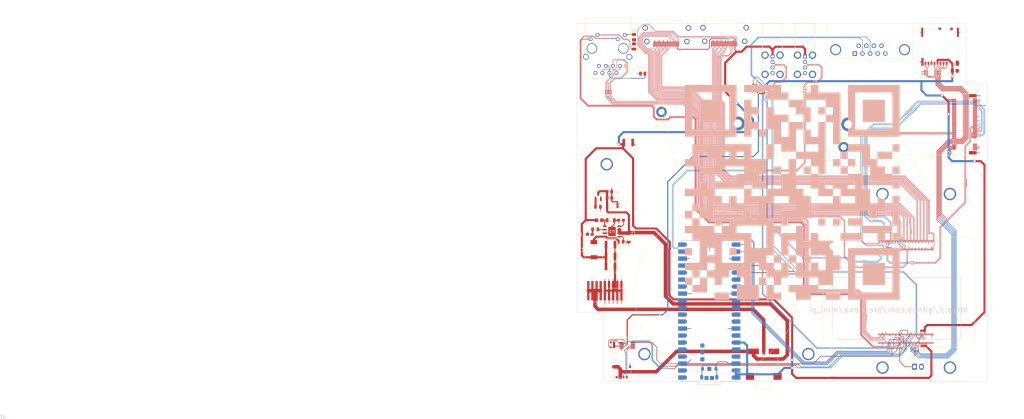
<source format=kicad_pcb>
(kicad_pcb (version 20240108) (generator "pcbnew") (generator_version "8.0")
  (layers (0 "F.Cu" power) (1 "In1.Cu" signal) (2 "In2.Cu" signal) (31 "B.Cu" signal) (34 "B.Paste" user) (35 "F.Paste" user) (36 "B.SilkS" user "B.Silkscreen") (37 "F.SilkS" user "F.Silkscreen") (38 "B.Mask" user) (39 "F.Mask" user) (44 "Edge.Cuts" user))
  (net 0 "")
  (net 1 "Net-(C15-Pad1)")
  (net 2 "/TRD0_P")
  (net 3 "/TRD0_N")
  (net 4 "/TRD1_P")
  (net 6 "/TRD1_N")
  (net 8 "Net-(J5-Pad9)")
  (net 14 "/SWCLK_PICO")
  (net 15 "/UART_TX_PICO")
  (net 16 "/SWDIO_PICO")
  (net 17 "/UART_RX_PICO")
  (net 21 "Net-(C20-Pad2)")
  (net 22 "/PCIE_RX_N")
  (net 23 "Net-(J10-Pad1)")
  (net 25 "/I2C_SCL2")
  (net 47 "/PCIE_RX_P")
  (net 48 "/PCIE_TX_N")
  (net 49 "/PCIE_TX_P")
  (net 50 "/PCIE_nRST")
  (net 51 "/PCIE_CLK_nREQ")
  (net 79 "/5V")
  (net 80 "Net-(U3-COMP)")
  (net 81 "Net-(U1-ANODE)")
  (net 82 "/FB")
  (net 84 "/SD_DAT2")
  (net 85 "/SD_DAT3")
  (net 86 "/SD_CMD")
  (net 87 "/12V")
  (net 88 "/SD_CLK")
  (net 89 "/SD_DAT0")
  (net 91 "/3.3V")
  (net 92 "Net-(J5-Pad11)")
  (net 94 "/ETH1_LED2")
  (net 95 "/ETH1_LED1")
  (net 100 "/USB_N")
  (net 101 "/USB_P")
  (net 104 "/SD_DAT1")
  (net 110 "/PCIE_CLK_N")
  (net 111 "/PCIE_CLK_P")
  (net 115 "/3V3")
  (net 123 "Net-(U3-BST)")
  (net 124 "Net-(U3-SW)")
  (net 125 "Net-(U3-SS)")
  (net 129 "/I2C_SDA2")
  (net 132 "Net-(U8-PWM)")
  (net 133 "Net-(U8-TACH)")
  (net 168 "/HDMI1_D2_P")
  (net 169 "/HDMI1_D2_N")
  (net 170 "/HDMI1_D1_P")
  (net 171 "/HDMI1_D1_N")
  (net 172 "/HDMI1_D0_P")
  (net 173 "/HDMI1_D0_N")
  (net 174 "/HDMI1_CK_P")
  (net 175 "/HDMI1_CK_N")
  (net 176 "/HDMI1_CEC")
  (net 177 "/HDMI1_SCL")
  (net 178 "/HDMI1_SDA")
  (net 179 "/HDMI1_HOTPLUG")
  (net 180 "/HDMI0_D2_P")
  (net 181 "/HDMI0_D2_N")
  (net 182 "/HDMI0_D1_P")
  (net 183 "/HDMI0_D1_N")
  (net 184 "/HDMI0_D0_P")
  (net 185 "/HDMI0_D0_N")
  (net 186 "/HDMI0_CK_P")
  (net 187 "/HDMI0_CK_N")
  (net 188 "/HDMI0_CEC")
  (net 190 "/HDMI0_SCL")
  (net 191 "/HDMI0_SDA")
  (net 192 "/HDMI0_HOTPLUG")
  (net 194 "/BUTTON")
  (net 195 "/I2C_SCL")
  (net 196 "/I2C_SDA")
  (net 197 "/USB_2N")
  (net 198 "/USB_2P")
  (net 242 "/alertPin")
  (net 243 "GND")
  (net 245 "/UART_TX0")
  (net 246 "/UART_RX0")
  (footprint "Library:RC0402N_YAG" (layer "F.Cu") (at 179.8712 148.09)
    (property "Reference" "R10")
    (property "Value" "12kohms")
  )
  (footprint "Library:RC1206N_YAG-L" (layer "F.Cu") (at 68.8446 100.63)
    (property "Reference" "R7")
    (property "Value" "22.1k_1206")
  )
  (footprint "Library:AMPHENOL_10029449-111RLF" (layer "F.Cu") (at 89.2 30.8 180)
    (property "Reference" "J3")
    (property "Value" "10029449-111RLF")
  )
  (footprint "Library:IC_TPD4EUSB30DQAR" (layer "F.Cu") (at 67.94 54.1025 90)
    (property "Reference" "U9")
    (property "Value" "TPD4EUSB30DQAR")
  )
  (footprint "Library:CAPC2012X135N" (layer "F.Cu") (at 193.73 46.36)
    (property "Reference" "C13")
    (property "Value" "10uF_0805")
  )
  (footprint "Library:SDCARD_MOLEX_503398-1892" (layer "F.Cu") (at 188.4 38 180)
    (property "Reference" "J7")
    (property "Value" "SDCARD_MOLEX_503398-1892")
  )
  (footprint "Library:RC0402N_YAG" (layer "F.Cu") (at 121.1212 51.34 180)
    (property "Reference" "R2")
    (property "Value" "12kohms")
  )
  (footprint "Library:IC_TPD4EUSB30DQAR" (layer "F.Cu") (at 182.9 47.1075 -90)
    (property "Reference" "U5")
    (property "Value" "TPD4EUSB30DQAR")
  )
  (footprint "Library:CAP_CL31_SAM" (layer "F.Cu") (at 75.2546 106.979999 -90)
    (property "Reference" "C11")
    (property "Value" "10uF")
  )
  (footprint "Library:IC_TPD4EUSB30DQAR" (layer "F.Cu") (at 187.5 47.1075 -90)
    (property "Reference" "U4")
    (property "Value" "TPD4EUSB30DQAR")
  )
  (footprint "MountingHole:MountingHole_2.2mm_M2_DIN965_Pad" (layer "F.Cu") (at 87.265 61.3)
    (property "Reference" "H2")
    (property "Value" "MountingHole")
  )
  (footprint "USB:SAMTEC_USBR-A-S-F-O-VU" (layer "F.Cu") (at 139.36 44.175 180)
    (property "Reference" "J9")
    (property "Value" "USBR-A-S-F-O-VU")
  )
  (footprint "Library:SOT23_NXP-M" (layer "F.Cu") (at 64.29 91.88)
    (property "Reference" "U1")
    (property "Value" "BZX84-C12")
  )
  (footprint "Library:CAPC3225X270N" (layer "F.Cu") (at 75.174999 72.4 180)
    (property "Reference" "C1")
    (property "Value" "22uF_1210")
  )
  (footprint "MountingHole:MountingHole_2.2mm_M2_DIN965_Pad" (layer "F.Cu") (at 153.4 74.1)
    (property "Reference" "H1")
    (property "Value" "MountingHole")
  )
  (footprint "Library:RESC2012X65N" (layer "F.Cu") (at 77.29 34.12 90)
    (property "Reference" "R3")
    (property "Value" "CRGCQ0805J470R")
  )
  (footprint "Library:RES_WR08_WRE-M" (layer "F.Cu") (at 64.1883 95.72 180)
    (property "Reference" "R1")
    (property "Value" "12k_0805")
  )
  (footprint "Inductor_SMD:L_6.3x6.3_H3" (layer "F.Cu") (at 62.7346 111.31 90)
    (property "Reference" "L2")
    (property "Value" "3.6uH")
  )
  (footprint "Connector_Dsub:DSUB-9_Female_Horizontal_P2.77x2.84mm_EdgePinOffset7.70mm_Housed_MountingHolesOffset9.12mm" (layer "F.Cu") (at 157.46 40.12 180)
    (property "Reference" "J4")
    (property "Value" "DE9_Plug")
  )
  (footprint "Library:CAP_CC0805_YAG-L" (layer "F.Cu") (at 72.604599 108.389999 180)
    (property "Reference" "C18")
    (property "Value" "100nF_0805")
  )
  (footprint "Library:DRT0003A" (layer "F.Cu") (at 139.310001 53.635)
    (property "Reference" "U7")
    (property "Value" "TPD2EUSB30DRTR")
  )
  (footprint "Library:DRT0003A" (layer "F.Cu") (at 127.560001 53.905)
    (property "Reference" "U10")
    (property "Value" "TPD2EUSB30DRTR")
  )
  (footprint "USB:SAMTEC_USBR-A-S-F-O-VU" (layer "F.Cu") (at 127.59 44.175 180)
    (property "Reference" "J1")
    (property "Value" "USBR-A-S-F-O-VU")
  )
  (footprint "Library:RC0805N_YAG" (layer "F.Cu") (at 68.35 90.2537 180)
    (property "Reference" "C3")
    (property "Value" "100nF_0805_100V")
  )
  (footprint "heatsink:heatsink" (layer "F.Cu") (at 165 88.6)
    (property "Reference" "U6")
    (property "Value" "mac mini heatsink")
  )
  (footprint "Library:CAPC3225X270N" (layer "F.Cu") (at 68.7596 113.689999 180)
    (property "Reference" "C14")
    (property "Value" "22uF_1210")
  )
  (footprint "power:TE_5-1775444-9" (layer "F.Cu") (at 63.7 127.8)
    (property "Reference" "J10")
    (property "Value" "5-1775444-9")
  )
  (footprint "Connector_Molex:Molex_KK-254_AE-6410-02A_1x02_P2.54mm_Vertical" (layer "F.Cu") (at 179.12 153.8)
    (property "Reference" "J6")
    (property "Value" "Conn_01x02_Socket")
  )
  (footprint "Library:RC0805N_YAG-M" (layer "F.Cu") (at 64.6646 100.59)
    (property "Reference" "R9")
    (property "Value" "115k_0805")
  )
  (footprint "Library:SO-8EP_DIO" (layer "F.Cu") (at 69.304598 104.679998 180)
    (property "Reference" "U3")
    (property "Value" "AP64501SP-13")
  )
  (footprint "Library:CAPC3225X270N" (layer "F.Cu") (at 68.7546 117.43 180)
    (property "Reference" "C12")
    (property "Value" "22uF_1210")
  )
  (footprint "Library:MSOP8_MC_MCH" (layer "F.Cu") (at 74.82 145.99)
    (property "Reference" "U8")
    (property "Value" "EMC2301")
  )
  (footprint "Library:RESC2012X65N" (layer "F.Cu") (at 77.29 37.54 -90)
    (property "Reference" "R4")
    (property "Value" "CRGCQ0805J470R")
  )
  (footprint "fan:JST_BM04B-ACHSS-GAN-TF" (layer "F.Cu") (at 74.1 157.6 -90)
    (property "Reference" "J11")
    (property "Value" "BM04B-ACHSS-GAN-TF")
  )
  (footprint "Library:SW_500ASSP1SM6QE" (layer "F.Cu") (at 124.4 152.765)
    (property "Reference" "S1")
    (property "Value" "500ASSP1SM6QE")
  )
  (footprint "Library:CAPC1608X90" (layer "F.Cu") (at 72.5746 100.61 180)
    (property "Reference" "C19")
    (property "Value" "10nF_0603")
  )
  (footprint "Library:Raspberry-Pi-4-Compute-Module" (layer "F.Cu") (at 197.58 143.15 90)
    (property "Reference" "Module1")
    (property "Value" "ComputeModule4-CM4")
  )
  (footprint "Library:AMPHENOL_10029449-111RLF" (layer "F.Cu") (at 110.2 30.7 180)
    (property "Reference" "J8")
    (property "Value" "10029449-111RLF")
  )
  (footprint "Library:CAP_3216_TDK-M" (layer "F.Cu") (at 69.4104 95.28)
    (property "Reference" "C4")
    (property "Value" "10uF_1206_25V")
  )
  (footprint "Library:RC0402N_YAG" (layer "F.Cu") (at 69.4783 145.034999 180)
    (property "Reference" "R8")
    (property "Value" "12kohms")
  )
  (footprint "Library:RC0805N_YAG" (layer "F.Cu") (at 68.3691 92.55 180)
    (property "Reference" "C2")
    (property "Value" "100nF_0805_100V")
  )
  (footprint "Library:CAP_CC0805_YAG-L" (layer "F.Cu") (at 80.4464 47.39)
    (property "Reference" "C20")
    (property "Value" "100nF_0805")
  )
  (footprint "Library:CAPC3225X270N" (layer "F.Cu") (at 68.759598 109.439998 180)
    (property "Reference" "C16")
    (property "Value" "22uF_1210")
  )
  (footprint "Library:RC0402N_YAG" (layer "F.Cu") (at 69.4859 146.724999 180)
    (property "Reference" "R11")
    (property "Value" "12kohms")
  )
  (footprint "Library:TE_1-2199230-5" (layer "F.Cu") (at 195.795 65.76 -90)
    (property "Reference" "J2")
    (property "Value" "1-2199230-5")
  )
  (footprint "Library:CAPC1608X90" (layer "F.Cu") (at 61.25 105.74 180)
    (property "Reference" "C15")
    (property "Value" "2.7nF")
  )
  (footprint "Library:RESC2012X60N" (layer "F.Cu") (at 63.222599 103.909998)
    (property "Reference" "R6")
    (property "Value" "15.8k_0805")
  )
  (footprint "Library:CONN12_011D01BNL_PUL" (layer "F.Cu") (at 72.18 44.6)
    (property "Reference" "J5")
    (property "Value" "J0011D01BNL")
  )
  (footprint "Library:RC0402N_YAG" (layer "F.Cu") (at 121.1012 53.81 180)
    (property "Reference" "R5")
    (property "Value" "12kohms")
  )
  (footprint "Library:MODULE_SC0915" (layer "B.Cu") (at 104.61 133.59)
    (property "Reference" "U2")
    (property "Value" "SC0915")
  )
  (footprint "LOGO" (layer "B.Cu") (at 135.175251 90.075251 180)
    (property "Reference" "G***")
    (property "Value" "LOGO" (hide yes))
  )
  (gr_rect (start 149.2875 121.4) (end 195.9125 143.8) (stroke (width 0.1)) (fill none) (layer "B.SilkS"))
  (gr_poly (pts (xy 202.155 76.960001) (xy 155.53 76.96) (xy 155.53 54.56) (xy 202.155 54.56)) (stroke (width 0.1)) (fill none) (layer "F.SilkS"))
  (gr_line (start 66.1 134) (end 66.1 159.2) (stroke (width 0.1)) (layer "Edge.Cuts"))
  (gr_line (start 205.5 51.1) (end 205.5 159.19) (stroke (width 0.1)) (layer "Edge.Cuts"))
  (gr_line (start 197.8 51.1) (end 205.5 51.1) (stroke (width 0.1)) (layer "Edge.Cuts"))
  (gr_line (start 56.6 29.2) (end 56.6 134) (stroke (width 0.1)) (layer "Edge.Cuts"))
  (gr_line (start 66.1 159.2) (end 205.5 159.19) (stroke (width 0.1)) (layer "Edge.Cuts"))
  (gr_line (start 56.6 29.2) (end 197.8 29.2) (stroke (width 0.1)) (layer "Edge.Cuts"))
  (gr_line (start 197.8 29.2) (end 197.8 51.1) (stroke (width 0.1)) (layer "Edge.Cuts"))
  (gr_line (start 56.6 134) (end 66.1 134) (stroke (width 0.1)) (layer "Edge.Cuts"))
  (gr_text "https://github.com/brendena/mini_pi" (at 198.6 134.3 0) (layer "B.SilkS") (effects (font (size 2 2)) (justify left bottom mirror)))
  (gr_text "PI MINI V1" (at 110.8 79.7 0) (layer "F.SilkS") (effects (font (size 5 5)) (justify left bottom)))
  (via (at 115 65.5) (size 5) (drill 3) (layers "F.Cu" "B.Cu") (net 0))
  (via (at 155.03 65.81) (size 5) (drill 3) (layers "F.Cu" "B.Cu") (net 0))
  (segment (start 62.2446 103.909998) (end 62.2446 105.5954) (width 0.4) (layer "F.Cu") (net 1))
  (segment (start 62.2446 105.5954) (end 62.1 105.74) (width 0.4) (layer "F.Cu") (net 1))
  (segment (start 95.00046 58.492024) (end 100.187976 63.67954) (width 0.130048) (layer "F.Cu") (net 2))
  (segment (start 167.80954 144.172024) (end 168.272024 143.70954) (width 0.130048) (layer "F.Cu") (net 2))
  (segment (start 69.58 46.39) (end 69.58 47.868436) (width 0.130048) (layer "F.Cu") (net 2))
  (segment (start 160.307976 128.79954) (end 160.307976 141.34954) (width 0.130048) (layer "F.Cu") (net 2))
  (segment (start 138.15046 100.872024) (end 139.447976 102.16954) (width 0.130048) (layer "F.Cu") (net 2))
  (segment (start 66.94 54.52) (end 66.94 54.943751) (width 0.130048) (layer "F.Cu") (net 2))
  (segment (start 66.94 53.685) (end 66.94 54.52) (width 0.18) (layer "F.Cu") (net 2))
  (segment (start 158.45046 126.942024) (end 160.307976 128.79954) (width 0.130048) (layer "F.Cu") (net 2))
  (segment (start 168.272024 143.70954) (end 168.272024 142.1) (width 0.130048) (layer "F.Cu") (net 2))
  (segment (start 72.18 45.73) (end 71.76 46.15) (width 0.130048) (layer "F.Cu") (net 2))
  (segment (start 104.71046 100.872024) (end 138.15046 100.872024) (width 0.130048) (layer "F.Cu") (net 2))
  (segment (start 160.307976 141.34954) (end 163.13046 144.172024) (width 0.130048) (layer "F.Cu") (net 2))
  (segment (start 69.82 46.15) (end 69.58 46.39) (width 0.130048) (layer "F.Cu") (net 2))
  (segment (start 69.58 47.868436) (end 66.997976 50.45046) (width 0.130048) (layer "F.Cu") (net 2))
  (segment (start 163.13046 144.172024) (end 167.80954 144.172024) (width 0.130048) (layer "F.Cu") (net 2))
  (segment (start 100.187976 63.67954) (end 100.187976 96.34954) (width 0.130048) (layer "F.Cu") (net 2))
  (segment (start 66.997976 56.02954) (end 69.46046 58.492024) (width 0.130048) (layer "F.Cu") (net 2))
  (segment (start 72.18 44.6) (end 72.18 45.73) (width 0.130048) (layer "F.Cu") (net 2))
  (segment (start 66.94 53.261249) (end 66.94 53.685) (width 0.130048) (layer "F.Cu") (net 2))
  (segment (start 66.94 54.943751) (end 66.997976 55.001727) (width 0.130048) (layer "F.Cu") (net 2))
  (segment (start 69.46046 58.492024) (end 95.00046 58.492024) (width 0.130048) (layer "F.Cu") (net 2))
  (segment (start 66.997976 50.45046) (end 66.997976 53.203273) (width 0.130048) (layer "F.Cu") (net 2))
  (segment (start 71.76 46.15) (end 69.82 46.15) (width 0.130048) (layer "F.Cu") (net 2))
  (segment (start 139.447976 102.16954) (end 139.447976 124.93954) (width 0.130048) (layer "F.Cu") (net 2))
  (segment (start 66.997976 55.001727) (end 66.997976 56.02954) (width 0.130048) (layer "F.Cu") (net 2))
  (segment (start 100.187976 96.34954) (end 104.71046 100.872024) (width 0.130048) (layer "F.Cu") (net 2))
  (segment (start 139.447976 124.93954) (end 141.45046 126.942024) (width 0.130048) (layer "F.Cu") (net 2))
  (segment (start 66.997976 53.203273) (end 66.94 53.261249) (width 0.130048) (layer "F.Cu") (net 2))
  (segment (start 141.45046 126.942024) (end 158.45046 126.942024) (width 0.130048) (layer "F.Cu") (net 2))
  (segment (start 163.28954 143.787976) (end 167.65046 143.787976) (width 0.130048) (layer "F.Cu") (net 3))
  (segment (start 167.887976 142.890568) (end 167.887976 142.1) (width 0.130048) (layer "F.Cu") (net 3))
  (segment (start 67.56867 55.870461) (end 67.841643 55.597485) (width 0.130048) (layer "F.Cu") (net 3))
  (segment (start 67.44 53.261249) (end 67.382024 53.203273) (width 0.130048) (layer "F.Cu") (net 3))
  (segment (start 67.44 53.685) (end 67.44 54.52) (width 0.18) (layer "F.Cu") (net 3))
  (segment (start 67.382024 55.709946) (end 67.382024 55.87046) (width 0.130048) (layer "F.Cu") (net 3))
  (segment (start 67.801975 56.290412) (end 67.848638 56.337074) (width 0.130048) (layer "F.Cu") (net 3))
  (segment (start 68.968512 57.270303) (end 69.170774 57.068038) (width 0.130048) (layer "F.Cu") (net 3))
  (segment (start 104.86954 100.487976) (end 138.30954 100.487976) (width 0.130048) (layer "F.Cu") (net 3))
  (segment (start 67.382024 50.60954) (end 69.912024 48.07954) (width 0.130048) (layer "F.Cu") (net 3))
  (segment (start 71.13 58.107976) (end 95.15954 58.107976) (width 0.130048) (layer "F.Cu") (net 3))
  (segment (start 69.201817 57.690254) (end 69.24848 57.736916) (width 0.130048) (layer "F.Cu") (net 3))
  (segment (start 68.937467 56.834732) (end 68.735202 57.036994) (width 0.130048) (layer "F.Cu") (net 3))
  (segment (start 69.883496 57.707976) (end 69.949486 57.707976) (width 0.130048) (layer "F.Cu") (net 3))
  (segment (start 67.44 54.52) (end 67.44 54.943751) (width 0.130048) (layer "F.Cu") (net 3))
  (segment (start 139.832024 124.78046) (end 141.60954 126.557976) (width 0.130048) (layer "F.Cu") (net 3))
  (segment (start 100.572024 63.52046) (end 100.572024 96.19046) (width 0.130048) (layer "F.Cu") (net 3))
  (segment (start 69.912024 47.58) (end 70.352024 47.14) (width 0.130048) (layer "F.Cu") (net 3))
  (segment (start 167.65046 143.787976) (end 167.864218 143.574218) (width 0.130048) (layer "F.Cu") (net 3))
  (segment (start 68.470853 56.368118) (end 68.268588 56.57038) (width 0.130048) (layer "F.Cu") (net 3))
  (segment (start 68.424192 56.134811) (end 68.470853 56.181472) (width 0.130048) (layer "F.Cu") (net 3))
  (segment (start 67.382024 55.001727) (end 67.382024 55.33) (width 0.130048) (layer "F.Cu") (net 3))
  (segment (start 69.912024 48.07954) (end 69.912024 47.58) (width 0.130048) (layer "F.Cu") (net 3))
  (segment (start 67.44 53.685) (end 67.44 53.261249) (width 0.130048) (layer "F.Cu") (net 3))
  (segment (start 167.389954 143.088536) (end 167.755998 143.088536) (width 0.130048) (layer "F.Cu") (net 3))
  (segment (start 167.864218 143.574218) (end 167.887976 143.55046) (width 0.130048) (layer "F.Cu") (net 3))
  (segment (start 68.501898 56.803689) (end 68.70416 56.601424) (width 0.130048) (layer "F.Cu") (net 3))
  (segment (start 95.15954 58.107976) (end 100.572024 63.52046) (width 0.130048) (layer "F.Cu") (net 3))
  (segment (start 167.755998 143.418482) (end 167.389954 143.418482) (width 0.130048) (layer "F.Cu") (net 3))
  (segment (start 70.352024 47.14) (end 70.91 47.14) (width 0.130048) (layer "F.Cu") (net 3))
  (segment (start 100.572024 96.19046) (end 104.86954 100.487976) (width 0.130048) (layer "F.Cu") (net 3))
  (segment (start 68.890806 56.601425) (end 68.937467 56.648086) (width 0.130048) (layer "F.Cu") (net 3))
  (segment (start 68.028289 55.597486) (end 68.07495 55.644147) (width 0.130048) (layer "F.Cu") (net 3))
  (segment (start 70.279432 58.107976) (end 71.13 58.107976) (width 0.130048) (layer "F.Cu") (net 3))
  (segment (start 68.035284 56.337075) (end 68.237546 56.13481) (width 0.130048) (layer "F.Cu") (net 3))
  (segment (start 167.887976 142.956558) (end 167.887976 142.890568) (width 0.130048) (layer "F.Cu") (net 3))
  (segment (start 139.832024 102.01046) (end 139.832024 124.78046) (width 0.130048) (layer "F.Cu") (net 3))
  (segment (start 69.751518 57.975998) (end 69.751518 57.839954) (width 0.130048) (layer "F.Cu") (net 3))
  (segment (start 67.382024 53.203273) (end 67.382024 50.60954) (width 0.130048) (layer "F.Cu") (net 3))
  (segment (start 68.07495 55.830793) (end 67.801974 56.103766) (width 0.130048) (layer "F.Cu") (net 3))
  (segment (start 70.213442 58.107976) (end 70.279432 58.107976) (width 0.130048) (layer "F.Cu") (net 3))
  (segment (start 69.517142 58.005578) (end 69.61954 58.107976) (width 0.130048) (layer "F.Cu") (net 3))
  (segment (start 67.44 54.943751) (end 67.382024 55.001727) (width 0.130048) (layer "F.Cu") (net 3))
  (segment (start 69.24848 57.736916) (end 69.517142 58.005578) (width 0.130048) (layer "F.Cu") (net 3))
  (segment (start 160.692024 141.19046) (end 163.28954 143.787976) (width 0.130048) (layer "F.Cu") (net 3))
  (segment (start 70.081464 57.839954) (end 70.081464 57.975998) (width 0.130048) (layer "F.Cu") (net 3))
  (segment (start 68.735203 57.22364) (end 68.781866 57.270302) (width 0.130048) (layer "F.Cu") (net 3))
  (segment (start 138.30954 100.487976) (end 139.832024 102.01046) (width 0.130048) (layer "F.Cu") (net 3))
  (segment (start 67.382024 55.33) (end 67.382024 55.709946) (width 0.130048) (layer "F.Cu") (net 3))
  (segment (start 158.60954 126.557976) (end 160.692024 128.64046) (width 0.130048) (layer "F.Cu") (net 3))
  (segment (start 69.404081 57.301346) (end 69.201816 57.503608) (width 0.130048) (layer "F.Cu") (net 3))
  (segment (start 68.268589 56.757026) (end 68.315252 56.803688) (width 0.130048) (layer "F.Cu") (net 3))
  (segment (start 167.257976 143.286504) (end 167.257976 143.220514) (width 0.130048) (layer "F.Cu") (net 3))
  (segment (start 69.35742 57.068039) (end 69.404081 57.1147) (width 0.130048) (layer "F.Cu") (net 3))
  (segment (start 160.692024 128.64046) (end 160.692024 141.19046) (width 0.130048) (layer "F.Cu") (net 3))
  (segment (start 141.60954 126.557976) (end 158.60954 126.557976) (width 0.130048) (layer "F.Cu") (net 3))
  (arc (start 167.755998 143.088536) (mid 167.849321 143.049881) (end 167.887976 142.956558) (width 0.130048) (layer "F.Cu") (net 3))
  (arc (start 167.257976 143.220514) (mid 167.296631 143.127191) (end 167.389954 143.088536) (width 0.130048) (layer "F.Cu") (net 3))
  (arc (start 69.404081 57.1147) (mid 69.442736 57.208022) (end 69.404081 57.301346) (width 0.130048) (layer "F.Cu") (net 3))
  (arc (start 68.237546 56.13481) (mid 68.330869 56.096156) (end 68.424192 56.134811) (width 0.130048) (layer "F.Cu") (net 3))
  (arc (start 167.389954 143.418482) (mid 167.296631 143.379827) (end 167.257976 143.286504) (width 0.130048) (layer "F.Cu") (net 3))
  (arc (start 68.07495 55.644147) (mid 68.113605 55.737469) (end 68.07495 55.830793) (width 0.130048) (layer "F.Cu") (net 3))
  (arc (start 69.949486 57.707976) (mid 70.042809 57.746631) (end 70.081464 57.839954) (width 0.130048) (layer "F.Cu") (net 3))
  (arc (start 68.268588 56.57038) (mid 68.229934 56.663703) (end 68.268589 56.757026) (width 0.130048) (layer "F.Cu") (net 3))
  (arc (start 167.887976 143.55046) (mid 167.849321 143.457137) (end 167.755998 143.418482) (width 0.130048) (layer "F.Cu") (net 3))
  (arc (start 70.081464 57.975998) (mid 70.120119 58.069321) (end 70.213442 58.107976) (width 0.130048) (layer "F.Cu") (net 3))
  (arc (start 68.470853 56.181472) (mid 68.509508 56.274794) (end 68.470853 56.368118) (width 0.130048) (layer "F.Cu") (net 3))
  (arc (start 67.841643 55.597485) (mid 67.934966 55.558831) (end 68.028289 55.597486) (width 0.130048) (layer "F.Cu") (net 3))
  (arc (start 69.170774 57.068038) (mid 69.264097 57.029384) (end 69.35742 57.068039) (width 0.130048) (layer "F.Cu") (net 3))
  (arc (start 67.382024 55.87046) (mid 67.475347 55.909115) (end 67.56867 55.870461) (width 0.130048) (layer "F.Cu") (net 3))
  (arc (start 67.848638 56.337074) (mid 67.941961 56.375729) (end 68.035284 56.337075) (width 0.130048) (layer "F.Cu") (net 3))
  (arc (start 69.751518 57.839954) (mid 69.790173 57.746631) (end 69.883496 57.707976) (width 0.130048) (layer "F.Cu") (net 3))
  (arc (start 68.735202 57.036994) (mid 68.696548 57.130317) (end 68.735203 57.22364) (width 0.130048) (layer "F.Cu") (net 3))
  (arc (start 68.937467 56.648086) (mid 68.976122 56.741408) (end 68.937467 56.834732) (width 0.130048) (layer "F.Cu") (net 3))
  (arc (start 67.801974 56.103766) (mid 67.76332 56.197089) (end 67.801975 56.290412) (width 0.130048) (layer "F.Cu") (net 3))
  (arc (start 69.201816 57.503608) (mid 69.163162 57.596931) (end 69.201817 57.690254) (width 0.130048) (layer "F.Cu") (net 3))
  (arc (start 69.61954 58.107976) (mid 69.712863 58.069321) (end 69.751518 57.975998) (width 0.130048) (layer "F.Cu") (net 3))
  (arc (start 68.315252 56.803688) (mid 68.408575 56.842343) (end 68.501898 56.803689) (width 0.130048) (layer "F.Cu") (net 3))
  (arc (start 68.781866 57.270302) (mid 68.875189 57.308957) (end 68.968512 57.270303) (width 0.130048) (layer "F.Cu") (net 3))
  (arc (start 68.70416 56.601424) (mid 68.797483 56.56277) (end 68.890806 56.601425) (width 0.130048) (layer "F.Cu") (net 3))
  (segment (start 68.94 53.685) (end 68.94 54.52) (width 0.18) (layer "F.Cu") (net 4))
  (segment (start 161.672024 136.829676) (end 161.672024 136.899622) (width 0.130048) (layer "F.Cu") (net 4))
  (segment (start 161.412024 128.34046) (end 161.412024 134.59) (width 0.130048) (layer "F.Cu") (net 4))
  (segment (start 75.042024 46.79954) (end 75.042024 43.482024) (width 0.130048) (layer "F.Cu") (net 4))
  (segment (start 166.687976 142.602977) (end 166.68 142.595001) (width 0.130048) (layer "F.Cu") (net 4))
  (segment (start 70.71954 57.377976) (end 95.44954 57.377976) (width 0.130048) (layer "F.Cu") (net 4))
  (segment (start 161.412024 136.49973) (end 161.412024 136.569676) (width 0.130048) (layer "F.Cu") (net 4))
  (segment (start 68.94 54.52) (end 68.94 54.943751) (width 0.130048) (layer "F.Cu") (net 4))
  (segment (start 68.882024 53.203273) (end 68.882024 50.75954) (width 0.130048) (layer "F.Cu") (net 4))
  (segment (start 166.33046 143.067976) (end 166.687976 142.71046) (width 0.130048) (layer "F.Cu") (net 4))
  (segment (start 70.30954 49.332024) (end 72.50954 49.332024) (width 0.130048) (layer "F.Cu") (net 4))
  (segment (start 166.687976 142.71046) (end 166.687976 142.602977) (width 0.130048) (layer "F.Cu") (net 4))
  (segment (start 75.042024 43.482024) (end 73.78 42.22) (width 0.130048) (layer "F.Cu") (net 4))
  (segment (start 161.672024 135.509892) (end 161.672024 135.579838) (width 0.130048) (layer "F.Cu") (net 4))
  (segment (start 163.58954 143.067976) (end 166.33046 143.067976) (width 0.130048) (layer "F.Cu") (net 4))
  (segment (start 101.292024 95.88046) (end 105.17954 99.767976) (width 0.130048) (layer "F.Cu") (net 4))
  (segment (start 166.68 142.595001) (end 166.68 142.07) (width 0.130048) (layer "F.Cu") (net 4))
  (segment (start 161.672024 134.85) (end 161.672024 134.919946) (width 0.130048) (layer "F.Cu") (net 4))
  (segment (start 161.672024 136.169784) (end 161.672024 136.23973) (width 0.130048) (layer "F.Cu") (net 4))
  (segment (start 161.412024 135.179946) (end 161.412024 135.249892) (width 0.130048) (layer "F.Cu") (net 4))
  (segment (start 68.882024 50.75954) (end 70.30954 49.332024) (width 0.130048) (layer "F.Cu") (net 4))
  (segment (start 161.412024 137.229568) (end 161.412024 137.7) (width 0.130048) (layer "F.Cu") (net 4))
  (segment (start 68.94 53.261249) (end 68.882024 53.203273) (width 0.130048) (layer "F.Cu") (net 4))
  (segment (start 69.64 42.57) (end 69.64 44.6) (width 0.130048) (layer "F.Cu") (net 4))
  (segment (start 68.94 54.943751) (end 68.882024 55.001727) (width 0.130048) (layer "F.Cu") (net 4))
  (segment (start 69.63 42.56) (end 69.64 42.57) (width 0.130048) (layer "F.Cu") (net 4))
  (segment (start 69.97 42.22) (end 69.63 42.56) (width 0.130048) (layer "F.Cu") (net 4))
  (segment (start 139.40954 99.767976) (end 140.562024 100.92046) (width 0.130048) (layer "F.Cu") (net 4))
  (segment (start 161.412024 137.7) (end 161.412024 140.89046) (width 0.130048) (layer "F.Cu") (net 4))
  (segment (start 68.882024 55.54046) (end 70.71954 57.377976) (width 0.130048) (layer "F.Cu") (net 4))
  (segment (start 73.78 42.22) (end 69.97 42.22) (width 0.130048) (layer "F.Cu") (net 4))
  (segment (start 140.562024 100.92046) (end 140.562024 124.49046) (width 0.130048) (layer "F.Cu") (net 4))
  (segment (start 158.90954 125.837976) (end 161.412024 128.34046) (width 0.130048) (layer "F.Cu") (net 4))
  (segment (start 161.412024 137.159622) (end 161.412024 137.229568) (width 0.130048) (layer "F.Cu") (net 4))
  (segment (start 105.17954 99.767976) (end 139.40954 99.767976) (width 0.130048) (layer "F.Cu") (net 4))
  (segment (start 161.412024 140.89046) (end 163.58954 143.067976) (width 0.130048) (layer "F.Cu") (net 4))
  (segment (start 95.44954 57.377976) (end 101.292024 63.22046) (width 0.130048) (layer "F.Cu") (net 4))
  (segment (start 141.90954 125.837976) (end 158.90954 125.837976) (width 0.130048) (layer "F.Cu") (net 4))
  (segment (start 72.50954 49.332024) (end 75.042024 46.79954) (width 0.130048) (layer "F.Cu") (net 4))
  (segment (start 68.94 53.685) (end 68.94 53.261249) (width 0.130048) (layer "F.Cu") (net 4))
  (segment (start 161.412024 135.839838) (end 161.412024 135.909784) (width 0.130048) (layer "F.Cu") (net 4))
  (segment (start 101.292024 63.22046) (end 101.292024 95.88046) (width 0.130048) (layer "F.Cu") (net 4))
  (segment (start 68.882024 55.001727) (end 68.882024 55.54046) (width 0.130048) (layer "F.Cu") (net 4))
  (segment (start 140.562024 124.49046) (end 141.90954 125.837976) (width 0.130048) (layer "F.Cu") (net 4))
  (arc (start 161.542024 134.72) (mid 161.633948 134.758076) (end 161.672024 134.85) (width 0.130048) (layer "F.Cu") (net 4))
  (arc (start 161.412024 134.59) (mid 161.4501 134.681924) (end 161.542024 134.72) (width 0.130048) (layer "F.Cu") (net 4))
  (arc (start 161.542024 136.699676) (mid 161.633948 136.737752) (end 161.672024 136.829676) (width 0.130048) (layer "F.Cu") (net 4))
  (arc (start 161.542024 135.379892) (mid 161.633948 135.417968) (end 161.672024 135.509892) (width 0.130048) (layer "F.Cu") (net 4))
  (arc (start 161.412024 135.909784) (mid 161.4501 136.001708) (end 161.542024 136.039784) (width 0.130048) (layer "F.Cu") (net 4))
  (arc (start 161.412024 136.569676) (mid 161.4501 136.6616) (end 161.542024 136.699676) (width 0.130048) (layer "F.Cu") (net 4))
  (arc (start 161.542024 135.049946) (mid 161.4501 135.088022) (end 161.412024 135.179946) (width 0.130048) (layer "F.Cu") (net 4))
  (arc (start 161.542024 136.039784) (mid 161.633948 136.07786) (end 161.672024 136.169784) (width 0.130048) (layer "F.Cu") (net 4))
  (arc (start 161.672024 136.899622) (mid 161.633948 136.991546) (end 161.542024 137.029622) (width 0.130048) (layer "F.Cu") (net 4))
  (arc (start 161.672024 135.579838) (mid 161.633948 135.671762) (end 161.542024 135.709838) (width 0.130048) (layer "F.Cu") (net 4))
  (arc (start 161.412024 135.249892) (mid 161.4501 135.341816) (end 161.542024 135.379892) (width 0.130048) (layer "F.Cu") (net 4))
  (arc (start 161.542024 137.029622) (mid 161.4501 137.067698) (end 161.412024 137.159622) (width 0.130048) (layer "F.Cu") (net 4))
  (arc (start 161.542024 136.36973) (mid 161.4501 136.407806) (end 161.412024 136.49973) (width 0.130048) (layer "F.Cu") (net 4))
  (arc (start 161.672024 134.919946) (mid 161.633948 135.01187) (end 161.542024 135.049946) (width 0.130048) (layer "F.Cu") (net 4))
  (arc (start 161.672024 136.23973) (mid 161.633948 136.331654) (end 161.542024 136.36973) (width 0.130048) (layer "F.Cu") (net 4))
  (arc (start 161.542024 135.709838) (mid 161.4501 135.747914) (end 161.412024 135.839838) (width 0.130048) (layer "F.Cu") (net 4))
  (segment (start 140.177976 124.64954) (end 141.75046 126.222024) (width 0.130048) (layer "F.Cu") (net 6))
  (segment (start 105.02046 100.152024) (end 139.25046 100.152024) (width 0.130048) (layer "F.Cu") (net 6))
  (segment (start 68.497976 55.001727) (end 68.497976 55.69954) (width 0.130048) (layer "F.Cu") (net 6))
  (segment (start 167.072024 142.86954) (end 167.072024 142.602977) (width 0.130048) (layer "F.Cu") (net 6))
  (segment (start 167.072024 142.602977) (end 167.08 142.595001) (width 0.130048) (layer "F.Cu") (net 6))
  (segment (start 68.44 53.685) (end 68.44 54.52) (width 0.18) (layer "F.Cu") (net 6))
  (segment (start 68.497976 50.60046) (end 70.15046 48.947976) (width 0.130048) (layer "F.Cu") (net 6))
  (segment (start 158.75046 126.222024) (end 161.027976 128.49954) (width 0.130048) (layer "F.Cu") (net 6))
  (segment (start 72.35046 48.947976) (end 74.657976 46.64046) (width 0.130048) (layer "F.Cu") (net 6))
  (segment (start 163.43046 143.452024) (end 166.48954 143.452024) (width 0.130048) (layer "F.Cu") (net 6))
  (segment (start 68.497976 55.69954) (end 70.56046 57.762024) (width 0.130048) (layer "F.Cu") (net 6))
  (segment (start 74.657976 46.64046) (end 74.657976 43.567976) (width 0.130048) (layer "F.Cu") (net 6))
  (segment (start 70.94 45.32) (end 70.48 45.78) (width 0.130048) (layer "F.Cu") (net 6))
  (segment (start 139.25046 100.152024) (end 140.177976 101.07954) (width 0.130048) (layer "F.Cu") (net 6))
  (segment (start 140.177976 101.07954) (end 140.177976 124.64954) (width 0.130048) (layer "F.Cu") (net 6))
  (segment (start 68.44 54.52) (end 68.44 54.943751) (width 0.130048) (layer "F.Cu") (net 6))
  (segment (start 74.657976 43.567976) (end 73.64 42.55) (width 0.130048) (layer "F.Cu") (net 6))
  (segment (start 68.44 53.685) (end 68.44 53.261249) (width 0.130048) (layer "F.Cu") (net 6))
  (segment (start 70.15046 48.947976) (end 72.35046 48.947976) (width 0.130048) (layer "F.Cu") (net 6))
  (segment (start 100.907976 96.03954) (end 105.02046 100.152024) (width 0.130048) (layer "F.Cu") (net 6))
  (segment (start 73.64 42.55) (end 71.29 42.55) (width 0.130048) (layer "F.Cu") (net 6))
  (segment (start 70.56046 57.762024) (end 95.29046 57.762024) (width 0.130048) (layer "F.Cu") (net 6))
  (segment (start 166.48954 143.452024) (end 167.072024 142.86954) (width 0.130048) (layer "F.Cu") (net 6))
  (segment (start 70.94 42.9) (end 70.94 45.32) (width 0.130048) (layer "F.Cu") (net 6))
  (segment (start 167.08 142.595001) (end 167.08 142.07) (width 0.130048) (layer "F.Cu") (net 6))
  (segment (start 68.44 54.943751) (end 68.497976 55.001727) (width 0.130048) (layer "F.Cu") (net 6))
  (segment (start 70.48 45.78) (end 65.99 45.78) (width 0.130048) (layer "F.Cu") (net 6))
  (segment (start 65.99 45.78) (end 65.72 46.05) (width 0.130048) (layer "F.Cu") (net 6))
  (segment (start 65.72 47.03) (end 65.83 47.14) (width 0.130048) (layer "F.Cu") (net 6))
  (segment (start 68.44 53.261249) (end 68.497976 53.203273) (width 0.130048) (layer "F.Cu") (net 6))
  (segment (start 141.75046 126.222024) (end 158.75046 126.222024) (width 0.130048) (layer "F.Cu") (net 6))
  (segment (start 161.027976 128.49954) (end 161.027976 141.04954) (width 0.130048) (layer "F.Cu") (net 6))
  (segment (start 100.907976 63.37954) (end 100.907976 96.03954) (width 0.130048) (layer "F.Cu") (net 6))
  (segment (start 68.497976 53.203273) (end 68.497976 50.60046) (width 0.130048) (layer "F.Cu") (net 6))
  (segment (start 71.29 42.55) (end 70.94 42.9) (width 0.130048) (layer "F.Cu") (net 6))
  (segment (start 95.29046 57.762024) (end 100.907976 63.37954) (width 0.130048) (layer "F.Cu") (net 6))
  (segment (start 161.027976 141.04954) (end 163.43046 143.452024) (width 0.130048) (layer "F.Cu") (net 6))
  (segment (start 65.72 46.05) (end 65.72 47.03) (width 0.130048) (layer "F.Cu") (net 6))
  (segment (start 77.29 33.185) (end 74.098 33.185) (width 0.21) (layer "F.Cu") (net 8))
  (segment (start 74.098 33.185) (end 73.933 33.35) (width 0.21) (layer "F.Cu") (net 8))
  (segment (start 171.19 144) (end 171 143.81) (width 0.21) (layer "F.Cu") (net 14))
  (segment (start 174.23486 144.45486) (end 173.78 144) (width 0.21) (layer "F.Cu") (net 14))
  (segment (start 171 143.81) (end 170.31 143.81) (width 0.21) (layer "F.Cu") (net 14))
  (segment (start 170.48 146.248919) (end 169.44 147.288919) (width 0.21) (layer "F.Cu") (net 14))
  (segment (start 174.28 144.70514) (end 174.23486 144.66) (width 0.21) (layer "F.Cu") (net 14))
  (segment (start 174.28 145.150001) (end 174.28 144.70514) (width 0.21) (layer "F.Cu") (net 14))
  (segment (start 169.44 147.288919) (end 169.44 147.84) (width 0.21) (layer "F.Cu") (net 14))
  (segment (start 174.23486 144.66) (end 174.23486 144.45486) (width 0.21) (layer "F.Cu") (net 14))
  (segment (start 173.78 144) (end 171.19 144) (width 0.21) (layer "F.Cu") (net 14))
  (segment (start 170.48 146.06) (end 170.48 146.248919) (width 0.21) (layer "F.Cu") (net 14))
  (via (at 170.31 143.81) (size 0.4) (drill 0.3) (layers "F.Cu" "B.Cu") (net 14))
  (via (at 169.44 147.84) (size 0.4) (drill 0.3) (layers "F.Cu" "B.Cu") (net 14))
  (via (at 170.48 146.06) (size 0.4) (drill 0.3) (layers "F.Cu" "B.Cu") (net 14))
  (segment (start 170.39 145.45) (end 170.48 145.54) (width 0.21) (layer "B.Cu") (net 14))
  (segment (start 103.02 105.58) (end 103.05 105.61) (width 0.21) (layer "B.Cu") (net 14))
  (segment (start 120.95958 108.65958) (end 120.95958 133.841744) (width 0.21) (layer "B.Cu") (net 14))
  (segment (start 120.95958 133.841744) (end 139.107836 151.99) (width 0.21) (layer "B.Cu") (net 14))
  (segment (start 147.06 151.99) (end 150.90986 148.14014) (width 0.21) (layer "B.Cu") (net 14))
  (segment (start 150.90986 148.14014) (end 169.13986 148.14014) (width 0.21) (layer "B.Cu") (net 14))
  (segment (start 169.9 144.96) (end 170.39 145.45) (width 0.21) (layer "B.Cu") (net 14))
  (segment (start 139.107836 151.99) (end 147.06 151.99) (width 0.21) (layer "B.Cu") (net 14))
  (segment (start 169.13986 148.14014) (end 169.44 147.84) (width 0.21) (layer "B.Cu") (net 14))
  (segment (start 117.91 105.61) (end 120.95958 108.65958) (width 0.21) (layer "B.Cu") (net 14))
  (segment (start 170.31 143.81) (end 169.9 144.22) (width 0.21) (layer "B.Cu") (net 14))
  (segment (start 170.48 145.54) (end 170.48 146.06) (width 0.21) (layer "B.Cu") (net 14))
  (segment (start 169.9 144.72) (end 169.9 144.96) (width 0.21) (layer "B.Cu") (net 14))
  (segment (start 102.07 106.53) (end 103.02 105.58) (width 0.21) (layer "B.Cu") (net 14))
  (segment (start 103.05 105.61) (end 117.91 105.61) (width 0.21) (layer "B.Cu") (net 14))
  (segment (start 102.07 108.89) (end 102.07 106.53) (width 0.21) (layer "B.Cu") (net 14))
  (segment (start 169.9 144.22) (end 169.9 144.72) (width 0.21) (layer "B.Cu") (net 14))
  (segment (start 172.79 147.77) (end 172.03 148.53) (width 0.21) (layer "F.Cu") (net 15))
  (segment (start 173.88 145.15) (end 173.88 145.778918) (width 0.21) (layer "F.Cu") (net 15))
  (segment (start 172.79 146.868918) (end 172.79 147.77) (width 0.21) (layer "F.Cu") (net 15))
  (segment (start 173.88 145.778918) (end 172.79 146.868918) (width 0.21) (layer "F.Cu") (net 15))
  (via (at 172.03 148.53) (size 0.4) (drill 0.3) (layers "F.Cu" "B.Cu") (net 15))
  (segment (start 147.350942 152.72014) (end 151.191082 148.88) (width 0.21) (layer "B.Cu") (net 15))
  (segment (start 120.23986 134.13986) (end 138.82014 152.72014) (width 0.21) (layer "B.Cu") (net 15))
  (segment (start 171.68 148.88) (end 172.03 148.53) (width 0.21) (layer "B.Cu") (net 15))
  (segment (start 138.82014 152.72014) (end 147.350942 152.72014) (width 0.21) (layer "B.Cu") (net 15))
  (segment (start 151.191082 148.88) (end 171.68 148.88) (width 0.21) (layer "B.Cu") (net 15))
  (segment (start 118.49 109.46) (end 120.23986 111.20986) (width 0.21) (layer "B.Cu") (net 15))
  (segment (start 120.23986 111.20986) (end 120.23986 134.13986) (width 0.21) (layer "B.Cu") (net 15))
  (segment (start 114.3 109.46) (end 118.49 109.46) (width 0.21) (layer "B.Cu") (net 15))
  (segment (start 170.14 147.53) (end 171.55 146.12) (width 0.21) (layer "F.Cu") (net 16))
  (segment (start 170.14 147.8) (end 170.14 147.53) (width 0.21) (layer "F.Cu") (net 16))
  (segment (start 173.47 143.32) (end 173.75 143.6) (width 0.21) (layer "F.Cu") (net 16))
  (segment (start 174.9 143.6) (end 175.14 143.84) (width 0.21) (layer "F.Cu") (net 16))
  (segment (start 171.55 146.12) (end 171.55 146) (width 0.21) (layer "F.Cu") (net 16))
  (segment (start 175.08 144.72486) (end 175.08 145.15) (width 0.21) (layer "F.Cu") (net 16))
  (segment (start 175.14 144.66486) (end 175.08 144.72486) (width 0.21) (layer "F.Cu") (net 16))
  (segment (start 172.01 143.32) (end 173.47 143.32) (width 0.21) (layer "F.Cu") (net 16))
  (segment (start 175.14 143.84) (end 175.14 144.66486) (width 0.21) (layer "F.Cu") (net 16))
  (segment (start 173.75 143.6) (end 174.9 143.6) (width 0.21) (layer "F.Cu") (net 16))
  (via (at 170.14 147.8) (size 0.4) (drill 0.3) (layers "F.Cu" "B.Cu") (net 16))
  (via (at 171.55 146) (size 0.4) (drill 0.3) (layers "F.Cu" "B.Cu") (net 16))
  (via (at 172.01 143.32) (size 0.4) (drill 0.3) (layers "F.Cu" "B.Cu") (net 16))
  (segment (start 138.969198 152.36028) (end 120.59972 133.990802) (width 0.21) (layer "B.Cu") (net 16))
  (segment (start 107.67 105.99) (end 107.15 106.51) (width 0.21) (layer "B.Cu") (net 16))
  (segment (start 117.77 105.99) (end 107.67 105.99) (width 0.21) (layer "B.Cu") (net 16))
  (segment (start 120.59972 108.81972) (end 117.77 105.99) (width 0.21) (layer "B.Cu") (net 16))
  (segment (start 171.55 143.78) (end 172.01 143.32) (width 0.21) (layer "B.Cu") (net 16))
  (segment (start 169.91 148.5) (end 151.06 148.5) (width 0.21) (layer "B.Cu") (net 16))
  (segment (start 171.55 146) (end 171.55 143.78) (width 0.21) (layer "B.Cu") (net 16))
  (segment (start 170.14 148.27) (end 169.91 148.5) (width 0.21) (layer "B.Cu") (net 16))
  (segment (start 151.06 148.5) (end 147.19972 152.36028) (width 0.21) (layer "B.Cu") (net 16))
  (segment (start 170.14 147.8) (end 170.14 148.27) (width 0.21) (layer "B.Cu") (net 16))
  (segment (start 147.19972 152.36028) (end 138.969198 152.36028) (width 0.21) (layer "B.Cu") (net 16))
  (segment (start 120.59972 133.990802) (end 120.59972 108.81972) (width 0.21) (layer "B.Cu") (net 16))
  (segment (start 107.15 106.51) (end 107.15 108.89) (width 0.21) (layer "B.Cu") (net 16))
  (segment (start 174.39 148.19) (end 174.39 147.05) (width 0.21) (layer "F.Cu") (net 17))
  (segment (start 174.39 147.05) (end 175.3 146.14) (width 0.21) (layer "F.Cu") (net 17))
  (segment (start 174.29514 142.9) (end 173.88 142.48486) (width 0.21) (layer "F.Cu") (net 17))
  (segment (start 175.1 142.9) (end 174.29514 142.9) (width 0.21) (layer "F.Cu") (net 17))
  (segment (start 173.88 142.48486) (end 173.88 142.07) (width 0.21) (layer "F.Cu") (net 17))
  (via (at 174.39 148.19) (size 0.4) (drill 0.3) (layers "F.Cu" "B.Cu") (net 17))
  (via (at 175.3 146.14) (size 0.4) (drill 0.3) (layers "F.Cu" "B.Cu") (net 17))
  (via (at 175.1 142.9) (size 0.4) (drill 0.3) (layers "F.Cu" "B.Cu") (net 17))
  (segment (start 147.5 153.08) (end 138.67 153.08) (width 0.21) (layer "B.Cu") (net 17))
  (segment (start 173.34 149.24) (end 151.34 149.24) (width 0.21) (layer "B.Cu") (net 17))
  (segment (start 151.34 149.24) (end 147.5 153.08) (width 0.21) (layer "B.Cu") (net 17))
  (segment (start 174.39 148.19) (end 173.34 149.24) (width 0.21) (layer "B.Cu") (net 17))
  (segment (start 138.67 153.08) (end 119.88 134.29) (width 0.21) (layer "B.Cu") (net 17))
  (segment (start 175.1 142.9) (end 175.3 143.1) (width 0.21) (layer "B.Cu") (net 17))
  (segment (start 119.88 134.29) (end 119.88 113.56) (width 0.21) (layer "B.Cu") (net 17))
  (segment (start 119.88 113.56) (end 118.32 112) (width 0.21) (layer "B.Cu") (net 17))
  (segment (start 175.3 143.1) (end 175.3 146.14) (width 0.21) (layer "B.Cu") (net 17))
  (segment (start 118.32 112) (end 114.3 112) (width 0.21) (layer "B.Cu") (net 17))
  (segment (start 81.2416 48.5484) (end 81.24 48.55) (width 0.254) (layer "F.Cu") (net 21))
  (segment (start 81.2416 47.39) (end 81.2416 48.5484) (width 0.254) (layer "F.Cu") (net 21))
  (via (at 81.24 48.55) (size 0.4) (drill 0.3) (layers "F.Cu" "B.Cu") (net 21))
  (segment (start 80.95 49.08) (end 81.24 48.79) (width 0.254) (layer "B.Cu") (net 21))
  (segment (start 68.37 48.45) (end 69 49.08) (width 0.254) (layer "B.Cu") (net 21))
  (segment (start 68.37 44.88) (end 68.37 47.14) (width 0.21) (layer "B.Cu") (net 21))
  (segment (start 67.1 44.6) (end 68.09 44.6) (width 0.21) (layer "B.Cu") (net 21))
  (segment (start 68.09 44.6) (end 68.37 44.88) (width 0.21) (layer "B.Cu") (net 21))
  (segment (start 81.24 48.79) (end 81.24 48.55) (width 0.254) (layer "B.Cu") (net 21))
  (segment (start 69 49.08) (end 80.95 49.08) (width 0.254) (layer "B.Cu") (net 21))
  (segment (start 68.37 47.14) (end 68.37 48.45) (width 0.254) (layer "B.Cu") (net 21))
  (segment (start 186.606042 115.887308) (end 188.307308 114.186042) (width 0.1524) (layer "F.Cu") (net 22))
  (segment (start 188.307308 114.186042) (end 188.307308 103.086042) (width 0.1524) (layer "F.Cu") (net 22))
  (segment (start 178.877308 115.887308) (end 186.606042 115.887308) (width 0.1524) (layer "F.Cu") (net 22))
  (segment (start 169.482692 108.152692) (end 169.48 108.15) (width 0.1524) (layer "F.Cu") (net 22))
  (segment (start 169.68 109.31) (end 169.482692 109.112692) (width 0.1524) (layer "F.Cu") (net 22))
  (segment (start 197.347308 73.706042) (end 199.107308 71.946042) (width 0.1524) (layer "F.Cu") (net 22))
  (segment (start 197.347308 94.046042) (end 197.347308 73.706042) (width 0.1524) (layer "F.Cu") (net 22))
  (segment (start 178.32 115.62) (end 178.61 115.62) (width 0.1524) (layer "F.Cu") (net 22))
  (segment (start 200.397692 66.557308) (end 200.445 66.51) (width 0.1524) (layer "F.Cu") (net 22))
  (segment (start 199.756042 66.557308) (end 200.397692 66.557308) (width 0.1524) (layer "F.Cu") (net 22))
  (segment (start 200.445 66.51) (end 201.07 66.51) (width 0.1524) (layer "F.Cu") (net 22))
  (segment (start 169.482692 109.112692) (end 169.482692 108.152692) (width 0.1524) (layer "F.Cu") (net 22))
  (segment (start 199.107308 71.946042) (end 199.107308 67.206042) (width 0.1524) (layer "F.Cu") (net 22))
  (segment (start 199.107308 67.206042) (end 199.756042 66.557308) (width 0.1524) (layer "F.Cu") (net 22))
  (segment (start 178.61 115.62) (end 178.877308 115.887308) (width 0.1524) (layer "F.Cu") (net 22))
  (segment (start 188.307308 103.086042) (end 197.347308 94.046042) (width 0.1524) (layer "F.Cu") (net 22))
  (segment (start 169.68 109.54) (end 169.68 109.31) (width 0.1524) (layer "F.Cu") (net 22))
  (via (at 169.68 109.54) (size 0.4) (drill 0.3) (layers "F.Cu" "B.Cu") (net 22))
  (via (at 178.32 115.62) (size 0.4) (drill 0.3) (layers "F.Cu" "B.Cu") (net 22))
  (segment (start 172.27636 115.887308) (end 172.34682 115.887308) (width 0.1524) (layer "B.Cu") (net 22))
  (segment (start 172.487739 115.746389) (end 172.487739 115.408227) (width 0.1524) (layer "B.Cu") (net 22))
  (segment (start 170.283958 115.887308) (end 171.642224 115.887308) (width 0.1524) (layer "B.Cu") (net 22))
  (segment (start 173.051416 115.887308) (end 173.66 115.887308) (width 0.1524) (layer "B.Cu") (net 22))
  (segment (start 171.783143 115.746389) (end 171.783143 115.408227) (width 0.1524) (layer "B.Cu") (net 22))
  (segment (start 171.924062 115.267308) (end 171.994522 115.267308) (width 0.1524) (layer "B.Cu") (net 22))
  (segment (start 177.98 115.62) (end 178.32 115.62) (width 0.1524) (layer "B.Cu") (net 22))
  (segment (start 172.840037 115.408227) (end 172.840037 115.746389) (width 0.1524) (layer "B.Cu") (net 22))
  (segment (start 169.482692 109.977308) (end 169.482692 112.44) (width 0.1524) (layer "B.Cu") (net 22))
  (segment (start 169.482692 112.4) (end 169.482692 115.086042) (width 0.1524) (layer "B.Cu") (net 22))
  (segment (start 172.628658 115.267308) (end 172.699118 115.267308) (width 0.1524) (layer "B.Cu") (net 22))
  (segment (start 173.66 115.887308) (end 177.712692 115.887308) (width 0.1524) (layer "B.Cu") (net 22))
  (segment (start 169.68 109.54) (end 169.68 109.78) (width 0.1524) (layer "B.Cu") (net 22))
  (segment (start 177.712692 115.887308) (end 177.98 115.62) (width 0.1524) (layer "B.Cu") (net 22))
  (segment (start 172.135441 115.408227) (end 172.135441 115.746389) (width 0.1524) (layer "B.Cu") (net 22))
  (segment (start 172.980956 115.887308) (end 173.051416 115.887308) (width 0.1524) (layer "B.Cu") (net 22))
  (segment (start 169.482692 115.086042) (end 170.283958 115.887308) (width 0.1524) (layer "B.Cu") (net 22))
  (segment (start 169.68 109.78) (end 169.482692 109.977308) (width 0.1524) (layer "B.Cu") (net 22))
  (arc (start 171.994522 115.267308) (mid 172.094167 115.308582) (end 172.135441 115.408227) (width 0.1524) (layer "B.Cu") (net 22))
  (arc (start 172.34682 115.887308) (mid 172.446465 115.846034) (end 172.487739 115.746389) (width 0.1524) (layer "B.Cu") (net 22))
  (arc (start 172.699118 115.267308) (mid 172.798763 115.308582) (end 172.840037 115.408227) (width 0.1524) (layer "B.Cu") (net 22))
  (arc (start 172.135441 115.746389) (mid 172.176715 115.846034) (end 172.27636 115.887308) (width 0.1524) (layer "B.Cu") (net 22))
  (arc (start 171.642224 115.887308) (mid 171.741869 115.846034) (end 171.783143 115.746389) (width 0.1524) (layer "B.Cu") (net 22))
  (arc (start 171.783143 115.408227) (mid 171.824417 115.308582) (end 171.924062 115.267308) (width 0.1524) (layer "B.Cu") (net 22))
  (arc (start 172.840037 115.746389) (mid 172.881311 115.846034) (end 172.980956 115.887308) (width 0.1524) (layer "B.Cu") (net 22))
  (arc (start 172.487739 115.408227) (mid 172.529013 115.308582) (end 172.628658 115.267308) (width 0.1524) (layer "B.Cu") (net 22))
  (segment (start 60.7 126.2) (end 63.1 126.2) (width 1.27) (layer "F.Cu") (net 23))
  (segment (start 64.24 132.97) (end 120.53 132.97) (width 1.27) (layer "F.Cu") (net 23))
  (segment (start 63.1 126.2) (end 65.2 126.2) (width 1.27) (layer "F.Cu") (net 23))
  (segment (start 120.53 132.97) (end 124.4 136.84) (width 1.27) (layer "F.Cu") (net 23))
  (segment (start 63.1 131.83) (end 64.24 132.97) (width 1.27) (layer "F.Cu") (net 23))
  (segment (start 124.4 136.84) (end 124.4 148.23) (width 1.27) (layer "F.Cu") (net 23))
  (segment (start 63.1 126.2) (end 63.1 131.83) (width 1.27) (layer "F.Cu") (net 23))
  (segment (start 92.41 153.57) (end 89.73 153.57) (width 0.21) (layer "F.Cu") (net 25))
  (segment (start 68.15 144.47) (end 68.15 146.42) (width 0.21) (layer "F.Cu") (net 25))
  (segment (start 137.09986 152.99986) (end 92.98014 152.99986) (width 0.21) (layer "F.Cu") (net 25))
  (segment (start 176.57 143.27) (end 177.08 142.76) (width 0.21) (layer "F.Cu") (net 25))
  (segment (start 73.45 143.96) (end 68.66 143.96) (width 0.21) (layer "F.Cu") (net 25))
  (segment (start 73.565001 145.664999) (end 73.97 145.26) (width 0.21) (layer "F.Cu") (net 25))
  (segment (start 177.08 142.76) (end 177.08 142.07) (width 0.21) (layer "F.Cu") (net 25))
  (segment (start 68.66 143.96) (end 68.15 144.47) (width 0.21) (layer "F.Cu") (net 25))
  (segment (start 68.15 146.42) (end 68.454999 146.724999) (width 0.21) (layer "F.Cu") (net 25))
  (segment (start 68.454999 146.724999) (end 68.9271 146.724999) (width 0.21) (layer "F.Cu") (net 25))
  (segment (start 73.97 145.26) (end 73.97 144.48) (width 0.21) (layer "F.Cu") (net 25))
  (segment (start 73.97 144.48) (end 73.45 143.96) (width 0.21) (layer "F.Cu") (net 25))
  (segment (start 92.98014 152.99986) (end 92.41 153.57) (width 0.21) (layer "F.Cu") (net 25))
  (segment (start 72.7753 145.664999) (end 73.565001 145.664999) (width 0.21) (layer "F.Cu") (net 25))
  (segment (start 137.3 153.2) (end 137.09986 152.99986) (width 0.21) (layer "F.Cu") (net 25))
  (via (at 73.97 144.48) (size 0.4) (drill 0.3) (layers "F.Cu" "B.Cu") (net 25))
  (via (at 137.3 153.2) (size 0.4) (drill 0.3) (layers "F.Cu" "B.Cu") (net 25))
  (via (at 89.73 153.57) (size 0.4) (drill 0.3) (layers "F.Cu" "B.Cu") (net 25))
  (via (at 176.57 143.27) (size 0.4) (drill 0.3) (layers "F.Cu" "B.Cu") (net 25))
  (segment (start 86.67 153.85) (end 89.45 153.85) (width 0.21) (layer "B.Cu") (net 25))
  (segment (start 74.09 144.36) (end 73.97 144.48) (width 0.21) (layer "B.Cu") (net 25))
  (segment (start 82.81 144.36) (end 74.09 144.36) (width 0.21) (layer "B.Cu") (net 25))
  (segment (start 86.67 153.85) (end 84.11 151.29) (width 0.21) (layer "B.Cu") (net 25))
  (segment (start 137.3 153.2) (end 137.95 153.85) (width 0.21) (layer "B.Cu") (net 25))
  (segment (start 152.25 149.67) (end 173.62 149.67) (width 0.21) (layer "B.Cu") (net 25))
  (segment (start 175.83 147.46) (end 175.83 144.01) (width 0.21) (layer "B.Cu") (net 25))
  (segment (start 84.11 151.29) (end 84.11 145.66) (width 0.21) (layer "B.Cu") (net 25))
  (segment (start 89.45 153.85) (end 89.73 153.57) (width 0.21) (layer "B.Cu") (net 25))
  (segment (start 84.11 145.66) (end 82.81 144.36) (width 0.21) (layer "B.Cu") (net 25))
  (segment (start 175.83 144.01) (end 176.57 143.27) (width 0.21) (layer "B.Cu") (net 25))
  (segment (start 173.62 149.67) (end 175.83 147.46) (width 0.21) (layer "B.Cu") (net 25))
  (segment (start 148.07 153.85) (end 152.25 149.67) (width 0.21) (layer "B.Cu") (net 25))
  (segment (start 137.95 153.85) (end 148.07 153.85) (width 0.21) (layer "B.Cu") (net 25))
  (segment (start 197.901773 87.632794) (end 197.893611 87.632794) (width 0.1524) (layer "F.Cu") (net 47))
  (segment (start 197.901773 86.928198) (end 197.893611 86.928198) (width 0.1524) (layer "F.Cu") (net 47))
  (segment (start 169.077308 108.152692) (end 169.08 108.15) (width 0.1524) (layer "F.Cu") (net 47))
  (segment (start 199.923958 66.962692) (end 199.512692 67.373958) (width 0.1524) (layer "F.Cu") (net 47))
  (segment (start 197.752692 94.213958) (end 188.712692 103.253958) (width 0.1524) (layer "F.Cu") (net 47))
  (segment (start 197.752692 88.548769) (end 197.752692 88.998004) (width 0.1524) (layer "F.Cu") (net 47))
  (segment (start 198.042692 86.012223) (end 198.042692 86.082683) (width 0.1524) (layer "F.Cu") (net 47))
  (segment (start 197.901773 86.223602) (end 197.893611 86.223602) (width 0.1524) (layer "F.Cu") (net 47))
  (segment (start 199.512692 72.113958) (end 197.752692 73.873958) (width 0.1524) (layer "F.Cu") (net 47))
  (segment (start 178.877308 116.292692) (end 178.65 116.52) (width 0.1524) (layer "F.Cu") (net 47))
  (segment (start 169.077308 109.102692) (end 169.077308 108.152692) (width 0.1524) (layer "F.Cu") (net 47))
  (segment (start 198.042692 86.716819) (end 198.042692 86.787279) (width 0.1524) (layer "F.Cu") (net 47))
  (segment (start 199.512692 67.373958) (end 199.512692 72.113958) (width 0.1524) (layer "F.Cu") (net 47))
  (segment (start 188.712692 114.353958) (end 186.773958 116.292692) (width 0.1524) (layer "F.Cu") (net 47))
  (segment (start 197.752692 88.478309) (end 197.752692 88.548769) (width 0.1524) (layer "F.Cu") (net 47))
  (segment (start 197.752692 87.773713) (end 197.752692 87.844173) (width 0.1524) (layer "F.Cu") (net 47))
  (segment (start 197.893611 87.985092) (end 197.901773 87.985092) (width 0.1524) (layer "F.Cu") (net 47))
  (segment (start 197.752692 86.364521) (end 197.752692 86.434981) (width 0.1524) (layer "F.Cu") (net 47))
  (segment (start 198.042692 87.421415) (end 198.042692 87.491875) (width 0.1524) (layer "F.Cu") (net 47))
  (segment (start 197.893611 87.280496) (end 197.901773 87.280496) (width 0.1524) (layer "F.Cu") (net 47))
  (segment (start 178.65 116.52) (end 178.32 116.52) (width 0.1524) (layer "F.Cu") (net 47))
  (segment (start 197.752692 87.069117) (end 197.752692 87.139577) (width 0.1524) (layer "F.Cu") (net 47))
  (segment (start 200.445 67.01) (end 200.397692 66.962692) (width 0.1524) (layer "F.Cu") (net 47))
  (segment (start 168.86 109.54) (end 168.86 109.32) (width 0.1524) (layer "F.Cu") (net 47))
  (segment (start 197.893611 86.5759) (end 197.901773 86.5759) (width 0.1524) (layer "F.Cu") (net 47))
  (segment (start 168.86 109.32) (end 169.077308 109.102692) (width 0.1524) (layer "F.Cu") (net 47))
  (segment (start 197.893611 85.871304) (end 197.901773 85.871304) (width 0.1524) (layer "F.Cu") (net 47))
  (segment (start 188.712692 103.253958) (end 188.712692 114.353958) (width 0.1524) (layer "F.Cu") (net 47))
  (segment (start 197.752692 73.873958) (end 197.752692 85.730385) (width 0.1524) (layer "F.Cu") (net 47))
  (segment (start 186.773958 116.292692) (end 178.877308 116.292692) (width 0.1524) (layer "F.Cu") (net 47))
  (segment (start 198.042692 88.126011) (end 198.042692 88.196471) (width 0.1524) (layer "F.Cu") (net 47))
  (segment (start 201.07 67.01) (end 200.445 67.01) (width 0.1524) (layer "F.Cu") (net 47))
  (segment (start 200.397692 66.962692) (end 199.923958 66.962692) (width 0.1524) (layer "F.Cu") (net 47))
  (segment (start 197.901773 88.33739) (end 197.893611 88.33739) (width 0.1524) (layer "F.Cu") (net 47))
  (segment (start 197.752692 88.998004) (end 197.752692 94.213958) (width 0.1524) (layer "F.Cu") (net 47))
  (via (at 178.32 116.52) (size 0.4) (drill 0.3) (layers "F.Cu" "B.Cu") (net 47))
  (via (at 168.86 109.54) (size 0.4) (drill 0.3) (layers "F.Cu" "B.Cu") (net 47))
  (arc (start 197.752692 87.844173) (mid 197.793966 87.943818) (end 197.893611 87.985092) (width 0.1524) (layer "F.Cu") (net 47))
  (arc (start 197.893611 88.33739) (mid 197.793966 88.378664) (end 197.752692 88.478309) (width 0.1524) (layer "F.Cu") (net 47))
  (arc (start 197.893611 86.928198) (mid 197.793966 86.969472) (end 197.752692 87.069117) (width 0.1524) (layer "F.Cu") (net 47))
  (arc (start 197.893611 87.632794) (mid 197.793966 87.674068) (end 197.752692 87.773713) (width 0.1524) (layer "F.Cu") (net 47))
  (arc (start 197.893611 86.223602) (mid 197.793966 86.264876) (end 197.752692 86.364521) (width 0.1524) (layer "F.Cu") (net 47))
  (arc (start 197.752692 85.730385) (mid 197.793966 85.83003) (end 197.893611 85.871304) (width 0.1524) (layer "F.Cu") (net 47))
  (arc (start 198.042692 88.196471) (mid 198.001418 88.296116) (end 197.901773 88.33739) (width 0.1524) (layer "F.Cu") (net 47))
  (arc (start 197.901773 87.280496) (mid 198.001418 87.32177) (end 198.042692 87.421415) (width 0.1524) (layer "F.Cu") (net 47))
  (arc (start 198.042692 86.787279) (mid 198.001418 86.886924) (end 197.901773 86.928198) (width 0.1524) (layer "F.Cu") (net 47))
  (arc (start 197.752692 86.434981) (mid 197.793966 86.534626) (end 197.893611 86.5759) (width 0.1524) (layer "F.Cu") (net 47))
  (arc (start 197.901773 85.871304) (mid 198.001418 85.912578) (end 198.042692 86.012223) (width 0.1524) (layer "F.Cu") (net 47))
  (arc (start 197.901773 86.5759) (mid 198.001418 86.617174) (end 198.042692 86.716819) (width 0.1524) (layer "F.Cu") (net 47))
  (arc (start 198.042692 87.491875) (mid 198.001418 87.59152) (end 197.901773 87.632794) (width 0.1524) (layer "F.Cu") (net 47))
  (arc (start 197.901773 87.985092) (mid 198.001418 88.026366) (end 198.042692 88.126011) (width 0.1524) (layer "F.Cu") (net 47))
  (arc (start 197.752692 87.139577) (mid 197.793966 87.239222) (end 197.893611 87.280496) (width 0.1524) (layer "F.Cu") (net 47))
  (arc (start 198.042692 86.082683) (mid 198.001418 86.182328) (end 197.901773 86.223602) (width 0.1524) (layer "F.Cu") (net 47))
  (segment (start 177.752692 116.292692) (end 170.116042 116.292692) (width 0.1524) (layer "B.Cu") (net 47))
  (segment (start 169.077308 109.987308) (end 169.077308 112.44) (width 0.1524) (layer "B.Cu") (net 47))
  (segment (start 177.98 116.52) (end 177.752692 116.292692) (width 0.1524) (layer "B.Cu") (net 47))
  (segment (start 169.077308 115.253958) (end 169.077308 112.4) (width 0.1524) (layer "B.Cu") (net 47))
  (segment (start 178.32 116.52) (end 177.98 116.52) (width 0.1524) (layer "B.Cu") (net 47))
  (segment (start 170.116042 116.292692) (end 169.077308 115.253958) (width 0.1524) (layer "B.Cu") (net 47))
  (segment (start 168.86 109.77) (end 169.077308 109.987308) (width 0.1524) (layer "B.Cu") (net 47))
  (segment (start 168.86 109.54) (end 168.86 109.77) (width 0.1524) (layer "B.Cu") (net 47))
  (segment (start 202.55 68.03) (end 201.09 68.03) (width 0.1524) (layer "F.Cu") (net 48))
  (segment (start 170.85 104.96) (end 170.692692 105.117308) (width 0.1524) (layer "F.Cu") (net 48))
  (segment (start 170.85 104.67) (end 170.85 104.96) (width 0.1524) (layer "F.Cu") (net 48))
  (segment (start 202.72 67.86) (end 202.55 68.03) (width 0.1524) (layer "F.Cu") (net 48))
  (segment (start 170.692692 105.117308) (end 170.692692 108.01) (width 0.1524) (layer "F.Cu") (net 48))
  (segment (start 201.09 68.03) (end 201.07 68.01) (width 0.1524) (layer "F.Cu") (net 48))
  (via (at 202.72 67.86) (size 0.4) (drill 0.3) (layers "F.Cu" "B.Cu") (net 48))
  (via (at 170.85 104.67) (size 0.4) (drill 0.3) (layers "F.Cu" "B.Cu") (net 48))
  (segment (start 200.766042 58.542692) (end 181.313958 58.542692) (width 0.1524) (layer "B.Cu") (net 48))
  (segment (start 161.992692 69.463958) (end 161.992692 98.336042) (width 0.1524) (layer "B.Cu") (net 48))
  (segment (start 203.07 68.06) (end 203.337308 67.792692) (width 0.1524) (layer "B.Cu") (net 48))
  (segment (start 177.921662 61.93499) (end 177.81397 62.042681) (width 0.1524) (layer "B.Cu") (net 48))
  (segment (start 202.92 68.06) (end 203.07 68.06) (width 0.1524) (layer "B.Cu") (net 48))
  (segment (start 177.384086 62.472564) (end 172.353958 67.502692) (width 0.1524) (layer "B.Cu") (net 48))
  (segment (start 203.337308 61.113958) (end 200.766042 58.542692) (width 0.1524) (layer "B.Cu") (net 48))
  (segment (start 165.963788 99.077308) (end 166.65 99.077308) (width 0.1524) (layer "B.Cu") (net 48))
  (segment (start 178.918114 60.938538) (end 178.810422 61.046229) (width 0.1524) (layer "B.Cu") (net 48))
  (segment (start 165.81149 99.077308) (end 165.963788 99.077308) (width 0.1524) (layer "B.Cu") (net 48))
  (segment (start 178.312196 61.544455) (end 178.312195 61.544455) (width 0.1524) (layer "B.Cu") (net 48))
  (segment (start 178.419888 61.436764) (end 178.312196 61.544455) (width 0.1524) (layer "B.Cu") (net 48))
  (segment (start 177.81397 62.042681) (end 177.529502 62.327148) (width 0.1524) (layer "B.Cu") (net 48))
  (segment (start 180.412792 59.44386) (end 180.3051 59.551551) (width 0.1524) (layer "B.Cu") (net 48))
  (segment (start 165.459192 98.877308) (end 165.61149 98.877308) (width 0.1524) (layer "B.Cu") (net 48))
  (segment (start 179.806873 60.332621) (end 179.699182 60.440313) (width 0.1524) (layer "B.Cu") (net 48))
  (segment (start 164.402298 99.077308) (end 164.554596 99.077308) (width 0.1524) (layer "B.Cu") (net 48))
  (segment (start 162.733958 99.077308) (end 163.85 99.077308) (width 0.1524) (layer "B.Cu") (net 48))
  (segment (start 177.529502 62.327148) (end 177.384086 62.472564) (width 0.1524) (layer "B.Cu") (net 48))
  (segment (start 179.41634 60.440312) (end 179.308648 60.548003) (width 0.1524) (layer "B.Cu") (net 48))
  (segment (start 168.393958 99.077308) (end 170.692692 101.376042) (width 0.1524) (layer "B.Cu") (net 48))
  (segment (start 180.803325 59.336169) (end 180.695634 59.443861) (width 0.1524) (layer "B.Cu") (net 48))
  (segment (start 164.754596 98.877308) (end 164.906894 98.877308) (width 0.1524) (layer "B.Cu") (net 48))
  (segment (start 161.992692 98.336042) (end 162.733958 99.077308) (width 0.1524) (layer "B.Cu") (net 48))
  (segment (start 178.312195 61.827299) (end 178.204504 61.934991) (width 0.1524) (layer "B.Cu") (net 48))
  (segment (start 203.337308 67.792692) (end 203.337308 61.113958) (width 0.1524) (layer "B.Cu") (net 48))
  (segment (start 179.806874 60.049777) (end 179.806873 60.049777) (width 0.1524) (layer "B.Cu") (net 48))
  (segment (start 179.308648 60.548003) (end 179.308647 60.548003) (width 0.1524) (layer "B.Cu") (net 48))
  (segment (start 178.810421 61.329073) (end 178.70273 61.436765) (width 0.1524) (layer "B.Cu") (net 48))
  (segment (start 179.914566 59.942086) (end 179.806874 60.049777) (width 0.1524) (layer "B.Cu") (net 48))
  (segment (start 181.313958 58.542692) (end 180.803325 59.053325) (width 0.1524) (layer "B.Cu") (net 48))
  (segment (start 170.85 104.35) (end 170.85 104.67) (width 0.1524) (layer "B.Cu") (net 48))
  (segment (start 170.692692 104.192692) (end 170.85 104.35) (width 0.1524) (layer "B.Cu") (net 48))
  (segment (start 180.3051 59.551551) (end 180.305099 59.551551) (width 0.1524) (layer "B.Cu") (net 48))
  (segment (start 165.106894 99.077308) (end 165.259192 99.077308) (width 0.1524) (layer "B.Cu") (net 48))
  (segment (start 166.65 99.077308) (end 168.393958 99.077308) (width 0.1524) (layer "B.Cu") (net 48))
  (segment (start 202.72 67.86) (end 202.92 68.06) (width 0.1524) (layer "B.Cu") (net 48))
  (segment (start 179.308647 60.830847) (end 179.200956 60.938539) (width 0.1524) (layer "B.Cu") (net 48))
  (segment (start 170.692692 101.376042) (end 170.692692 104.192692) (width 0.1524) (layer "B.Cu") (net 48))
  (segment (start 180.305099 59.834395) (end 180.197408 59.942087) (width 0.1524) (layer "B.Cu") (net 48))
  (segment (start 178.810422 61.046229) (end 178.810421 61.046229) (width 0.1524) (layer "B.Cu") (net 48))
  (segment (start 164.05 98.877308) (end 164.202298 98.877308) (width 0.1524) (layer "B.Cu") (net 48))
  (segment (start 172.353958 67.502692) (end 163.953958 67.502692) (width 0.1524) (layer "B.Cu") (net 48))
  (segment (start 163.953958 67.502692) (end 161.992692 69.463958) (width 0.1524) (layer "B.Cu") (net 48))
  (arc (start 178.204504 61.934991) (mid 178.133793 61.96428) (end 178.063082 61.934991) (width 0.1524) (layer "B.Cu") (net 48))
  (arc (start 179.308647 60.548003) (mid 179.279358 60.618714) (end 179.308647 60.689425) (width 0.1524) (layer "B.Cu") (net 48))
  (arc (start 164.302298 98.977308) (mid 164.331587 99.048019) (end 164.402298 99.077308) (width 0.1524) (layer "B.Cu") (net 48))
  (arc (start 178.70273 61.436765) (mid 178.632019 61.466054) (end 178.561308 61.436765) (width 0.1524) (layer "B.Cu") (net 48))
  (arc (start 179.308647 60.689425) (mid 179.337936 60.760136) (end 179.308647 60.830847) (width 0.1524) (layer "B.Cu") (net 48))
  (arc (start 179.806873 60.191199) (mid 179.836162 60.26191) (end 179.806873 60.332621) (width 0.1524) (layer "B.Cu") (net 48))
  (arc (start 180.197408 59.942087) (mid 180.126697 59.971376) (end 180.055986 59.942087) (width 0.1524) (layer "B.Cu") (net 48))
  (arc (start 178.063082 61.934991) (mid 177.992371 61.905702) (end 177.921662 61.93499) (width 0.1524) (layer "B.Cu") (net 48))
  (arc (start 164.554596 99.077308) (mid 164.625307 99.048019) (end 164.654596 98.977308) (width 0.1524) (layer "B.Cu") (net 48))
  (arc (start 178.561308 61.436765) (mid 178.490597 61.407476) (end 178.419888 61.436764) (width 0.1524) (layer "B.Cu") (net 48))
  (arc (start 165.61149 98.877308) (mid 165.682201 98.906597) (end 165.71149 98.977308) (width 0.1524) (layer "B.Cu") (net 48))
  (arc (start 179.55776 60.440313) (mid 179.487049 60.411024) (end 179.41634 60.440312) (width 0.1524) (layer "B.Cu") (net 48))
  (arc (start 164.202298 98.877308) (mid 164.273009 98.906597) (end 164.302298 98.977308) (width 0.1524) (layer "B.Cu") (net 48))
  (arc (start 180.305099 59.692973) (mid 180.334388 59.763684) (end 180.305099 59.834395) (width 0.1524) (layer "B.Cu") (net 48))
  (arc (start 180.055986 59.942087) (mid 179.985275 59.912798) (end 179.914566 59.942086) (width 0.1524) (layer "B.Cu") (net 48))
  (arc (start 163.85 99.077308) (mid 163.920711 99.048019) (end 163.95 98.977308) (width 0.1524) (layer "B.Cu") (net 48))
  (arc (start 179.699182 60.440313) (mid 179.628471 60.469602) (end 179.55776 60.440313) (width 0.1524) (layer "B.Cu") (net 48))
  (arc (start 165.006894 98.977308) (mid 165.036183 99.048019) (end 165.106894 99.077308) (width 0.1524) (layer "B.Cu") (net 48))
  (arc (start 178.810421 61.046229) (mid 178.781132 61.11694) (end 178.810421 61.187651) (width 0.1524) (layer "B.Cu") (net 48))
  (arc (start 179.200956 60.938539) (mid 179.130245 60.967828) (end 179.059534 60.938539) (width 0.1524) (layer "B.Cu") (net 48))
  (arc (start 164.906894 98.877308) (mid 164.977605 98.906597) (end 165.006894 98.977308) (width 0.1524) (layer "B.Cu") (net 48))
  (arc (start 180.554212 59.443861) (mid 180.483501 59.414572) (end 180.412792 59.44386) (width 0.1524) (layer "B.Cu") (net 48))
  (arc (start 163.95 98.977308) (mid 163.979289 98.906597) (end 164.05 98.877308) (width 0.1524) (layer "B.Cu") (net 48))
  (arc (start 180.803325 59.053325) (mid 180.774036 59.124036) (end 180.803325 59.194747) (width 0.1524) (layer "B.Cu") (net 48))
  (arc (start 178.810421 61.187651) (mid 178.83971 61.258362) (end 178.810421 61.329073) (width 0.1524) (layer "B.Cu") (net 48))
  (arc (start 180.305099 59.551551) (mid 180.27581 59.622262) (end 180.305099 59.692973) (width 0.1524) (layer "B.Cu") (net 48))
  (arc (start 165.71149 98.977308) (mid 165.740779 99.048019) (end 165.81149 99.077308) (width 0.1524) (layer "B.Cu") (net 48))
  (arc (start 164.654596 98.977308) (mid 164.683885 98.906597) (end 164.754596 98.877308) (width 0.1524) (layer "B.Cu") (net 48))
  (arc (start 165.259192 99.077308) (mid 165.329903 99.048019) (end 165.359192 98.977308) (width 0.1524) (layer "B.Cu") (net 48))
  (arc (start 180.803325 59.194747) (mid 180.832614 59.265458) (end 180.803325 59.336169) (width 0.1524) (layer "B.Cu") (net 48))
  (arc (start 179.806873 60.049777) (mid 179.777584 60.120488) (end 179.806873 60.191199) (width 0.1524) (layer "B.Cu") (net 48))
  (arc (start 165.359192 98.977308) (mid 165.388481 98.906597) (end 165.459192 98.877308) (width 0.1524) (layer "B.Cu") (net 48))
  (arc (start 178.312195 61.685877) (mid 178.341484 61.756588) (end 178.312195 61.827299) (width 0.1524) (layer "B.Cu") (net 48))
  (arc (start 179.059534 60.938539) (mid 178.988823 60.90925) (end 178.918114 60.938538) (width 0.1524) (layer "B.Cu") (net 48))
  (arc (start 180.695634 59.443861) (mid 180.624923 59.47315) (end 180.554212 59.443861) (width 0.1524) (layer "B.Cu") (net 48))
  (arc (start 178.312195 61.544455) (mid 178.282906 61.615166) (end 178.312195 61.685877) (width 0.1524) (layer "B.Cu") (net 48))
  (segment (start 170.13 104.97) (end 170.287308 105.127308) (width 0.1524) (layer "F.Cu") (net 49))
  (segment (start 201.13 68.45) (end 201.07 68.51) (width 0.1524) (layer "F.Cu") (net 49))
  (segment (start 202.73 68.62) (end 202.56 68.45) (width 0.1524) (layer "F.Cu") (net 49))
  (segment (start 202.56 68.45) (end 201.13 68.45) (width 0.1524) (layer "F.Cu") (net 49))
  (segment (start 170.287308 105.127308) (end 170.287308 108.01) (width 0.1524) (layer "F.Cu") (net 49))
  (segment (start 170.13 104.65) (end 170.13 104.97) (width 0.1524) (layer "F.Cu") (net 49))
  (via (at 202.73 68.62) (size 0.4) (drill 0.3) (layers "F.Cu" "B.Cu") (net 49))
  (via (at 170.13 104.65) (size 0.4) (drill 0.3) (layers "F.Cu" "B.Cu") (net 49))
  (segment (start 172.186042 67.097308) (end 163.786042 67.097308) (width 0.1524) (layer "B.Cu") (net 49))
  (segment (start 203.742692 68.047308) (end 203.742692 60.946042) (width 0.1524) (layer "B.Cu") (net 49))
  (segment (start 203.742692 60.946042) (end 200.933958 58.137308) (width 0.1524) (layer "B.Cu") (net 49))
  (segment (start 202.91 68.44) (end 203.35 68.44) (width 0.1524) (layer "B.Cu") (net 49))
  (segment (start 203.35 68.44) (end 203.742692 68.047308) (width 0.1524) (layer "B.Cu") (net 49))
  (segment (start 200.933958 58.137308) (end 181.146042 58.137308) (width 0.1524) (layer "B.Cu") (net 49))
  (segment (start 202.73 68.62) (end 202.91 68.44) (width 0.1524) (layer "B.Cu") (net 49))
  (segment (start 163.786042 67.097308) (end 161.587308 69.296042) (width 0.1524) (layer "B.Cu") (net 49))
  (segment (start 161.587308 69.296042) (end 161.587308 98.503958) (width 0.1524) (layer "B.Cu") (net 49))
  (segment (start 162.566042 99.482692) (end 168.226042 99.482692) (width 0.1524) (layer "B.Cu") (net 49))
  (segment (start 170.287308 104.192692) (end 170.13 104.35) (width 0.1524) (layer "B.Cu") (net 49))
  (segment (start 170.13 104.35) (end 170.13 104.65) (width 0.1524) (layer "B.Cu") (net 49))
  (segment (start 168.226042 99.482692) (end 170.287308 101.543958) (width 0.1524) (layer "B.Cu") (net 49))
  (segment (start 161.587308 98.503958) (end 162.566042 99.482692) (width 0.1524) (layer "B.Cu") (net 49))
  (segment (start 181.146042 58.137308) (end 172.186042 67.097308) (width 0.1524) (layer "B.Cu") (net 49))
  (segment (start 170.287308 101.543958) (end 170.287308 104.192692) (width 0.1524) (layer "B.Cu") (net 49))
  (segment (start 160.23 68.75) (end 160.24 68.76) (width 0.21) (layer "F.Cu") (net 50))
  (segment (start 167.88 109.99) (end 167.88 111.23) (width 0.18) (layer "F.Cu") (net 50))
  (segment (start 167.55 109.66) (end 167.88 109.99) (width 0.18) (layer "F.Cu") (net 50))
  (segment (start 161.41 109.66) (end 167.55 109.66) (width 0.18) (layer "F.Cu") (net 50))
  (segment (start 160.24 68.76) (end 193.52 68.76) (width 0.21) (layer "F.Cu") (net 50))
  (via (at 161.41 109.66) (size 0.4) (drill 0.3) (layers "F.Cu" "B.Cu") (net 50))
  (via (at 160.23 68.75) (size 0.4) (drill 0.3) (layers "F.Cu" "B.Cu") (net 50))
  (segment (start 160.23 68.75) (end 160.11 68.87) (width 0.18) (layer "B.Cu") (net 50))
  (segment (start 160.11 68.87) (end 160.11 108.36) (width 0.18) (layer "B.Cu") (net 50))
  (segment (start 160.11 108.36) (end 161.41 109.66) (width 0.18) (layer "B.Cu") (net 50))
  (segment (start 159.5 107.61) (end 160.95 109.06) (width 0.18) (layer "F.Cu") (net 51))
  (segment (start 166.28 108.85) (end 166.28 108.15) (width 0.18) (layer "F.Cu") (net 51))
  (segment (start 159.5 107.5) (end 159.5 107.61) (width 0.18) (layer "F.Cu") (net 51))
  (segment (start 166.07 109.06) (end 166.28 108.85) (width 0.18) (layer "F.Cu") (net 51))
  (segment (start 159.5 69.9) (end 160.14 69.26) (width 0.21) (layer "F.Cu") (net 51))
  (segment (start 160.95 109.06) (end 166.07 109.06) (width 0.18) (layer "F.Cu") (net 51))
  (segment (start 160.14 69.26) (end 193.52 69.26) (width 0.21) (layer "F.Cu") (net 51))
  (via (at 159.5 69.9) (size 0.4) (drill 0.3) (layers "F.Cu" "B.Cu") (net 51))
  (via (at 159.5 107.5) (size 0.4) (drill 0.3) (layers "F.Cu" "B.Cu") (net 51))
  (segment (start 159.5 69.9) (end 159.5 107.5) (width 0.18) (layer "B.Cu") (net 51))
  (segment (start 182.28 146.29) (end 182.32 146.33) (width 0.18) (layer "F.Cu") (net 79))
  (segment (start 110.41 34.68) (end 110.39 34.66) (width 0.254) (layer "F.Cu") (net 79))
  (segment (start 59.77 100.59) (end 59.77 78.3) (width 0.762) (layer "F.Cu") (net 79))
  (segment (start 183.48 146.19) (end 183.34 146.33) (width 0.18) (layer "F.Cu") (net 79))
  (segment (start 90.29 111) (end 90.14 111.15) (width 0.762) (layer "F.Cu") (net 79))
  (segment (start 59.77 100.59) (end 63.7121 100.59) (width 0.762) (layer "F.Cu") (net 79))
  (segment (start 91.6 129.36) (end 128.07 129.36) (width 0.762) (layer "F.Cu") (net 79))
  (segment (start 149.73 157.85) (end 136.12 157.85) (width 0.762) (layer "F.Cu") (net 79))
  (segment (start 138.55 37.63) (end 139.4 38.48) (width 0.762) (layer "F.Cu") (net 79))
  (segment (start 181.62 146.33) (end 182.32 146.33) (width 0.762) (layer "F.Cu") (net 79))
  (segment (start 67.1346 113.689999) (end 67.1346 117.425) (width 0.762) (layer "F.Cu") (net 79))
  (segment (start 181.88 145.15) (end 181.88 146.07) (width 0.18) (layer "F.Cu") (net 79))
  (segment (start 113.95 36.55) (end 113.95 38.79) (width 0.254) (layer "F.Cu") (net 79))
  (segment (start 66.764599 114.06) (end 67.1346 113.689999) (width 0.762) (layer "F.Cu") (net 79))
  (segment (start 126.42 37.59) (end 118.19 37.59) (width 0.762) (layer "F.Cu") (net 79))
  (segment (start 63.57 74.5) (end 73.259998 74.5) (width 0.762) (layer "F.Cu") (net 79))
  (segment (start 127.59 38.76) (end 126.42 37.59) (width 0.762) (layer "F.Cu") (net 79))
  (segment (start 134.68 156.41) (end 134.68 154.23) (width 0.762) (layer "F.Cu") (net 79))
  (segment (start 93.33 38.55) (end 104.07 38.55) (width 0.254) (layer "F.Cu") (net 79))
  (segment (start 127.59 41.175) (end 127.59 38.68) (width 0.762) (layer "F.Cu") (net 79))
  (segment (start 67.134598 113.689997) (end 67.1346 113.689999) (width 0.762) (layer "F.Cu") (net 79))
  (segment (start 62.7346 114.06) (end 59.07 114.06) (width 0.762) (layer "F.Cu") (net 79))
  (segment (start 73.259998 74.5) (end 76.96 78.200002) (width 0.762) (layer "F.Cu") (net 79))
  (segment (start 110.31 34.59) (end 110.4 34.68) (width 0.254) (layer "F.Cu") (net 79))
  (segment (start 104.67 37.95) (end 104.67 35.3) (width 0.254) (layer "F.Cu") (net 79))
  (segment (start 182.32 146.33) (end 183.34 146.33) (width 0.762) (layer "F.Cu") (net 79))
  (segment (start 90.29 108.55) (end 90.29 111) (width 0.762) (layer "F.Cu") (net 79))
  (segment (start 113.95 36.55) (end 113.95 34.81) (width 0.254) (layer "F.Cu") (net 79))
  (segment (start 127.59 38.68) (end 128.65 37.62) (width 0.762) (layer "F.Cu") (net 79))
  (segment (start 112.62 41.24) (end 110.38 43.48) (width 0.762) (layer "F.Cu") (net 79))
  (segment (start 71.81 73.03) (end 73.26 73.03) (width 0.762) (layer "F.Cu") (net 79))
  (segment (start 73.259998 73.030002) (end 73.259998 74.5) (width 0.762) (layer "F.Cu") (net 79))
  (segment (start 114.4 39.45) (end 112.62 41.23) (width 0.762) (layer "F.Cu") (net 79))
  (segment (start 110.4 34.68) (end 110.41 34.68) (width 0.254) (layer "F.Cu") (net 79))
  (segment (start 104.67 35.3) (end 105.38 34.59) (width 0.254) (layer "F.Cu") (net 79))
  (segment (start 138.55 37.62) (end 138.55 37.63) (width 0.762) (layer "F.Cu") (net 79))
  (segment (start 78.01 103.62) (end 85.36 103.62) (width 0.762) (layer "F.Cu") (net 79))
  (segment (start 128.65 37.62) (end 138.55 37.62) (width 0.762) (layer "F.Cu") (net 79))
  (segment (start 182.68 145.97) (end 182.32 146.33) (width 0.18) (layer "F.Cu") (net 79))
  (segment (start 92.95 36.65) (end 92.95 38.17) (width 0.254) (layer "F.Cu") (net 79))
  (segment (start 59.77 78.3) (end 63.57 74.5) (width 0.762) (layer "F.Cu") (net 79))
  (segment (start 76.96 102.57) (end 78.01 103.62) (width 0.762) (layer "F.Cu") (net 79))
  (segment (start 110.38 43.48) (end 110.38 53.88) (width 0.762) (layer "F.Cu") (net 79))
  (segment (start 182.28 145.15) (end 182.28 146.29) (width 0.18) (layer "F.Cu") (net 79))
  (segment (start 118.19 37.59) (end 116.33 39.45) (width 0.762) (layer "F.Cu") (net 79))
  (segment (start 90.14 111.15) (end 90.14 127.9) (width 0.762) (layer "F.Cu") (net 79))
  (segment (start 128.07 129.36) (end 134.71 136) (width 0.762) (layer "F.Cu") (net 79))
  (segment (start 113.95 38.79) (end 114.61 39.45) (width 0.254) (layer "F.Cu") (net 79))
  (segment (start 181.48 146.19) (end 181.62 146.33) (width 0.18) (layer "F.Cu") (net 79))
  (segment (start 139.4 41.135) (end 139.36 41.175) (width 0.762) (layer "F.Cu") (net 79))
  (segment (start 58.35 102.01) (end 59.77 100.59) (width 0.762) (layer "F.Cu") (net 79))
  (segment (start 112.62 41.23) (end 112.62 41.24) (width 0.762) (layer "F.Cu") (net 79))
  (segment (start 104.07 38.55) (end 104.67 37.95) (width 0.254) (layer "F.Cu") (net 79))
  (segment (start 90.14 127.9) (end 91.6 129.36) (width 0.762) (layer "F.Cu") (net 79))
  (segment (start 59.07 114.06) (end 58.35 113.34) (width 0.762) (layer "F.Cu") (net 79))
  (segment (start 184.42 157.85) (end 149.73 157.85) (width 0.762) (layer "F.Cu") (net 79))
  (segment (start 182.68 145.150001) (end 182.68 145.97) (width 0.18) (layer "F.Cu") (net 79))
  (segment (start 92.95 38.17) (end 93.33 38.55) (width 0.254) (layer "F.Cu") (net 79))
  (segment (start 183.34 146.33) (end 185.25 148.24) (width 0.762) (layer "F.Cu") (net 79))
  (segment (start 105.38 34.59) (end 110.31 34.59) (width 0.254) (layer "F.Cu") (net 79))
  (segment (start 183.08 145.15) (end 183.08 146.07) (width 0.18) (layer "F.Cu") (net 79))
  (segment (start 67.134598 109.439998) (end 67.134598 113.689997) (width 0.762) (layer "F.Cu") (net 79))
  (segment (start 73.26 73.03) (end 73.259998 73.030002) (width 0.762) (layer "F.Cu") (net 79))
  (segment (start 58.35 113.34) (end 58.35 102.01) (width 0.762) (layer "F.Cu") (net 79))
  (segment (start 183.08 146.07) (end 183.34 146.33) (width 0.18) (layer "F.Cu") (net 79))
  (segment (start 85.36 103.62) (end 90.29 108.55) (width 0.762) (layer "F.Cu") (net 79))
  (segment (start 62.7346 114.06) (end 66.764599 114.06) (width 0.762) (layer "F.Cu") (net 79))
  (segment (start 113.51 34.37) (end 111.81 34.37) (width 0.254) (layer "F.Cu") (net 79))
  (segment (start 183.48 145.15) (end 183.48 146.19) (width 0.18) (layer "F.Cu") (net 79))
  (segment (start 113.95 34.81) (end 113.51 34.37) (width 0.254) (layer "F.Cu") (net 79))
  (segment (start 185.25 148.24) (end 185.25 157.02) (width 0.762) (layer "F.Cu") (net 79))
  (segment (start 116.33 39.45) (end 114.95 39.45) (width 0.762) (layer "F.Cu") (net 79))
  (segment (start 181.48 145.15) (end 181.48 146.19) (width 0.18) (layer "F.Cu") (net 79))
  (segment (start 76.96 78.200002) (end 76.96 102.57) (width 0.762) (layer "F.Cu") (net 79))
  (segment (start 149.73 157.85) (end 148.66 157.85) (width 0.762) (layer "F.Cu") (net 79))
  (segment (start 134.71 136) (end 134.71 151.35) (width 0.762) (layer "F.Cu") (net 79))
  (segment (start 71.8 73.04) (end 71.81 73.03) (width 0.762) (layer "F.Cu") (net 79))
  (segment (start 136.12 157.85) (end 134.68 156.41) (width 0.762) (layer "F.Cu") (net 79))
  (segment (start 110.38 53.88) (end 114.5 58) (width 0.762) (layer "F.Cu") (net 79))
  (segment (start 114.61 39.45) (end 114.95 39.45) (width 0.254) (layer "F.Cu") (net 79))
  (segment (start 181.88 146.07) (end 181.62 146.33) (width 0.18) (layer "F.Cu") (net 79))
  (segment (start 127.59 41.175) (end 127.59 38.76) (width 0.762) (layer "F.Cu") (net 79))
  (segment (start 114.95 39.45) (end 114.4 39.45) (width 0.762) (layer "F.Cu") (net 79))
  (segment (start 67.1346 117.425) (end 67.1296 117.43) (width 0.762) (layer "F.Cu") (net 79))
  (segment (start 139.4 38.48) (end 139.4 41.135) (width 0.762) (layer "F.Cu") (net 79))
  (segment (start 185.25 157.02) (end 184.42 157.85) (width 0.762) (layer "F.Cu") (net 79))
  (via (at 111.83 34.37) (size 0.4) (drill 0.3) (layers "F.Cu" "B.Cu") (net 79))
  (via (at 110.4 34.68) (size 0.4) (drill 0.3) (layers "F.Cu" "B.Cu") (net 79))
  (via (at 114.5 58) (size 1.016) (drill 0.762) (layers "F.Cu" "B.Cu") (net 79))
  (via (at 134.71 151.35) (size 1.016) (drill 0.762) (layers "F.Cu" "B.Cu") (net 79))
  (via (at 134.68 154.23) (size 1.016) (drill 0.762) (layers "F.Cu" "B.Cu") (net 79))
  (via (at 71.8 73.04) (size 1.016) (drill 0.762) (layers "F.Cu" "B.Cu") (net 79))
  (segment (start 71.8 73.04) (end 71.8 70.28) (width 0.762) (layer "B.Cu") (net 79))
  (segment (start 134.68 154.23) (end 134.68 151.38) (width 0.762) (layer "B.Cu") (net 79))
  (segment (start 134.68 151.38) (end 134.71 151.35) (width 0.762) (layer "B.Cu") (net 79))
  (segment (start 111.52 34.68) (end 111.83 34.37) (width 0.254) (layer "B.Cu") (net 79))
  (segment (start 131.86 154.23) (end 134.68 154.23) (width 0.762) (layer "B.Cu") (net 79))
  (segment (start 114.3 145.02) (end 117.27 145.02) (width 0.762) (layer "B.Cu") (net 79))
  (segment (start 73.44 68.64) (end 117.86 68.64) (width 0.762) (layer "B.Cu") (net 79))
  (segment (start 117.27 145.02) (end 118.37 146.12) (width 0.762) (layer "B.Cu") (net 79))
  (segment (start 71.8 70.28) (end 73.44 68.64) (width 0.762) (layer "B.Cu") (net 79))
  (segment (start 120.5 66) (end 120.5 64) (width 0.762) (layer "B.Cu") (net 79))
  (segment (start 114.3 155.18) (end 114.3 156.55) (width 0.762) (layer "B.Cu") (net 79))
  (segment (start 117.86 68.64) (end 120.5 66) (width 0.762) (layer "B.Cu") (net 79))
  (segment (start 110.4 34.68) (end 111.52 34.68) (width 0.254) (layer "B.Cu") (net 79))
  (segment (start 129.54 156.55) (end 131.86 154.23) (width 0.762) (layer "B.Cu") (net 79))
  (segment (start 118.37 146.12) (end 118.37 156.55) (width 0.762) (layer "B.Cu") (net 79))
  (segment (start 114.3 156.55) (end 118.37 156.55) (width 0.762) (layer "B.Cu") (net 79))
  (segment (start 118.37 156.55) (end 129.54 156.55) (width 0.762) (layer "B.Cu") (net 79))
  (segment (start 120.5 64) (end 114.5 58) (width 0.762) (layer "B.Cu") (net 79))
  (segment (start 114.3 156.55) (end 114.3 157.72) (width 0.762) (layer "B.Cu") (net 79))
  (segment (start 66.624898 104.044998) (end 64.335598 104.044998) (width 0.254) (layer "F.Cu") (net 80))
  (segment (start 64.335598 104.044998) (end 64.200598 103.909998) (width 0.254) (layer "F.Cu") (net 80))
  (segment (start 63.3375 92.876) (end 63.3375 95.6691) (width 0.762) (layer "F.Cu") (net 81))
  (segment (start 63.3375 95.6691) (end 63.2866 95.72) (width 0.762) (layer "F.Cu") (net 81))
  (segment (start 66.624898 102.774998) (end 66.624898 100.625102) (width 0.4) (layer "F.Cu") (net 82))
  (segment (start 66.624898 100.625102) (end 66.66 100.59) (width 0.4) (layer "F.Cu") (net 82))
  (segment (start 67.5092 100.59) (end 67.5492 100.63) (width 0.4) (layer "F.Cu") (net 82))
  (segment (start 65.6171 100.59) (end 66.66 100.59) (width 0.4) (layer "F.Cu") (net 82))
  (segment (start 66.66 100.59) (end 67.5092 100.59) (width 0.4) (layer "F.Cu") (net 82))
  (segment (start 188.5 45.79) (end 188.5 46.69) (width 0.18) (layer "F.Cu") (net 84))
  (segment (start 189.77 52.01) (end 188.5 50.74) (width 0.18) (layer "F.Cu") (net 84))
  (segment (start 188.5 50.74) (end 188.5 47.525) (width 0.18) (layer "F.Cu") (net 84))
  (segment (start 192.21246 72.81) (end 196.7 72.81) (width 0.18) (layer "F.Cu") (net 84))
  (segment (start 198.63 54.48) (end 196.16 52.01) (width 0.18) (layer "F.Cu") (net 84))
  (segment (start 188.86972 98.06972) (end 188.86972 76.15274) (width 0.18) (layer "F.Cu") (net 84))
  (segment (start 188.5 46.69) (end 188.5 47.525) (width 0.18) (layer "F.Cu") (net 84))
  (segment (start 179 146.9) (end 179.88 146.9) (width 0.18) (layer "F.Cu") (net 84))
  (segment (start 190.7 99.9) (end 188.86972 98.06972) (width 0.18) (layer "F.Cu") (net 84))
  (segment (start 196.16 52.01) (end 189.77 52.01) (width 0.18) (layer "F.Cu") (net 84))
  (segment (start 190.37 45.42) (end 188.87 45.42) (width 0.18) (layer "F.Cu") (net 84))
  (segment (start 196.7 72.81) (end 198.63 70.88) (width 0.18) (layer "F.Cu") (net 84))
  (segment (start 190.78 43.625) (end 190.78 45.01) (width 0.18) (layer "F.Cu") (net 84))
  (segment (start 188.87 45.42) (end 188.5 45.79) (width 0.18) (layer "F.Cu") (net 84))
  (segment (start 179.88 146.9) (end 179.88 145.150001) (width 0.18) (layer "F.Cu") (net 84))
  (segment (start 198.63 70.88) (end 198.63 54.48) (width 0.18) (layer "F.Cu") (net 84))
  (segment (start 188.86972 76.15274) (end 192.21246 72.81) (width 0.18) (layer "F.Cu") (net 84))
  (segment (start 190.78 45.01) (end 190.37 45.42) (width 0.18) (layer "F.Cu") (net 84))
  (segment (start 177.7 148.2) (end 179 146.9) (width 0.18) (layer "F.Cu") (net 84))
  (via (at 190.7 99.9) (size 0.4) (drill 0.3) (layers "F.Cu" "B.Cu") (net 84))
  (via (at 177.7 148.2) (size 0.4) (drill 0.3) (layers "F.Cu" "B.Cu") (net 84))
  (segment (start 191.35 150.70986) (end 180.49986 150.70986) (width 0.18) (layer "B.Cu") (net 84))
  (segment (start 194.3 104.41) (end 194.3 147.75986) (width 0.18) (layer "B.Cu") (net 84))
  (segment (start 177.99 148.2) (end 177.7 148.2) (width 0.18) (layer "B.Cu") (net 84))
  (segment (start 180.49986 150.70986) (end 177.99 148.2) (width 0.18) (layer "B.Cu") (net 84))
  (segment (start 194.3 147.75986) (end 191.35 150.70986) (width 0.18) (layer "B.Cu") (net 84))
  (segment (start 190.7 99.9) (end 190.7 100.81) (width 0.18) (layer "B.Cu") (net 84))
  (segment (start 190.7 100.81) (end 194.3 104.41) (width 0.18) (layer "B.Cu") (net 84))
  (segment (start 192.075968 72.48) (end 196.546492 72.48) (width 0.18) (layer "F.Cu") (net 85))
  (segment (start 196.023508 52.34) (end 189.62 52.34) (width 0.18) (layer "F.Cu") (net 85))
  (segment (start 188.53986 98.53986) (end 188.53986 76.016108) (width 0.18) (layer "F.Cu") (net 85))
  (segment (start 189.68 44.8) (end 189.390141 45.089859) (width 0.18) (layer "F.Cu") (net 85))
  (segment (start 198.27 70.756492) (end 198.27 54.586492) (width 0.18) (layer "F.Cu") (net 85))
  (segment (start 189.390141 45.089859) (end 188.500141 45.089859) (width 0.18) (layer "F.Cu") (net 85))
  (segment (start 187.999999 48.079999) (end 187.999999 47.525) (width 0.18) (layer "F.Cu") (net 85))
  (segment (start 188.17 48.25) (end 187.999999 48.079999) (width 0.18) (layer "F.Cu") (net 85))
  (segment (start 190 100) (end 188.53986 98.53986) (width 0.18) (layer "F.Cu") (net 85))
  (segment (start 198.27 54.586492) (end 196.023508 52.34) (width 0.18) (layer "F.Cu") (net 85))
  (segment (start 187.999999 46.69) (end 187.999999 47.525) (width 0.18) (layer "F.Cu") (net 85))
  (segment (start 189.62 52.34) (end 188.17 50.89) (width 0.18) (layer "F.Cu") (net 85))
  (segment (start 178.280001 146.619999) (end 178.280001 145.15) (width 0.18) (layer "F.Cu") (net 85))
  (segment (start 188.53986 76.016108) (end 192.075968 72.48) (width 0.18) (layer "F.Cu") (net 85))
  (segment (start 189.68 43.625) (end 189.68 44.8) (width 0.18) (layer "F.Cu") (net 85))
  (segment (start 196.546492 72.48) (end 198.27 70.756492) (width 0.18) (layer "F.Cu") (net 85))
  (segment (start 187.999999 45.590001) (end 187.999999 46.69) (width 0.18) (layer "F.Cu") (net 85))
  (segment (start 188.17 50.89) (end 188.17 48.25) (width 0.18) (layer "F.Cu") (net 85))
  (segment (start 177.5 147.4) (end 178.280001 146.619999) (width 0.18) (layer "F.Cu") (net 85))
  (segment (start 188.500141 45.089859) (end 187.999999 45.590001) (width 0.18) (layer "F.Cu") (net 85))
  (via (at 190 100) (size 0.4) (drill 0.3) (layers "F.Cu" "B.Cu") (net 85))
  (via (at 177.5 147.4) (size 0.4) (drill 0.3) (layers "F.Cu" "B.Cu") (net 85))
  (segment (start 190 100) (end 190 100.77) (width 0.18) (layer "B.Cu") (net 85))
  (segment (start 177.754032 147.4) (end 177.5 147.4) (width 0.18) (layer "B.Cu") (net 85))
  (segment (start 180.734032 150.38) (end 177.754032 147.4) (width 0.18) (layer "B.Cu") (net 85))
  (segment (start 193.95 147.64) (end 191.21 150.38) (width 0.18) (layer "B.Cu") (net 85))
  (segment (start 190 100.77) (end 193.95 104.72) (width 0.18) (layer "B.Cu") (net 85))
  (segment (start 193.95 104.72) (end 193.95 147.64) (width 0.18) (layer "B.Cu") (net 85))
  (segment (start 191.21 150.38) (end 180.734032 150.38) (width 0.18) (layer "B.Cu") (net 85))
  (segment (start 188.20972 98.86) (end 188.21 98.85972) (width 0.18) (layer "F.Cu") (net 86))
  (segment (start 187.000001 47.990001) (end 187.000001 47.525) (width 0.18) (layer "F.Cu") (net 86))
  (segment (start 188.58 43.625) (end 188.58 44.47) (width 0.18) (layer "F.Cu") (net 86))
  (segment (start 189.49 52.7) (end 187.84014 51.05014) (width 0.18) (layer "F.Cu") (net 86))
  (segment (start 188.58 44.47) (end 188.29 44.76) (width 0.18) (layer "F.Cu") (net 86))
  (segment (start 187.51 44.76) (end 187.000001 45.269999) (width 0.18) (layer "F.Cu") (net 86))
  (segment (start 188.29 44.76) (end 187.51 44.76) (width 0.18) (layer "F.Cu") (net 86))
  (segment (start 187.84014 51.05014) (end 187.84014 48.83014) (width 0.18) (layer "F.Cu") (net 86))
  (segment (start 187.84014 48.83014) (end 187.000001 47.990001) (width 0.18) (layer "F.Cu") (net 86))
  (segment (start 197.91 70.65) (end 197.91 54.71) (width 0.18) (layer "F.Cu") (net 86))
  (segment (start 178.28 143.4) (end 178.28 142.07) (width 0.18) (layer "F.Cu") (net 86))
  (segment (start 187.000001 45.269999) (end 187.000001 46.69) (width 0.18) (layer "F.Cu") (net 86))
  (segment (start 195.9 52.7) (end 189.49 52.7) (width 0.18) (layer "F.Cu") (net 86))
  (segment (start 189.4 100.2) (end 188.20972 99.00972) (width 0.18) (layer "F.Cu") (net 86))
  (segment (start 191.939476 72.15) (end 196.41 72.15) (width 0.18) (layer "F.Cu") (net 86))
  (segment (start 188.21 98.85972) (end 188.21 75.879476) (width 0.18) (layer "F.Cu") (net 86))
  (segment (start 188.21 75.879476) (end 191.939476 72.15) (width 0.18) (layer "F.Cu") (net 86))
  (segment (start 197.91 54.71) (end 195.9 52.7) (width 0.18) (layer "F.Cu") (net 86))
  (segment (start 196.41 72.15) (end 197.91 70.65) (width 0.18) (layer "F.Cu") (net 86))
  (segment (start 188.20972 99.00972) (end 188.20972 98.86) (width 0.18) (layer "F.Cu") (net 86))
  (segment (start 187.000001 46.69) (end 187.000001 47.525) (width 0.18) (layer "F.Cu") (net 86))
  (via (at 178.28 143.4) (size 0.4) (drill 0.3) (layers "F.Cu" "B.Cu") (net 86))
  (via (at 189.4 100.2) (size 0.4) (drill 0.3) (layers "F.Cu" "B.Cu") (net 86))
  (segment (start 180.870524 150.05) (end 177.09 146.269476) (width 0.18) (layer "B.Cu") (net 86))
  (segment (start 177.09 144.712056) (end 178.28 143.522056) (width 0.18) (layer "B.Cu") (net 86))
  (segment (start 189.4 100.77) (end 193.61 104.98) (width 0.18) (layer "B.Cu") (net 86))
  (segment (start 191.07 150.05) (end 180.870524 150.05) (width 0.18) (layer "B.Cu") (net 86))
  (segment (start 193.61 147.51) (end 191.07 150.05) (width 0.18) (layer "B.Cu") (net 86))
  (segment (start 177.09 146.269476) (end 177.09 144.712056) (width 0.18) (layer "B.Cu") (net 86))
  (segment (start 193.61 104.98) (end 193.61 147.51) (width 0.18) (layer "B.Cu") (net 86))
  (segment (start 178.28 143.522056) (end 178.28 143.4) (width 0.18) (layer "B.Cu") (net 86))
  (segment (start 189.4 100.2) (end 189.4 100.77) (width 0.18) (layer "B.Cu") (net 86))
  (segment (start 67.4991 90.2537) (end 67.4991 95.2483) (width 0.762) (layer "F.Cu") (net 87))
  (segment (start 75.228803 105.27) (end 75.2546 105.295797) (width 1.27) (layer "F.Cu") (net 87))
  (segment (start 72.15 105.27) (end 75.228803 105.27) (width 1.27) (layer "F.Cu") (net 87))
  (segment (start 75.388803 105.11) (end 75.228803 105.27) (width 1.27) (layer "F.Cu") (net 87))
  (segment (start 67.4991 95.2483) (end 67.5308 95.28) (width 0.762) (layer "F.Cu") (net 87))
  (segment (start 72.3 154.63) (end 71.495 153.825) (width 1.27) (layer "F.Cu") (net 87))
  (segment (start 120.715 148.23) (end 120.71 148.235) (width 1.27) (layer "F.Cu") (net 87))
  (segment (start 121.91 150.99) (end 131.45 150.99) (width 1.27) (layer "F.Cu") (net 87))
  (segment (start 75.44 98.67) (end 75.44 105.266798) (width 0.762) (layer "F.Cu") (net 87))
  (segment (start 67.3254 90.08) (end 67.4991 90.2537) (width 0.762) (layer "F.Cu") (net 87))
  (segment (start 71.495 153.825) (end 69.95 153.825) (width 1.27) (layer "F.Cu") (net 87))
  (segment (start 85.35 155.64) (end 72.3 155.64) (width 1.27) (layer "F.Cu") (net 87))
  (segment (start 120.71 149.79) (end 121.91 150.99) (width 1.27) (layer "F.Cu") (net 87))
  (segment (start 132.93 137.11) (end 126.82 131) (width 1.27) (layer "F.Cu") (net 87))
  (segment (start 75.44 105.266798) (end 75.2546 105.452198) (width 0.762) (layer "F.Cu") (net 87))
  (segment (start 74.53 97.76) (end 75.44 98.67) (width 0.762) (layer "F.Cu") (net 87))
  (segment (start 71.984298 104.044998) (end 71.984298 105.104298) (width 1.27) (layer "F.Cu") (net 87))
  (segment (start 64.29 90.71) (end 64.92 90.08) (width 0.762) (layer "F.Cu") (net 87))
  (segment (start 64.29 90.98195) (end 64.29 90.71) (width 0.762) (layer "F.Cu") (net 87))
  (segment (start 71.984298 105.104298) (end 72.15 105.27) (width 1.27) (layer "F.Cu") (net 87))
  (segment (start 72.3 155.64) (end 72.3 154.63) (width 1.27) (layer "F.Cu") (net 87))
  (segment (start 72.3 157.6) (end 72.3 155.64) (width 1.27) (layer "F.Cu") (net 87))
  (segment (start 84.55 105.11) (end 75.388803 105.11) (width 1.27) (layer "F.Cu") (net 87))
  (segment (start 120.715 148.23) (end 92.76 148.23) (width 1.27) (layer "F.Cu") (net 87))
  (segment (start 120.71 148.235) (end 120.71 149.79) (width 1.27) (layer "F.Cu") (net 87))
  (segment (start 67.5308 95.28) (end 67.5308 97.3608) (width 0.762) (layer "F.Cu") (net 87))
  (segment (start 67.93 97.76) (end 74.53 97.76) (width 0.762) (layer "F.Cu") (net 87))
  (segment (start 92.76 148.23) (end 85.35 155.64) (width 1.27) (layer "F.Cu") (net 87))
  (segment (start 132.93 149.51) (end 132.93 137.11) (width 1.27) (layer "F.Cu") (net 87))
  (segment (start 88.71 109.27) (end 84.55 105.11) (width 1.27) (layer "F.Cu") (net 87))
  (segment (start 67.5308 97.3608) (end 67.93 97.76) (width 0.762) (layer "F.Cu") (net 87))
  (segment (start 126.82 131) (end 91.5 131) (width 1.27) (layer "F.Cu") (net 87))
  (segment (start 64.92 90.08) (end 67.3254 90.08) (width 0.762) (layer "F.Cu") (net 87))
  (segment (start 88.71 128.21) (end 88.71 109.27) (width 1.27) (layer "F.Cu") (net 87))
  (segment (start 131.45 150.99) (end 132.93 149.51) (width 1.27) (layer "F.Cu") (net 87))
  (segment (start 91.5 131) (end 88.71 128.21) (width 1.27) (layer "F.Cu") (net 87))
  (segment (start 187.32 48.85) (end 187.313508 48.85) (width 0.18) (layer "F.Cu") (net 88))
  (segment (start 188.8 100.39) (end 187.87986 99.46986) (width 0.18) (layer "F.Cu") (net 88))
  (segment (start 186.5 45) (end 186.5 46.69) (width 0.18) (layer "F.Cu") (net 88))
  (segment (start 186.38 44.88) (end 186.5 45) (width 0.18) (layer "F.Cu") (net 88))
  (segment (start 186.38 43.625) (end 186.38 44.88) (width 0.18) (layer "F.Cu") (net 88))
  (segment (start 187.51028 49.04028) (end 187.32 48.85) (width 0.18) (layer "F.Cu") (net 88))
  (segment (start 187.87986 75.743124) (end 191.802984 71.82) (width 0.18) (layer "F.Cu") (net 88))
  (segment (start 189.35 53.03) (end 187.51028 51.19028) (width 0.18) (layer "F.Cu") (net 88))
  (segment (start 187.51028 51.19028) (end 187.51028 49.04028) (width 0.18) (layer "F.Cu") (net 88))
  (segment (start 191.802984 71.82) (end 196.272984 71.82) (width 0.18) (layer "F.Cu") (net 88))
  (segment (start 177.48 145.78) (end 177.8 146.1) (width 0.18) (layer "F.Cu") (net 88))
  (segment (start 196.272984 71.82) (end 197.58 70.512984) (width 0.18) (layer "F.Cu") (net 88))
  (segment (start 195.76 53.03) (end 189.35 53.03) (width 0.18) (layer "F.Cu") (net 88))
  (segment (start 187.313508 48.85) (end 186.5 48.036492) (width 0.18) (layer "F.Cu") (net 88))
  (segment (start 197.58 70.512984) (end 197.58 54.85) (width 0.18) (layer "F.Cu") (net 88))
  (segment (start 186.5 48.036492) (end 186.5 47.525) (width 0.18) (layer "F.Cu") (net 88))
  (segment (start 197.58 54.85) (end 195.76 53.03) (width 0.18) (layer "F.Cu") (net 88))
  (segment (start 186.5 46.69) (end 186.5 47.525) (width 0.18) (layer "F.Cu") (net 88))
  (segment (start 177.48 145.15) (end 177.48 145.78) (width 0.18) (layer "F.Cu") (net 88))
  (segment (start 187.87986 99.46986) (end 187.87986 75.743124) (width 0.18) (layer "F.Cu") (net 88))
  (via (at 177.8 146.1) (size 0.4) (drill 0.3) (layers "F.Cu" "B.Cu") (net 88))
  (via (at 188.8 100.39) (size 0.4) (drill 0.3) (layers "F.Cu" "B.Cu") (net 88))
  (segment (start 193.28 105.29) (end 193.28 147.36) (width 0.18) (layer "B.Cu") (net 88))
  (segment (start 193.28 147.36) (end 190.92 149.72) (width 0.18) (layer "B.Cu") (net 88))
  (segment (start 190.92 149.72) (end 181.007016 149.72) (width 0.18) (layer "B.Cu") (net 88))
  (segment (start 188.8 100.81) (end 193.28 105.29) (width 0.18) (layer "B.Cu") (net 88))
  (segment (start 177.8 146.37) (end 177.8 146.1) (width 0.18) (layer "B.Cu") (net 88))
  (segment (start 188.8 100.39) (end 188.8 100.81) (width 0.18) (layer "B.Cu") (net 88))
  (segment (start 178.348508 147.061492) (end 178.348508 146.918508) (width 0.18) (layer "B.Cu") (net 88))
  (segment (start 178.348508 146.918508) (end 177.8 146.37) (width 0.18) (layer "B.Cu") (net 88))
  (segment (start 181.007016 149.72) (end 178.348508 147.061492) (width 0.18) (layer "B.Cu") (net 88))
  (segment (start 184.18 44.78) (end 183.9 45.06) (width 0.18) (layer "F.Cu") (net 89))
  (segment (start 188.2 100.6) (end 187.55 99.95) (width 0.18) (layer "F.Cu") (net 89))
  (segment (start 197.25 54.986492) (end 195.633508 53.37) (width 0.18) (layer "F.Cu") (net 89))
  (segment (start 187.55 99.95) (end 187.55 75.606492) (width 0.18) (layer "F.Cu") (net 89))
  (segment (start 187.18042 49.183404) (end 186.397016 48.4) (width 0.18) (layer "F.Cu") (net 89))
  (segment (start 196.136492 71.49) (end 197.25 70.376492) (width 0.18) (layer "F.Cu") (net 89))
  (segment (start 197.25 70.376492) (end 197.25 54.986492) (width 0.18) (layer "F.Cu") (net 89))
  (segment (start 178.68 145.15) (end 178.68 145.98) (width 0.18) (layer "F.Cu") (net 89))
  (segment (start 178.68 145.98) (end 178.9 146.2) (width 0.18) (layer "F.Cu") (net 89))
  (segment (start 187.55 75.606492) (end 191.666492 71.49) (width 0.18) (layer "F.Cu") (net 89))
  (segment (start 184.18 43.625) (end 184.18 44.78) (width 0.18) (layer "F.Cu") (net 89))
  (segment (start 183.9 48.07) (end 183.9 47.525) (width 0.18) (layer "F.Cu") (net 89))
  (segment (start 187.18042 51.33042) (end 187.18042 49.183404) (width 0.18) (layer "F.Cu") (net 89))
  (segment (start 186.397016 48.4) (end 184.23 48.4) (width 0.18) (layer "F.Cu") (net 89))
  (segment (start 189.22 53.37) (end 187.18042 51.33042) (width 0.18) (layer "F.Cu") (net 89))
  (segment (start 183.9 45.06) (end 183.9 46.69) (width 0.18) (layer "F.Cu") (net 89))
  (segment (start 184.23 48.4) (end 183.9 48.07) (width 0.18) (layer "F.Cu") (net 89))
  (segment (start 195.633508 53.37) (end 189.22 53.37) (width 0.18) (layer "F.Cu") (net 89))
  (segment (start 183.9 46.69) (end 183.9 47.525) (width 0.18) (layer "F.Cu") (net 89))
  (segment (start 191.666492 71.49) (end 196.136492 71.49) (width 0.18) (layer "F.Cu") (net 89))
  (via (at 188.2 100.6) (size 0.4) (drill 0.3) (layers "F.Cu" "B.Cu") (net 89))
  (via (at 178.9 146.2) (size 0.4) (drill 0.3) (layers "F.Cu" "B.Cu") (net 89))
  (segment (start 192.94 147.23) (end 190.79 149.38) (width 0.18) (layer "B.Cu") (net 89))
  (segment (start 188.2 100.6) (end 188.2 100.84) (width 0.18) (layer "B.Cu") (net 89))
  (segment (start 190.79 149.38) (end 181.133508 149.38) (width 0.18) (layer "B.Cu") (net 89))
  (segment (start 181.133508 149.38) (end 178.9 147.146492) (width 0.18) (layer "B.Cu") (net 89))
  (segment (start 192.94 105.58) (end 192.94 147.23) (width 0.18) (layer "B.Cu") (net 89))
  (segment (start 188.2 100.84) (end 192.94 105.58) (width 0.18) (layer "B.Cu") (net 89))
  (segment (start 178.9 147.146492) (end 178.9 146.2) (width 0.18) (layer "B.Cu") (net 89))
  (segment (start 77.29 35.055) (end 77.29 36.605) (width 0.21) (layer "F.Cu") (net 91))
  (segment (start 74.88 34.92) (end 73.42 34.92) (width 0.21) (layer "F.Cu") (net 92))
  (segment (start 75.87 35.91) (end 74.88 34.92) (width 0.21) (layer "F.Cu") (net 92))
  (segment (start 75.87 37.97) (end 75.87 35.91) (width 0.21) (layer "F.Cu") (net 92))
  (segment (start 77.29 38.475) (end 76.375 38.475) (width 0.21) (layer "F.Cu") (net 92))
  (segment (start 76.375 38.475) (end 75.87 37.97) (width 0.21) (layer "F.Cu") (net 92))
  (segment (start 73.42 34.92) (end 71.85 33.35) (width 0.21) (layer "F.Cu") (net 92))
  (segment (start 71.85 33.35) (end 64.077 33.35) (width 0.21) (layer "F.Cu") (net 92))
  (segment (start 139.078054 102.322766) (end 139.078054 106.4) (width 0.21) (layer "F.Cu") (net 94))
  (segment (start 85.595 63.845) (end 89.625 63.845) (width 0.21) (layer "F.Cu") (net 94))
  (segment (start 164.19 146.39) (end 169.31 146.39) (width 0.21) (layer "F.Cu") (net 94))
  (segment (start 104.557234 101.241946) (end 137.997234 101.241946) (width 0.21) (layer "F.Cu") (net 94))
  (segment (start 159.938054 142.138054) (end 164.19 146.39) (width 0.21) (layer "F.Cu") (net 94))
  (segment (start 98.93 62.97) (end 99.8 63.84) (width 0.21) (layer "F.Cu") (net 94))
  (segment (start 60.671946 58.861946) (end 83.881946 58.861946) (width 0.21) (layer "F.Cu") (net 94))
  (segment (start 158.297234 127.311946) (end 159.938054 128.952766) (width 0.21) (layer "F.Cu") (net 94))
  (segment (start 139.07 125.084712) (end 141.297234 127.311946) (width 0.21) (layer "F.Cu") (net 94))
  (segment (start 141.297234 127.311946) (end 158.297234 127.311946) (width 0.21) (layer "F.Cu") (net 94))
  (segment (start 139.078054 106.4) (end 139.07 106.408054) (width 0.21) (layer "F.Cu") (net 94))
  (segment (start 58.09 56.28) (end 60.671946 58.861946) (width 0.21) (layer "F.Cu") (net 94))
  (segment (start 139.07 106.408054) (end 139.07 125.084712) (width 0.21) (layer "F.Cu") (net 94))
  (segment (start 58.568918 34.87) (end 58.09 35.348918) (width 0.21) (layer "F.Cu") (net 94))
  (segment (start 169.48 146.22) (end 169.48 145.15) (width 0.21) (layer "F.Cu") (net 94))
  (segment (start 169.31 146.39) (end 169.48 146.22) (width 0.21) (layer "F.Cu") (net 94))
  (segment (start 58.09 35.348918) (end 58.09 56.28) (width 0.21) (layer "F.Cu") (net 94))
  (segment (start 159.938054 128.952766) (end 159.938054 142.138054) (width 0.21) (layer "F.Cu") (net 94))
  (segment (start 89.625 63.845) (end 90.5 62.97) (width 0.21) (layer "F.Cu") (net 94))
  (segment (start 90.5 62.97) (end 98.93 62.97) (width 0.21) (layer "F.Cu") (net 94))
  (segment (start 99.8 96.484712) (end 104.557234 101.241946) (width 0.21) (layer "F.Cu") (net 94))
  (segment (start 99.8 63.84) (end 99.8 96.484712) (width 0.21) (layer "F.Cu") (net 94))
  (segment (start 84.66 62.91) (end 85.595 63.845) (width 0.21) (layer "F.Cu") (net 94))
  (segment (start 61.537 34.87) (end 58.568918 34.87) (width 0.21) (layer "F.Cu") (net 94))
  (segment (start 137.997234 101.241946) (end 139.078054 102.322766) (width 0.21) (layer "F.Cu") (net 94))
  (segment (start 84.66 59.64) (end 84.66 62.91) (width 0.21) (layer "F.Cu") (net 94))
  (segment (start 83.881946 58.861946) (end 84.66 59.64) (width 0.21) (layer "F.Cu") (net 94))
  (segment (start 158.148176 127.671806) (end 141.141806 127.671806) (width 0.21) (layer "F.Cu") (net 95))
  (segment (start 169.88 146.34) (end 169.44 146.78) (width 0.21) (layer "F.Cu") (net 95))
  (segment (start 169.88 145.15) (end 169.88 146.34) (width 0.21) (layer "F.Cu") (net 95))
  (segment (start 62.56 33.78) (end 63.35 34.57) (width 0.21) (layer "F.Cu") (net 95))
  (segment (start 63.35 34.57) (end 71.093 34.57) (width 0.21) (layer "F.Cu") (net 95))
  (segment (start 85.434459 64.204459) (end 84.28 63.05) (width 0.21) (layer "F.Cu") (net 95))
  (segment (start 71.093 34.57) (end 71.393 34.87) (width 0.21) (layer "F.Cu") (net 95))
  (segment (start 98.77 63.34) (end 90.638918 63.34) (width 0.21) (layer "F.Cu") (net 95))
  (segment (start 84.28 59.8) (end 83.71 59.23) (width 0.21) (layer "F.Cu") (net 95))
  (segment (start 89.774459 64.204459) (end 85.434459 64.204459) (width 0.21) (layer "F.Cu") (net 95))
  (segment (start 104.401806 101.601806) (end 99.44 96.64) (width 0.21) (layer "F.Cu") (net 95))
  (segment (start 141.141806 127.671806) (end 138.71 125.24) (width 0.21) (layer "F.Cu") (net 95))
  (segment (start 99.44 96.64) (end 99.44 64.01) (width 0.21) (layer "F.Cu") (net 95))
  (segment (start 84.28 63.05) (end 84.28 59.8) (width 0.21) (layer "F.Cu") (net 95))
  (segment (start 164.06 146.78) (end 159.578194 142.298194) (width 0.21) (layer "F.Cu") (net 95))
  (segment (start 169.44 146.78) (end 164.06 146.78) (width 0.21) (layer "F.Cu") (net 95))
  (segment (start 159.578194 142.298194) (end 159.578194 129.101824) (width 0.21) (layer "F.Cu") (net 95))
  (segment (start 57.72 56.43) (end 57.72 35.21) (width 0.21) (layer "F.Cu") (net 95))
  (segment (start 99.44 64.01) (end 98.77 63.34) (width 0.21) (layer "F.Cu") (net 95))
  (segment (start 59.15 33.78) (end 62.56 33.78) (width 0.21) (layer "F.Cu") (net 95))
  (segment (start 57.72 35.21) (end 59.15 33.78) (width 0.21) (layer "F.Cu") (net 95))
  (segment (start 60.52 59.23) (end 57.72 56.43) (width 0.21) (layer "F.Cu") (net 95))
  (segment (start 138.71 125.24) (end 138.71 102.47) (width 0.21) (layer "F.Cu") (net 95))
  (segment (start 138.71 102.47) (end 137.841806 101.601806) (width 0.21) (layer "F.Cu") (net 95))
  (segment (start 83.71 59.23) (end 60.52 59.23) (width 0.21) (layer "F.Cu") (net 95))
  (segment (start 159.578194 129.101824) (end 158.148176 127.671806) (width 0.21) (layer "F.Cu") (net 95))
  (segment (start 90.638918 63.34) (end 89.774459 64.204459) (width 0.21) (layer "F.Cu") (net 95))
  (segment (start 137.841806 101.601806) (end 104.401806 101.601806) (width 0.21) (layer "F.Cu") (net 95))
  (segment (start 131.717802 43.975102) (end 128.390102 43.975102) (width 0.146812) (layer "F.Cu") (net 100))
  (segment (start 127.74 54.879796) (end 127.74 54.79) (width 0.146812) (layer "F.Cu") (net 100))
  (segment (start 128.1 53.63) (end 128.1 52.750102) (width 0.146812) (layer "F.Cu") (net 100))
  (segment (start 127.91 55.71) (end 127.91 55.42) (width 0.146812) (layer "F.Cu") (net 100))
  (segment (start 127.74 54.79) (end 127.91 54.62) (width 0.146812) (layer "F.Cu") (net 100))
  (segment (start 128.942802 50.609898) (end 130.962802 50.609898) (width 0.146812) (layer "F.Cu") (net 100))
  (segment (start 127.91 54.62) (end 127.91 54.48) (width 0.146812) (layer "F.Cu") (net 100))
  (segment (start 166.680102 111.755103) (end 166.68 111.755001) (width 0.146812) (layer "F.Cu") (net 100))
  (segment (start 132.739898 48.832802) (end 132.739898 44.997198) (width 0.146812) (layer "F.Cu") (net 100))
  (segment (start 127.91 54.48) (end 127.91 53.82) (width 0.146812) (layer "F.Cu") (net 100))
  (segment (start 166.680102 112.719898) (end 166.680102 111.755103) (width 0.146812) (layer "F.Cu") (net 100))
  (segment (start 127.739898 54.879898) (end 127.74 54.879796) (width 0.146812) (layer "F.Cu") (net 100))
  (segment (start 130.962802 50.609898) (end 132.739898 48.832802) (width 0.146812) (layer "F.Cu") (net 100))
  (segment (start 127.91 55.42) (end 127.739898 55.249898) (width 0.146812) (layer "F.Cu") (net 100))
  (segment (start 132.739898 44.997198) (end 131.717802 43.975102) (width 0.146812) (layer "F.Cu") (net 100))
  (segment (start 128.1 52.750102) (end 127.749898 52.4) (width 0.146812) (layer "F.Cu") (net 100))
  (segment (start 166.4 113) (end 166.680102 112.719898) (width 0.146812) (layer "F.Cu") (net 100))
  (segment (start 127.749898 51.802802) (end 128.942802 50.609898) (width 0.146812) (layer "F.Cu") (net 100))
  (segment (start 166.4 113.29) (end 166.4 113) (width 0.146812) (layer "F.Cu") (net 100))
  (segment (start 128.390102 43.975102) (end 127.59 43.175) (width 0.146812) (layer "F.Cu") (net 100))
  (segment (start 166.68 111.755001) (end 166.68 111.23) (width 0.146812) (layer "F.Cu") (net 100))
  (segment (start 127.739898 55.249898) (end 127.739898 54.879898) (width 0.146812) (layer "F.Cu") (net 100))
  (segment (start 127.749898 52.4) (end 127.749898 51.802802) (width 0.146812) (layer "F.Cu") (net 100))
  (segment (start 127.91 53.82) (end 128.1 53.63) (width 0.146812) (layer "F.Cu") (net 100))
  (via (at 127.91 55.71) (size 0.4) (drill 0.3) (layers "F.Cu" "B.Cu") (net 100))
  (via (at 166.4 113.29) (size 0.4) (drill 0.3) (layers "F.Cu" "B.Cu") (net 100))
  (segment (start 161.625221 115.470102) (end 161.825119 115.470102) (width 0.146812) (layer "B.Cu") (net 100))
  (segment (start 160.931801 115.470102) (end 161.131699 115.470102) (width 0.146812) (layer "B.Cu") (net 100))
  (segment (start 160.585091 115.32329) (end 160.784989 115.32329) (width 0.146812) (layer "B.Cu") (net 100))
  (segment (start 155.972802 114.060102) (end 157.382802 115.470102) (width 0.146812) (layer "B.Cu") (net 100))
  (segment (start 127.739898 56.180102) (end 127.739898 103.117198) (width 0.146812) (layer "B.Cu") (net 100))
  (segment (start 157.382802 115.470102) (end 160.438279 115.470102) (width 0.146812) (layer "B.Cu") (net 100))
  (segment (start 161.825119 115.470102) (end 162.42 115.470102) (width 0.146812) (layer "B.Cu") (net 100))
  (segment (start 166.680102 113.880102) (end 166.680102 114.487198) (width 0.146812) (layer "B.Cu") (net 100))
  (segment (start 138.682802 114.060102) (end 155.972802 114.060102) (width 0.146812) (layer "B.Cu") (net 100))
  (segment (start 166.4 113.29) (end 166.4 113.6) (width 0.146812) (layer "B.Cu") (net 100))
  (segment (start 166.680102 114.487198) (end 165.697198 115.470102) (width 0.146812) (layer "B.Cu") (net 100))
  (segment (start 166.4 113.6) (end 166.680102 113.880102) (width 0.146812) (layer "B.Cu") (net 100))
  (segment (start 165.697198 115.470102) (end 162.42 115.470102) (width 0.146812) (layer "B.Cu") (net 100))
  (segment (start 127.91 56.01) (end 127.739898 56.180102) (width 0.146812) (layer "B.Cu") (net 100))
  (segment (start 127.739898 103.117198) (end 138.682802 114.060102) (width 0.146812) (layer "B.Cu") (net 100))
  (segment (start 127.91 55.71) (end 127.91 56.01) (width 0.146812) (layer "B.Cu") (net 100))
  (segment (start 161.278511 115.32329) (end 161.478409 115.32329) (width 0.146812) (layer "B.Cu") (net 100))
  (arc (start 161.551815 115.396696) (mid 161.573315 115.448602) (end 161.625221 115.470102) (width 0.146812) (layer "B.Cu") (net 100))
  (arc (start 160.438279 115.470102) (mid 160.490185 115.448602) (end 160.511685 115.396696) (width 0.146812) (layer "B.Cu") (net 100))
  (arc (start 161.131699 115.470102) (mid 161.183605 115.448602) (end 161.205105 115.396696) (width 0.146812) (layer "B.Cu") (net 100))
  (arc (start 160.784989 115.32329) (mid 160.836895 115.34479) (end 160.858395 115.396696) (width 0.146812) (layer "B.Cu") (net 100))
  (arc (start 160.858395 115.396696) (mid 160.879895 115.448602) (end 160.931801 115.470102) (width 0.146812) (layer "B.Cu") (net 100))
  (arc (start 161.478409 115.32329) (mid 161.530315 115.34479) (end 161.551815 115.396696) (width 0.146812) (layer "B.Cu") (net 100))
  (arc (start 161.205105 115.396696) (mid 161.226605 115.34479) (end 161.278511 115.32329) (width 0.146812) (layer "B.Cu") (net 100))
  (arc (start 160.511685 115.396696) (mid 160.533185 115.34479) (end 160.585091 115.32329) (width 0.146812) (layer "B.Cu") (net 100))
  (segment (start 127.210002 54.48) (end 127.210002 53.780002) (width 0.146812) (layer "F.Cu") (net 101))
  (segment (start 127.16 55.74) (end 127.16 55.43) (width 0.146812) (layer "F.Cu") (net 101))
  (segment (start 132.340102 48.667198) (end 132.340102 45.162802) (width 0.146812) (layer "F.Cu") (net 101))
  (segment (start 127.210002 54.620002) (end 127.210002 54.48) (width 0.146812) (layer "F.Cu") (net 101))
  (segment (start 127.350102 52.4) (end 127.350102 51.637198) (width 0.146812) (layer "F.Cu") (net 101))
  (segment (start 167.079898 112.719898) (end 167.079898 111.755103) (width 0.146812) (layer "F.Cu") (net 101))
  (segment (start 127 53.57) (end 127 52.750102) (width 0.146812) (layer "F.Cu") (net 101))
  (segment (start 167.08 111.755001) (end 167.08 111.23) (width 0.146812) (layer "F.Cu") (net 101))
  (segment (start 131.552198 44.374898) (end 128.390102 44.374898) (width 0.146812) (layer "F.Cu") (net 101))
  (segment (start 132.340102 45.162802) (end 131.552198 44.374898) (width 0.146812) (layer "F.Cu") (net 101))
  (segment (start 127.16 55.43) (end 127.34 55.25) (width 0.146812) (layer "F.Cu") (net 101))
  (segment (start 128.777198 50.210102) (end 130.797198 50.210102) (width 0.146812) (layer "F.Cu") (net 101))
  (segment (start 127.210002 53.780002) (end 127 53.57) (width 0.146812) (layer "F.Cu") (net 101))
  (segment (start 127.34 54.75) (end 127.210002 54.620002) (width 0.146812) (layer "F.Cu") (net 101))
  (segment (start 167.35 113.29) (end 167.35 112.99) (width 0.146812) (layer "F.Cu") (net 101))
  (segment (start 167.079898 111.755103) (end 167.08 111.755001) (width 0.146812) (layer "F.Cu") (net 101))
  (segment (start 128.390102 44.374898) (end 127.59 45.175) (width 0.146812) (layer "F.Cu") (net 101))
  (segment (start 127.34 55.25) (end 127.34 54.75) (width 0.146812) (layer "F.Cu") (net 101))
  (segment (start 127 52.750102) (end 127.350102 52.4) (width 0.146812) (layer "F.Cu") (net 101))
  (segment (start 127.350102 51.637198) (end 128.777198 50.210102) (width 0.146812) (layer "F.Cu") (net 101))
  (segment (start 167.35 112.99) (end 167.079898 112.719898) (width 0.146812) (layer "F.Cu") (net 101))
  (segment (start 130.797198 50.210102) (end 132.340102 48.667198) (width 0.146812) (layer "F.Cu") (net 101))
  (via (at 127.16 55.74) (size 0.4) (drill 0.3) (layers "F.Cu" "B.Cu") (net 101))
  (via (at 167.35 113.29) (size 0.4) (drill 0.3) (layers "F.Cu" "B.Cu") (net 101))
  (segment (start 127.340102 103.282802) (end 138.517198 114.459898) (width 0.146812) (layer "B.Cu") (net 101))
  (segment (start 167.35 113.595) (end 167.35 113.29) (width 0.146812) (layer "B.Cu") (net 101))
  (segment (start 127.16 55.74) (end 127.16 56.03) (width 0.146812) (layer "B.Cu") (net 101))
  (segment (start 167.079898 113.865102) (end 167.35 113.595) (width 0.146812) (layer "B.Cu") (net 101))
  (segment (start 165.862802 115.869898) (end 167.079898 114.652802) (width 0.146812) (layer "B.Cu") (net 101))
  (segment (start 167.079898 114.652802) (end 167.079898 113.865102) (width 0.146812) (layer "B.Cu") (net 101))
  (segment (start 138.517198 114.459898) (end 155.807198 114.459898) (width 0.146812) (layer "B.Cu") (net 101))
  (segment (start 157.217198 115.869898) (end 165.862802 115.869898) (width 0.146812) (layer "B.Cu") (net 101))
  (segment (start 155.807198 114.459898) (end 157.217198 115.869898) (width 0.146812) (layer "B.Cu") (net 101))
  (segment (start 127.16 56.03) (end 127.340102 56.210102) (width 0.146812) (layer "B.Cu") (net 101))
  (segment (start 127.340102 56.210102) (end 127.340102 103.282802) (width 0.146812) (layer "B.Cu") (net 101))
  (segment (start 183.08 43.625) (end 183.08 44.74) (width 0.18) (layer "F.Cu") (net 104))
  (segment (start 183.399999 46.69) (end 183.399999 47.525) (width 0.18) (layer "F.Cu") (net 104))
  (segment (start 196.84014 70.31986) (end 196.84014 55.043124) (width 0.18) (layer "F.Cu") (net 104))
  (segment (start 183.399999 45.080001) (end 183.399999 46.69) (width 0.18) (layer "F.Cu") (net 104))
  (segment (start 196 71.16) (end 196.84014 70.31986) (width 0.18) (layer "F.Cu") (net 104))
  (segment (start 191.53 71.16) (end 196 71.16) (width 0.18) (layer "F.Cu") (net 104))
  (segment (start 187.62 100.88) (end 187.22 100.48) (width 0.18) (layer "F.Cu") (net 104))
  (segment (start 183.41 45.07) (end 183.399999 45.080001) (width 0.18) (layer "F.Cu") (net 104))
  (segment (start 187.22 75.47) (end 191.53 71.16) (width 0.18) (layer "F.Cu") (net 104))
  (segment (start 186.85056 51.467052) (end 186.85056 49.320036) (width 0.18) (layer "F.Cu") (net 104))
  (segment (start 179.48 146.42028) (end 179.48 145.15) (width 0.18) (layer "F.Cu") (net 104))
  (segment (start 189.083508 53.7) (end 186.85056 51.467052) (width 0.18) (layer "F.Cu") (net 104))
  (segment (start 179.44014 146.46014) (end 179.48 146.42028) (width 0.18) (layer "F.Cu") (net 104))
  (segment (start 186.85056 49.320036) (end 186.260524 48.73) (width 0.18) (layer "F.Cu") (net 104))
  (segment (start 183.399999 48.039999) (end 183.399999 47.525) (width 0.18) (layer "F.Cu") (net 104))
  (segment (start 183.08 44.74) (end 183.41 45.07) (width 0.18) (layer "F.Cu") (net 104))
  (segment (start 195.497016 53.7) (end 189.083508 53.7) (width 0.18) (layer "F.Cu") (net 104))
  (segment (start 196.84014 55.043124) (end 195.497016 53.7) (width 0.18) (layer "F.Cu") (net 104))
  (segment (start 184.09 48.73) (end 183.399999 48.039999) (width 0.18) (layer "F.Cu") (net 104))
  (segment (start 186.260524 48.73) (end 184.09 48.73) (width 0.18) (layer "F.Cu") (net 104))
  (segment (start 187.22 100.48) (end 187.22 75.47) (width 0.18) (layer "F.Cu") (net 104))
  (via (at 179.44014 146.46014) (size 0.4) (drill 0.3) (layers "F.Cu" "B.Cu") (net 104))
  (via (at 187.62 100.88) (size 0.4) (drill 0.3) (layers "F.Cu" "B.Cu") (net 104))
  (segment (start 181.27 149.05) (end 179.44014 147.22014) (width 0.18) (layer "B.Cu") (net 104))
  (segment (start 192.61 105.87) (end 192.61 147.09) (width 0.18) (layer "B.Cu") (net 104))
  (segment (start 187.62 100.88) (end 192.61 105.87) (width 0.18) (layer "B.Cu") (net 104))
  (segment (start 179.44014 147.22014) (end 179.44014 146.46014) (width 0.18) (layer "B.Cu") (net 104))
  (segment (start 190.65 149.05) (end 181.27 149.05) (width 0.18) (layer "B.Cu") (net 104))
  (segment (start 192.61 147.09) (end 190.65 149.05) (width 0.18) (layer "B.Cu") (net 104))
  (segment (start 202.49 69.38) (end 202.36 69.51) (width 0.1524) (layer "F.Cu") (net 110))
  (segment (start 168.45 104.95) (end 168.45 104.7) (width 0.1524) (layer "F.Cu") (net 110))
  (segment (start 168.292692 105.107308) (end 168.45 104.95) (width 0.1524) (layer "F.Cu") (net 110))
  (segment (start 168.292692 108) (end 168.292692 105.107308) (width 0.1524) (layer "F.Cu") (net 110))
  (segment (start 202.36 69.51) (end 201.07 69.51) (width 0.1524) (layer "F.Cu") (net 110))
  (via (at 168.45 104.7) (size 0.4) (drill 0.3) (layers "F.Cu" "B.Cu") (net 110))
  (via (at 202.49 69.38) (size 0.4) (drill 0.3) (layers "F.Cu" "B.Cu") (net 110))
  (segment (start 178.26362 59.873032) (end 178.155928 59.980723) (width 0.1524) (layer "B.Cu") (net 110))
  (segment (start 172.133958 66.002692) (end 164.333958 66.002692) (width 0.1524) (layer "B.Cu") (net 110))
  (segment (start 176.163024 61.973627) (end 176.163023 61.973627) (width 0.1524) (layer "B.Cu") (net 110))
  (segment (start 176.270716 61.865936) (end 176.163024 61.973627) (width 0.1524) (layer "B.Cu") (net 110))
  (segment (start 202.49 69.38) (end 202.63 69.52) (width 0.1524) (layer "B.Cu") (net 110))
  (segment (start 203.65335 69.52) (end 204.267308 68.906042) (width 0.1524) (layer "B.Cu") (net 110))
  (segment (start 204.267308 68.906042) (end 204.267308 60.533958) (width 0.1524) (layer "B.Cu") (net 110))
  (segment (start 175.216783 62.919867) (end 172.133958 66.002692) (width 0.1524) (layer "B.Cu") (net 110))
  (segment (start 175.664798 62.471853) (end 175.38033 62.75632) (width 0.1524) (layer "B.Cu") (net 110))
  (segment (start 177.267168 60.869484) (end 177.159476 60.977175) (width 0.1524) (layer "B.Cu") (net 110))
  (segment (start 164.333958 66.002692) (end 161.212692 69.123958) (width 0.1524) (layer "B.Cu") (net 110))
  (segment (start 201.466042 57.732692) (end 180.403958 57.732692) (width 0.1524) (layer "B.Cu") (net 110))
  (segment (start 204.267308 60.533958) (end 201.466042 57.732692) (width 0.1524) (layer "B.Cu") (net 110))
  (segment (start 164.632298 100.737308) (end 164.774596 100.737308) (width 0.1524) (layer "B.Cu") (net 110))
  (segment (start 176.768942 61.36771) (end 176.66125 61.475401) (width 0.1524) (layer "B.Cu") (net 110))
  (segment (start 167.233958 100.737308) (end 168.292692 101.796042) (width 0.1524) (layer "B.Cu") (net 110))
  (segment (start 202.63 69.52) (end 203.65335 69.52) (width 0.1524) (layer "B.Cu") (net 110))
  (segment (start 168.292692 101.796042) (end 168.292692 104.232692) (width 0.1524) (layer "B.Cu") (net 110))
  (segment (start 166.04149 100.737308) (end 166.183788 100.737308) (width 0.1524) (layer "B.Cu") (net 110))
  (segment (start 163.033958 100.737308) (end 164.07 100.737308) (width 0.1524) (layer "B.Cu") (net 110))
  (segment (start 177.657701 60.761793) (end 177.55001 60.869485) (width 0.1524) (layer "B.Cu") (net 110))
  (segment (start 176.66125 61.475401) (end 176.661249 61.475401) (width 0.1524) (layer "B.Cu") (net 110))
  (segment (start 178.155928 59.980723) (end 178.155927 59.980723) (width 0.1524) (layer "B.Cu") (net 110))
  (segment (start 161.212692 98.916042) (end 163.033958 100.737308) (width 0.1524) (layer "B.Cu") (net 110))
  (segment (start 168.45 104.39) (end 168.45 104.7) (width 0.1524) (layer "B.Cu") (net 110))
  (segment (start 165.689192 100.527308) (end 165.83149 100.527308) (width 0.1524) (layer "B.Cu") (net 110))
  (segment (start 178.155927 60.263567) (end 178.048236 60.371259) (width 0.1524) (layer "B.Cu") (net 110))
  (segment (start 164.28 100.527308) (end 164.422298 100.527308) (width 0.1524) (layer "B.Cu") (net 110))
  (segment (start 177.657702 60.478949) (end 177.657701 60.478949) (width 0.1524) (layer "B.Cu") (net 110))
  (segment (start 176.661249 61.758245) (end 176.553558 61.865937) (width 0.1524) (layer "B.Cu") (net 110))
  (segment (start 175.38033 62.75632) (end 175.216783 62.919867) (width 0.1524) (layer "B.Cu") (net 110))
  (segment (start 180.403958 57.732692) (end 178.654153 59.482497) (width 0.1524) (layer "B.Cu") (net 110))
  (segment (start 166.63 100.737308) (end 167.233958 100.737308) (width 0.1524) (layer "B.Cu") (net 110))
  (segment (start 166.183788 100.737308) (end 166.63 100.737308) (width 0.1524) (layer "B.Cu") (net 110))
  (segment (start 177.159476 60.977175) (end 177.159475 60.977175) (width 0.1524) (layer "B.Cu") (net 110))
  (segment (start 164.984596 100.527308) (end 165.126894 100.527308) (width 0.1524) (layer "B.Cu") (net 110))
  (segment (start 177.765394 60.371258) (end 177.657702 60.478949) (width 0.1524) (layer "B.Cu") (net 110))
  (segment (start 175.77249 62.364162) (end 175.664798 62.471853) (width 0.1524) (layer "B.Cu") (net 110))
  (segment (start 161.212692 69.123958) (end 161.212692 98.916042) (width 0.1524) (layer "B.Cu") (net 110))
  (segment (start 176.163023 62.256471) (end 176.055332 62.364163) (width 0.1524) (layer "B.Cu") (net 110))
  (segment (start 178.654153 59.765341) (end 178.546462 59.873033) (width 0.1524) (layer "B.Cu") (net 110))
  (segment (start 165.336894 100.737308) (end 165.479192 100.737308) (width 0.1524) (layer "B.Cu") (net 110))
  (segment (start 168.292692 104.232692) (end 168.45 104.39) (width 0.1524) (layer "B.Cu") (net 110))
  (segment (start 177.159475 61.260019) (end 177.051784 61.367711) (width 0.1524) (layer "B.Cu") (net 110))
  (arc (start 177.408588 60.869485) (mid 177.337877 60.840196) (end 177.267168 60.869484) (width 0.1524) (layer "B.Cu") (net 110))
  (arc (start 178.546462 59.873033) (mid 178.475751 59.902322) (end 178.40504 59.873033) (width 0.1524) (layer "B.Cu") (net 110))
  (arc (start 178.048236 60.371259) (mid 177.977525 60.400548) (end 177.906814 60.371259) (width 0.1524) (layer "B.Cu") (net 110))
  (arc (start 176.055332 62.364163) (mid 175.984621 62.393452) (end 175.91391 62.364163) (width 0.1524) (layer "B.Cu") (net 110))
  (arc (start 164.07 100.737308) (mid 164.144246 100.706554) (end 164.175 100.632308) (width 0.1524) (layer "B.Cu") (net 110))
  (arc (start 165.93649 100.632308) (mid 165.967244 100.706554) (end 166.04149 100.737308) (width 0.1524) (layer "B.Cu") (net 110))
  (arc (start 177.159475 61.118597) (mid 177.188764 61.189308) (end 177.159475 61.260019) (width 0.1524) (layer "B.Cu") (net 110))
  (arc (start 164.175 100.632308) (mid 164.205754 100.558062) (end 164.28 100.527308) (width 0.1524) (layer "B.Cu") (net 110))
  (arc (start 164.774596 100.737308) (mid 164.848842 100.706554) (end 164.879596 100.632308) (width 0.1524) (layer "B.Cu") (net 110))
  (arc (start 165.584192 100.632308) (mid 165.614946 100.558062) (end 165.689192 100.527308) (width 0.1524) (layer "B.Cu") (net 110))
  (arc (start 165.231894 100.632308) (mid 165.262648 100.706554) (end 165.336894 100.737308) (width 0.1524) (layer "B.Cu") (net 110))
  (arc (start 176.661249 61.475401) (mid 176.63196 61.546112) (end 176.661249 61.616823) (width 0.1524) (layer "B.Cu") (net 110))
  (arc (start 176.163023 62.115049) (mid 176.192312 62.18576) (end 176.163023 62.256471) (width 0.1524) (layer "B.Cu") (net 110))
  (arc (start 177.159475 60.977175) (mid 177.130186 61.047886) (end 177.159475 61.118597) (width 0.1524) (layer "B.Cu") (net 110))
  (arc (start 165.126894 100.527308) (mid 165.20114 100.558062) (end 165.231894 100.632308) (width 0.1524) (layer "B.Cu") (net 110))
  (arc (start 164.879596 100.632308) (mid 164.91035 100.558062) (end 164.984596 100.527308) (width 0.1524) (layer "B.Cu") (net 110))
  (arc (start 165.83149 100.527308) (mid 165.905736 100.558062) (end 165.93649 100.632308) (width 0.1524) (layer "B.Cu") (net 110))
  (arc (start 178.654153 59.623919) (mid 178.683442 59.69463) (end 178.654153 59.765341) (width 0.1524) (layer "B.Cu") (net 110))
  (arc (start 177.55001 60.869485) (mid 177.479299 60.898774) (end 177.408588 60.869485) (width 0.1524) (layer "B.Cu") (net 110))
  (arc (start 176.163023 61.973627) (mid 176.133734 62.044338) (end 176.163023 62.115049) (width 0.1524) (layer "B.Cu") (net 110))
  (arc (start 178.155927 60.122145) (mid 178.185216 60.192856) (end 178.155927 60.263567) (width 0.1524) (layer "B.Cu") (net 110))
  (arc (start 177.906814 60.371259) (mid 177.836103 60.34197) (end 177.765394 60.371258) (width 0.1524) (layer "B.Cu") (net 110))
  (arc (start 178.654153 59.482497) (mid 178.624864 59.553208) (end 178.654153 59.623919) (width 0.1524) (layer "B.Cu") (net 110))
  (arc (start 177.657701 60.478949) (mid 177.628412 60.54966) (end 177.657701 60.620371) (width 0.1524) (layer "B.Cu") (net 110))
  (arc (start 176.412136 61.865937) (mid 176.341425 61.836648) (end 176.270716 61.865936) (width 0.1524) (layer "B.Cu") (net 110))
  (arc (start 178.40504 59.873033) (mid 178.334329 59.843744) (end 178.26362 59.873032) (width 0.1524) (layer "B.Cu") (net 110))
  (arc (start 177.051784 61.367711) (mid 176.981073 61.397) (end 176.910362 61.367711) (width 0.1524) (layer "B.Cu") (net 110))
  (arc (start 178.155927 59.980723) (mid 178.126638 60.051434) (end 178.155927 60.122145) (width 0.1524) (layer "B.Cu") (net 110))
  (arc (start 176.661249 61.616823) (mid 176.690538 61.687534) (end 176.661249 61.758245) (width 0.1524) (layer "B.Cu") (net 110))
  (arc (start 164.422298 100.527308) (mid 164.496544 100.558062) (end 164.527298 100.632308) (width 0.1524) (layer "B.Cu") (net 110))
  (arc (start 176.910362 61.367711) (mid 176.839651 61.338422) (end 176.768942 61.36771) (width 0.1524) (layer "B.Cu") (net 110))
  (arc (start 165.479192 100.737308) (mid 165.553438 100.706554) (end 165.584192 100.632308) (width 0.1524) (layer "B.Cu") (net 110))
  (arc (start 175.91391 62.364163) (mid 175.843199 62.334874) (end 175.77249 62.364162) (width 0.1524) (layer "B.Cu") (net 110))
  (arc (start 177.657701 60.620371) (mid 177.68699 60.691082) (end 177.657701 60.761793) (width 0.1524) (layer "B.Cu") (net 110))
  (arc (start 164.527298 100.632308) (mid 164.558052 100.706554) (end 164.632298 100.737308) (width 0.1524) (layer "B.Cu") (net 110))
  (arc (start 176.553558 61.865937) (mid 176.482847 61.895226) (end 176.412136 61.865937) (width 0.1524) (layer "B.Cu") (net 110))
  (segment (start 202.46 70.15) (end 202.32 70.01) (width 0.1524) (layer "F.Cu") (net 111))
  (segment (start 167.72 104.7) (end 167.72 104.962692) (width 0.1524) (layer "F.Cu") (net 111))
  (segment (start 202.32 70.01) (end 201.07 70.01) (width 0.1524) (layer "F.Cu") (net 111))
  (segment (start 167.887308 105.13) (end 167.887308 108) (width 0.1524) (layer "F.Cu") (net 111))
  (segment (start 167.72 104.962692) (end 167.887308 105.13) (width 0.1524) (layer "F.Cu") (net 111))
  (via (at 202.46 70.15) (size 0.4) (drill 0.3) (layers "F.Cu" "B.Cu") (net 111))
  (via (at 167.72 104.7) (size 0.4) (drill 0.3) (layers "F.Cu" "B.Cu") (net 111))
  (segment (start 202.46 70.13) (end 202.586675 70.003325) (width 0.1524) (layer "B.Cu") (net 111))
  (segment (start 167.887308 104.242692) (end 167.72 104.41) (width 0.1524) (layer "B.Cu") (net 111))
  (segment (start 204.672692 60.366042) (end 201.633958 57.327308) (width 0.1524) (layer "B.Cu") (net 111))
  (segment (start 202.46 70.15) (end 202.46 70.13) (width 0.1524) (layer "B.Cu") (net 111))
  (segment (start 180.236042 57.327308) (end 171.966042 65.597308) (width 0.1524) (layer "B.Cu") (net 111))
  (segment (start 201.633958 57.327308) (end 180.236042 57.327308) (width 0.1524) (layer "B.Cu") (net 111))
  (segment (start 167.066042 101.142692) (end 167.887308 101.963958) (width 0.1524) (layer "B.Cu") (net 111))
  (segment (start 203.743325 70.003325) (end 204.672692 69.073958) (width 0.1524) (layer "B.Cu") (net 111))
  (segment (start 167.887308 101.963958) (end 167.887308 104.242692) (width 0.1524) (layer "B.Cu") (net 111))
  (segment (start 171.966042 65.597308) (end 164.166042 65.597308) (width 0.1524) (layer "B.Cu") (net 111))
  (segment (start 160.807308 68.956042) (end 160.807308 99.083958) (width 0.1524) (layer "B.Cu") (net 111))
  (segment (start 164.166042 65.597308) (end 160.807308 68.956042) (width 0.1524) (layer "B.Cu") (net 111))
  (segment (start 202.586675 70.003325) (end 203.743325 70.003325) (width 0.1524) (layer "B.Cu") (net 111))
  (segment (start 204.672692 69.073958) (end 204.672692 60.366042) (width 0.1524) (layer "B.Cu") (net 111))
  (segment (start 167.72 104.41) (end 167.72 104.7) (width 0.1524) (layer "B.Cu") (net 111))
  (segment (start 162.866042 101.142692) (end 167.066042 101.142692) (width 0.1524) (layer "B.Cu") (net 111))
  (segment (start 160.807308 99.083958) (end 162.866042 101.142692) (width 0.1524) (layer "B.Cu") (net 111))
  (segment (start 182.87 139.57) (end 182.87 140.7) (width 0.762) (layer "F.Cu") (net 115))
  (segment (start 191.48 42.39) (end 192.867 43.777) (width 0.762) (layer "F.Cu") (net 115))
  (segment (start 190.58 56.76) (end 190.53 56.71) (width 0.254) (layer "F.Cu") (net 115))
  (segment (start 181.48 142.07) (end 181.48 142.565102) (width 0.18) (layer "F.Cu") (net 115))
  (segment (start 191.86 74.77) (end 192.369999 74.260001) (width 0.254) (layer "F.Cu") (net 115))
  (segment (start 181.48 142.565102) (end 181.475102 142.57) (width 0.18) (layer "F.Cu") (net 115))
  (segment (start 204.53 80.97) (end 204.53 133.98) (width 0.762) (layer "F.Cu") (net 115))
  (segment (start 72.7753 146.315001) (end 74.164999 146.315001) (width 0.21) (layer "F.Cu") (net 115))
  (segment (start 182.87 140.7) (end 181.5 140.7) (width 0.762) (layer "F.Cu") (net 115))
  (segment (start 74.164999 146.315001) (end 74.82 145.66) (width 0.21) (layer "F.Cu") (net 115))
  (segment (start 191.5 62.09) (end 191.5 57.68) (width 0.762) (layer "F.Cu") (net 115))
  (segment (start 181.48 142.07) (end 181.48 140.72) (width 0.18) (layer "F.Cu") (net 115))
  (segment (start 187.73 42.39) (end 191.48 42.39) (width 0.762) (layer "F.Cu") (net 115))
  (segment (start 191.5 74.4) (end 191.55 74.4) (width 0.254) (layer "F.Cu") (net 115))
  (segment (start 204.53 133.98) (end 199.85 138.66) (width 0.762) (layer "F.Cu") (net 115))
  (segment (start 72.7753 146.315001) (end 70.129701 146.315001) (width 0.254) (layer "F.Cu") (net 115))
  (segment (start 191.5 75.7) (end 191.86 75.34) (width 0.254) (layer "F.Cu") (net 115))
  (segment (start 180.8 144.21163) (end 180.8 143.88) (width 0.21) (layer "F.Cu") (net 115))
  (segment (start 122.44 54.59) (end 122.44 54.62) (width 0.4) (layer "F.Cu") (net 115))
  (segment (start 183.78 138.66) (end 182.87 139.57) (width 0.762) (layer "F.Cu") (net 115))
  (segment (start 204.53 80.53) (end 203.18 79.18) (width 0.762) (layer "F.Cu") (net 115))
  (segment (start 86.54 134.98) (end 76.69 134.98) (width 0.4) (layer "F.Cu") (net 115))
  (segment (start 191.93 76.89) (end 191.5 76.89) (width 0.254) (layer "F.Cu") (net 115))
  (segment (start 122.44 54.62) (end 124.48 54.62) (width 0.4) (layer "F.Cu") (net 115))
  (segment (start 70.0447 146.23) (end 70.0447 146.724999) (width 0.762) (layer "F.Cu") (net 115))
  (segment (start 200.91 79.18) (end 200.9 79.17) (width 0.762) (layer "F.Cu") (net 115))
  (segment (start 121.68 51.34) (end 121.68 53.79) (width 0.4) (layer "F.Cu") (net 115))
  (segment (start 193.52 56.76) (end 190.58 56.76) (width 0.254) (layer "F.Cu") (net 115))
  (segment (start 180.43 146.43) (end 180.71 146.15) (width 0.21) (layer "F.Cu") (net 115))
  (segment (start 187.48 43.625) (end 187.48 42.64) (width 0.762) (layer "F.Cu") (net 115))
  (segment (start 193.52 74.76) (end 192.52 74.76) (width 0.254) (layer "F.Cu") (net 115))
  (segment (start 180.91 143.35) (end 181.475102 142.784898) (width 0.21) (layer "F.Cu") (net 115))
  (segment (start 192.3 76.52) (end 191.93 76.89) (width 0.254) (layer "F.Cu") (net 115))
  (segment (start 183.08 140.91) (end 182.87 140.7) (width 0.18) (layer "F.Cu") (net 115))
  (segment (start 191.86 75.34) (end 191.86 74.77) (width 0.254) (layer "F.Cu") (net 115))
  (segment (start 191.5 57.68) (end 191.17 57.35) (width 0.762) (layer "F.Cu") (net 115))
  (segment (start 192.867 46.36) (end 192.867 48.303) (width 0.762) (layer "F.Cu") (net 115))
  (segment (start 187.48 42.64) (end 187.73 42.39) (width 0.762) (layer "F.Cu") (net 115))
  (segment (start 183.08 142.07) (end 183.08 140.91) (width 0.18) (layer "F.Cu") (net 115))
  (segment (start 191.260001 57.259999) (end 191.17 57.35) (width 0.254) (layer "F.Cu") (net 115))
  (segment (start 121.68 53.79) (end 121.66 53.81) (width 0.4) (layer "F.Cu") (net 115))
  (segment (start 180.8 143.88) (end 180.91 143.77) (width 0.21) (layer "F.Cu") (net 115))
  (segment (start 180.91 143.77) (end 180.91 143.35) (width 0.21) (layer "F.Cu") (net 115))
  (segment (start 182.68 142.07) (end 182.68 140.89) (width 0.18) (layer "F.Cu") (net 115))
  (segment (start 192.19 73.76) (end 193.52 73.76) (width 0.254) (layer "F.Cu") (net 115))
  (segment (start 192.52 74.76) (end 192.3 74.98) (width 0.254) (layer "F.Cu") (net 115))
  (segment (start 70.0371 145.034999) (end 70.0447 145.042599) (width 0.762) (layer "F.Cu") (net 115))
  (segment (start 190.53 56.71) (end 189.15 55.33) (width 0.762) (layer "F.Cu") (net 115))
  (segment (start 199.85 138.66) (end 183.78 138.66) (width 0.762) (layer "F.Cu") (net 115))
  (segment (start 181.475102 142.784898) (end 181.475102 142.57) (width 0.21) (layer "F.Cu") (net 115))
  (segment (start 192.867 43.777) (end 192.867 46.36) (width 0.762) (layer "F.Cu") (net 115))
  (segment (start 125.29 53.81) (end 125.3 53.8) (width 0.762) (layer "F.Cu") (net 115))
  (segment (start 193.52 73.76) (end 193.52 74.76) (width 0.254) (layer "F.Cu") (net 115))
  (segment (start 180.43 148.09) (end 180.43 146.43) (width 0.21) (layer "F.Cu") (net 115))
  (segment (start 76.69 134.98) (end 74.82 136.85) (width 0.4) (layer "F.Cu") (net 115))
  (segment (start 191.55 74.4) (end 192.19 73.76) (width 0.254) (layer "F.Cu") (net 115))
  (segment (start 70.129701 146.315001) (end 70.0447 146.23) (width 0.254) (layer "F.Cu") (net 115))
  (segment (start 192.867 48.303) (end 192.84 48.33) (width 0.762) (layer "F.Cu") (net 115))
  (segment (start 70.0447 145.042599) (end 70.0447 146.23) (width 0.762) (layer "F.Cu") (net 115))
  (segment (start 182.68 140.89) (end 182.87 140.7) (width 0.18) (layer "F.Cu") (net 115))
  (segment (start 193.52 57.259999) (end 191.260001 57.259999) (width 0.254) (layer "F.Cu") (net 115))
  (segment (start 74.82 136.85) (end 74.82 145.66) (width 0.4) (layer "F.Cu") (net 115))
  (segment (start 124.48 54.62) (end 125.3 53.8) (width 0.4) (layer "F.Cu") (net 115))
  (segment (start 204.53 80.97) (end 204.53 80.53) (width 0.762) (layer "F.Cu") (net 115))
  (segment (start 192.3 74.98) (end 192.3 76.52) (width 0.254) (layer "F.Cu") (net 115))
  (segment (start 192.369999 74.260001) (end 193.52 74.260001) (width 0.254) (layer "F.Cu") (net 115))
  (segment (start 121.66 53.81) (end 122.44 54.59) (width 0.4) (layer "F.Cu") (net 115))
  (segment (start 191.17 57.35) (end 190.53 56.71) (width 0.762) (layer "F.Cu") (net 115))
  (segment (start 203.18 79.18) (end 200.91 79.18) (width 0.762) (layer "F.Cu") (net 115))
  (via (at 180.8 144.21163) (size 0.4) (drill 0.3) (layers "F.Cu" "B.Cu") (net 115))
  (via (at 200.9 79.17) (size 1.016) (drill 0.762) (layers "F.Cu" "B.Cu") (net 115))
  (via (at 191.5 74.4) (size 0.4) (drill 0.3) (layers "F.Cu" "B.Cu") (net 115))
  (via (at 191.5 76.89) (size 0.4) (drill 0.3) (layers "F.Cu" "B.Cu") (net 115))
  (via (at 180.71 146.15) (size 0.4) (drill 0.3) (layers "F.Cu" "B.Cu") (net 115))
  (via (at 125.3 53.8) (size 1.016) (drill 0.762) (layers "F.Cu" "B.Cu") (net 115))
  (via (at 191.5 75.7) (size 0.4) (drill 0.3) (layers "F.Cu" "B.Cu") (net 115))
  (via (at 191.5 62.09) (size 1.016) (drill 0.762) (layers "F.Cu" "B.Cu") (net 115))
  (via (at 189.15 55.33) (size 1.016) (drill 0.762) (layers "F.Cu" "B.Cu") (net 115))
  (via (at 86.54 134.98) (size 0.508) (drill 0.381) (layers "F.Cu" "B.Cu") (net 115))
  (via (at 192.84 48.33) (size 1.016) (drill 0.762) (layers "F.Cu" "B.Cu") (net 115))
  (via (at 122.44 54.62) (size 0.508) (drill 0.381) (layers "F.Cu" "B.Cu") (net 115))
  (segment (start 122.44 75.7) (end 120.63 77.51) (width 0.4) (layer "B.Cu") (net 115))
  (segment (start 126.54 50.13) (end 125.31 51.36) (width 0.762) (layer "B.Cu") (net 115))
  (segment (start 181.63 53.44) (end 181.63 50.17) (width 0.762) (layer "B.Cu") (net 115))
  (segment (start 181.63 50.17) (end 181.67 50.13) (width 0.762) (layer "B.Cu") (net 115))
  (segment (start 191.5 75.7) (end 191.5 74.4) (width 0.762) (layer "B.Cu") (net 115))
  (segment (start 181.67 50.13) (end 126.54 50.13) (width 0.762) (layer "B.Cu") (net 115))
  (segment (start 89.54 86.64) (end 89.54 133.11) (width 0.4) (layer "B.Cu") (net 115))
  (segment (start 87.67 134.98) (end 86.54 134.98) (width 0.4) (layer "B.Cu") (net 115))
  (segment (start 192.8 79.17) (end 191.8 78.17) (width 0.762) (layer "B.Cu") (net 115))
  (segment (start 120.63 77.51) (end 98.67 77.51) (width 0.4) (layer "B.Cu") (net 115))
  (segment (start 192.84 48.33) (end 192.84 49.94) (width 0.762) (layer "B.Cu") (net 115))
  (segment (start 192.86 49.96) (end 192.69 50.13) (width 0.762) (layer "B.Cu") (net 115))
  (segment (start 200.9 79.17) (end 192.8 79.17) (width 0.762) (layer "B.Cu") (net 115))
  (segment (start 192.84 49.94) (end 192.86 49.96) (width 0.762) (layer "B.Cu") (net 115))
  (segment (start 189.15 55.33) (end 183.52 55.33) (width 0.762) (layer "B.Cu") (net 115))
  (segment (start 180.8 144.21163) (end 180.8 146.06) (width 0.21) (layer "B.Cu") (net 115))
  (segment (start 191.5 74.4) (end 191.5 62.09) (width 0.762) (layer "B.Cu") (net 115))
  (segment (start 125.31 51.36) (end 125.31 53.79) (width 0.762) (layer "B.Cu") (net 115))
  (segment (start 180.8 146.06) (end 180.71 146.15) (width 0.21) (layer "B.Cu") (net 115))
  (segment (start 89.54 133.11) (end 87.67 134.98) (width 0.4) (layer "B.Cu") (net 115))
  (segment (start 192.69 50.13) (end 181.67 50.13) (width 0.762) (layer "B.Cu") (net 115))
  (segment (start 191.5 76.89) (end 191.5 75.7) (width 0.762) (layer "B.Cu") (net 115))
  (segment (start 191.8 78.17) (end 191.5 77.87) (width 0.762) (layer "B.Cu") (net 115))
  (segment (start 122.44 54.62) (end 122.44 75.7) (width 0.4) (layer "B.Cu") (net 115))
  (segment (start 98.67 77.51) (end 89.54 86.64) (width 0.4) (layer "B.Cu") (net 115))
  (segment (start 183.52 55.33) (end 181.63 53.44) (width 0.762) (layer "B.Cu") (net 115))
  (segment (start 191.5 77.87) (end 191.5 76.89) (width 0.762) (layer "B.Cu") (net 115))
  (segment (start 192.86 48.31) (end 192.85 48.3) (width 0.762) (layer "B.Cu") (net 115))
  (segment (start 71.984298 106.584998) (end 73.114998 106.584998) (width 0.254) (layer "F.Cu") (net 123))
  (segment (start 73.114998 106.584998) (end 73.399799 106.869799) (width 0.254) (layer "F.Cu") (net 123))
  (segment (start 73.399799 106.869799) (end 73.399799 108.389999) (width 0.254) (layer "F.Cu") (net 123))
  (segment (start 66.624898 106.584998) (end 67.104998 106.584998) (width 0.762) (layer "F.Cu") (net 124))
  (segment (start 66.624898 106.584998) (end 63.705002 106.584998) (width 0.762) (layer "F.Cu") (net 124))
  (segment (start 71.809399 108.209399) (end 71.809399 108.389999) (width 0.762) (layer "F.Cu") (net 124))
  (segment (start 67.104998 106.584998) (end 67.7 107.18) (width 0.762) (layer "F.Cu") (net 124))
  (segment (start 63.705002 106.584998) (end 62.7346 107.5554) (width 0.762) (layer "F.Cu") (net 124))
  (segment (start 67.7 107.18) (end 70.78 107.18) (width 0.762) (layer "F.Cu") (net 124))
  (segment (start 70.78 107.18) (end 71.809399 108.209399) (width 0.762) (layer "F.Cu") (net 124))
  (segment (start 62.7346 107.5554) (end 62.7346 108.56) (width 0.762) (layer "F.Cu") (net 124))
  (segment (start 73.4246 102.3754) (end 73.025002 102.774998) (width 0.254) (layer "F.Cu") (net 125))
  (segment (start 73.4246 100.61) (end 73.4246 102.3754) (width 0.254) (layer "F.Cu") (net 125))
  (segment (start 73.025002 102.774998) (end 71.984298 102.774998) (width 0.254) (layer "F.Cu") (net 125))
  (segment (start 177.25 143.18) (end 177.25 143.24) (width 0.21) (layer "F.Cu") (net 129))
  (segment (start 91.99 154.5) (end 89.43 154.5) (width 0.21) (layer "F.Cu") (net 129))
  (segment (start 68.83 144.945499) (end 68.9195 145.034999) (width 0.21) (layer "F.Cu") (net 129))
  (segment (start 93.13028 153.35972) (end 91.99 154.5) (width 0.21) (layer "F.Cu") (net 129))
  (segment (start 135.85972 153.35972) (end 93.13028 153.35972) (width 0.21) (layer "F.Cu") (net 129))
  (segment (start 71.665001 145.015001) (end 71.575 144.925) (width 0.21) (layer "F.Cu") (net 129))
  (segment (start 136.3 153.8) (end 135.85972 153.35972) (width 0.21) (layer "F.Cu") (net 129))
  (segment (start 70.97 144.32) (end 69.05 144.32) (width 0.21) (layer "F.Cu") (net 129))
  (segment (start 68.83 144.54) (end 68.83 144.945499) (width 0.21) (layer "F.Cu") (net 129))
  (segment (start 177.47 142.96) (end 177.25 143.18) (width 0.21) (layer "F.Cu") (net 129))
  (segment (start 71.575 144.925) (end 70.97 144.32) (width 0.21) (layer "F.Cu") (net 129))
  (segment (start 72.7753 145.015001) (end 71.665001 145.015001) (width 0.21) (layer "F.Cu") (net 129))
  (segment (start 177.48 142.07) (end 177.48 142.95) (width 0.21) (layer "F.Cu") (net 129))
  (segment (start 177.48 142.95) (end 177.47 142.96) (width 0.21) (layer "F.Cu") (net 129))
  (segment (start 69.05 144.32) (end 68.83 144.54) (width 0.21) (layer "F.Cu") (net 129))
  (via (at 177.25 143.24) (size 0.4) (drill 0.3) (layers "F.Cu" "B.Cu") (net 129))
  (via (at 89.43 154.5) (size 0.4) (drill 0.3) (layers "F.Cu" "B.Cu") (net 129))
  (via (at 136.3 153.8) (size 0.4) (drill 0.3) (layers "F.Cu" "B.Cu") (net 129))
  (via (at 71.575 144.925) (size 0.4) (drill 0.3) (layers "F.Cu" "B.Cu") (net 129))
  (segment (start 86.811082 154.5) (end 83.74 151.428918) (width 0.21) (layer "B.Cu") (net 129))
  (segment (start 75.12014 144.71986) (end 74.53 145.31) (width 0.21) (layer "B.Cu") (net 129))
  (segment (start 136.70986 154.20986) (end 148.65014 154.20986) (width 0.21) (layer "B.Cu") (net 129))
  (segment (start 136.3 153.8) (end 136.70986 154.20986) (width 0.21) (layer "B.Cu") (net 129))
  (segment (start 176.18986 147.609058) (end 176.18986 144.30014) (width 0.21) (layer "B.Cu") (net 129))
  (segment (start 176.18986 144.30014) (end 177.25 143.24) (width 0.21) (layer "B.Cu") (net 129))
  (segment (start 89.43 154.5) (end 86.811082 154.5) (width 0.21) (layer "B.Cu") (net 129))
  (segment (start 83.74 145.798918) (end 82.660942 144.71986) (width 0.21) (layer "B.Cu") (net 129))
  (segment (start 82.660942 144.71986) (end 75.12014 144.71986) (width 0.21) (layer "B.Cu") (net 129))
  (segment (start 173.758918 150.04) (end 176.18986 147.609058) (width 0.21) (layer "B.Cu") (net 129))
  (segment (start 152.82 150.04) (end 173.758918 150.04) (width 0.21) (layer "B.Cu") (net 129))
  (segment (start 148.65014 154.20986) (end 152.82 150.04) (width 0.21) (layer "B.Cu") (net 129))
  (segment (start 74.53 145.31) (end 71.96 145.31) (width 0.21) (layer "B.Cu") (net 129))
  (segment (start 83.74 151.428918) (end 83.74 145.798918) (width 0.21) (layer "B.Cu") (net 129))
  (segment (start 71.96 145.31) (end 71.575 144.925) (width 0.21) (layer "B.Cu") (net 129))
  (segment (start 74.7 147.66) (end 75.395001 146.964999) (width 0.21) (layer "F.Cu") (net 132))
  (segment (start 74.7 148.36) (end 74.7 147.66) (width 0.21) (layer "F.Cu") (net 132))
  (segment (start 75.395001 146.964999) (end 76.8647 146.964999) (width 0.21) (layer "F.Cu") (net 132))
  (segment (start 74.7 157.6) (end 74.7 156.8) (width 0.21) (layer "F.Cu") (net 132))
  (via (at 74.7 156.8) (size 0.4) (drill 0.3) (layers "F.Cu" "B.Cu") (net 132))
  (via (at 74.7 148.36) (size 0.4) (drill 0.3) (layers "F.Cu" "B.Cu") (net 132))
  (segment (start 74.7 156.8) (end 74.7 148.36) (width 0.21) (layer "B.Cu") (net 132))
  (segment (start 73.9 147.91) (end 75.494999 146.315001) (width 0.21) (layer "F.Cu") (net 133))
  (segment (start 75.494999 146.315001) (end 76.8647 146.315001) (width 0.21) (layer "F.Cu") (net 133))
  (segment (start 73.9 148.36) (end 73.9 147.91) (width 0.21) (layer "F.Cu") (net 133))
  (segment (start 73.5 156.75) (end 73.5 157.6) (width 0.21) (layer "F.Cu") (net 133))
  (via (at 73.5 156.75) (size 0.4) (drill 0.3) (layers "F.Cu" "B.Cu") (net 133))
  (via (at 73.9 148.36) (size 0.4) (drill 0.3) (layers "F.Cu" "B.Cu") (net 133))
  (segment (start 74.25 156) (end 73.5 156.75) (width 0.21) (layer "B.Cu") (net 133))
  (segment (start 74.25 148.71) (end 74.25 156) (width 0.21) (layer "B.Cu") (net 133))
  (segment (start 73.9 148.36) (end 74.25 148.71) (width 0.21) (layer "B.Cu") (net 133))
  (segment (start 106.241297 97.240005) (end 172.831297 97.240005) (width 0.127) (layer "F.Cu") (net 168))
  (segment (start 96.481297 54.850005) (end 103.809995 62.178703) (width 0.127) (layer "F.Cu") (net 168))
  (segment (start 84.45 36.65) (end 84.45 38.075001) (width 0.127) (layer "F.Cu") (net 168))
  (segment (start 84.759996 53.138704) (end 86.471297 54.850005) (width 0.127) (layer "F.Cu") (net 168))
  (segment (start 84.45 38.075001) (end 84.759996 38.384997) (width 0.127) (layer "F.Cu") (net 168))
  (segment (start 175.089995 99.498703) (end 175.089995 108.140005) (width 0.127) (layer "F.Cu") (net 168))
  (segment (start 172.831297 97.240005) (end 175.089995 99.498703) (width 0.127) (layer "F.Cu") (net 168))
  (segment (start 84.759996 38.384997) (end 84.759996 53.138704) (width 0.127) (layer "F.Cu") (net 168))
  (segment (start 86.471297 54.850005) (end 96.481297 54.850005) (width 0.127) (layer "F.Cu") (net 168))
  (segment (start 103.809995 94.808703) (end 106.241297 97.240005) (width 0.127) (layer "F.Cu") (net 168))
  (segment (start 103.809995 62.178703) (end 103.809995 94.808703) (width 0.127) (layer "F.Cu") (net 168))
  (segment (start 175.089995 108.140005) (end 175.08 108.15) (width 0.127) (layer "F.Cu") (net 168))
  (segment (start 86.628703 54.469995) (end 96.638703 54.469995) (width 0.127) (layer "F.Cu") (net 169))
  (segment (start 175.470005 99.341297) (end 175.470005 108.140005) (width 0.127) (layer "F.Cu") (net 169))
  (segment (start 85.140004 38.384997) (end 85.140004 52.981296) (width 0.127) (layer "F.Cu") (net 169))
  (segment (start 172.988703 96.859995) (end 175.470005 99.341297) (width 0.127) (layer "F.Cu") (net 169))
  (segment (start 96.638703 54.469995) (end 104.190005 62.021297) (width 0.127) (layer "F.Cu") (net 169))
  (segment (start 104.190005 62.021297) (end 104.190005 94.651297) (width 0.127) (layer "F.Cu") (net 169))
  (segment (start 104.190005 94.651297) (end 106.398703 96.859995) (width 0.127) (layer "F.Cu") (net 169))
  (segment (start 85.45 36.65) (end 85.45 38.075001) (width 0.127) (layer "F.Cu") (net 169))
  (segment (start 85.140004 52.981296) (end 86.628703 54.469995) (width 0.127) (layer "F.Cu") (net 169))
  (segment (start 85.45 38.075001) (end 85.140004 38.384997) (width 0.127) (layer "F.Cu") (net 169))
  (segment (start 106.398703 96.859995) (end 172.988703 96.859995) (width 0.127) (layer "F.Cu") (net 169))
  (segment (start 175.470005 108.140005) (end 175.48 108.15) (width 0.127) (layer "F.Cu") (net 169))
  (segment (start 176.289995 99.618703) (end 176.289995 108.140005) (width 0.127) (layer "F.Cu") (net 170))
  (segment (start 85.519995 52.818703) (end 86.791297 54.090005) (width 0.127) (layer "F.Cu") (net 170))
  (segment (start 86.259996 38.384997) (end 86.259996 38.771296) (width 0.127) (layer "F.Cu") (net 170))
  (segment (start 106.561297 96.480005) (end 173.151297 96.480005) (width 0.127) (layer "F.Cu") (net 170))
  (segment (start 104.579995 94.498703) (end 106.561297 96.480005) (width 0.127) (layer "F.Cu") (net 170))
  (segment (start 176.289995 108.140005) (end 176.28 108.15) (width 0.127) (layer "F.Cu") (net 170))
  (segment (start 85.519995 39.511297) (end 85.519995 52.818703) (width 0.127) (layer "F.Cu") (net 170))
  (segment (start 96.801297 54.090005) (end 104.579995 61.868703) (width 0.127) (layer "F.Cu") (net 170))
  (segment (start 86.791297 54.090005) (end 96.801297 54.090005) (width 0.127) (layer "F.Cu") (net 170))
  (segment (start 85.95 38.075001) (end 86.259996 38.384997) (width 0.127) (layer "F.Cu") (net 170))
  (segment (start 85.95 36.65) (end 85.95 38.075001) (width 0.127) (layer "F.Cu") (net 170))
  (segment (start 86.259996 38.771296) (end 85.519995 39.511297) (width 0.127) (layer "F.Cu") (net 170))
  (segment (start 104.579995 61.868703) (end 104.579995 94.498703) (width 0.127) (layer "F.Cu") (net 170))
  (segment (start 173.151297 96.480005) (end 176.289995 99.618703) (width 0.127) (layer "F.Cu") (net 170))
  (segment (start 106.718703 96.099995) (end 173.308703 96.099995) (width 0.127) (layer "F.Cu") (net 171))
  (segment (start 86.640004 38.384997) (end 86.640004 38.928704) (width 0.127) (layer "F.Cu") (net 171))
  (segment (start 86.95 36.65) (end 86.95 38.075001) (width 0.127) (layer "F.Cu") (net 171))
  (segment (start 96.958703 53.709995) (end 104.960005 61.711297) (width 0.127) (layer "F.Cu") (net 171))
  (segment (start 173.308703 96.099995) (end 176.670005 99.461297) (width 0.127) (layer "F.Cu") (net 171))
  (segment (start 85.900005 39.668703) (end 85.900005 52.661297) (width 0.127) (layer "F.Cu") (net 171))
  (segment (start 104.960005 94.341297) (end 106.718703 96.099995) (width 0.127) (layer "F.Cu") (net 171))
  (segment (start 176.670005 108.140005) (end 176.68 108.15) (width 0.127) (layer "F.Cu") (net 171))
  (segment (start 176.670005 99.461297) (end 176.670005 108.140005) (width 0.127) (layer "F.Cu") (net 171))
  (segment (start 86.948703 53.709995) (end 96.958703 53.709995) (width 0.127) (layer "F.Cu") (net 171))
  (segment (start 86.640004 38.928704) (end 85.900005 39.668703) (width 0.127) (layer "F.Cu") (net 171))
  (segment (start 86.95 38.075001) (end 86.640004 38.384997) (width 0.127) (layer "F.Cu") (net 171))
  (segment (start 104.960005 61.711297) (end 104.960005 94.341297) (width 0.127) (layer "F.Cu") (net 171))
  (segment (start 85.900005 52.661297) (end 86.948703 53.709995) (width 0.127) (layer "F.Cu") (net 171))
  (segment (start 97.131297 53.300005) (end 87.091297 53.300005) (width 0.127) (layer "F.Cu") (net 172))
  (segment (start 177.489995 100) (end 177.489995 99.728703) (width 0.127) (layer "F.Cu") (net 172))
  (segment (start 86.289995 39.871297) (end 87.645646 38.515646) (width 0.127) (layer "F.Cu") (net 172))
  (segment (start 86.289995 52.498703) (end 86.289995 39.871297) (width 0.127) (layer "F.Cu") (net 172))
  (segment (start 173.481297 95.720005) (end 106.881297 95.720005) (width 0.127) (layer "F.Cu") (net 172))
  (segment (start 177.489995 100.011063) (end 177.489995 100) (width 0.127) (layer "F.Cu") (net 172))
  (segment (start 87.45 38.075001) (end 87.45 36.65) (width 0.127) (layer "F.Cu") (net 172))
  (segment (start 177.489995 100.187961) (end 177.489995 100.011063) (width 0.127) (layer "F.Cu") (net 172))
  (segment (start 177.489995 100.841757) (end 177.489995 100.664859) (width 0.127) (layer "F.Cu") (net 172))
  (segment (start 177.489995 108.140005) (end 177.489995 101.972451) (width 0.127) (layer "F.Cu") (net 172))
  (segment (start 177.489995 99.728703) (end 173.481297 95.720005) (width 0.127) (layer "F.Cu") (net 172))
  (segment (start 87.6375 38.2625) (end 87.45 38.075001) (width 0.127) (layer "F.Cu") (net 172))
  (segment (start 105.349995 61.518703) (end 97.131297 53.300005) (width 0.127) (layer "F.Cu") (net 172))
  (segment (start 177.489995 101.495553) (end 177.489995 101.318655) (width 0.127) (layer "F.Cu") (net 172))
  (segment (start 177.48 108.15) (end 177.489995 108.140005) (width 0.127) (layer "F.Cu") (net 172))
  (segment (start 106.881297 95.720005) (end 105.349995 94.188703) (width 0.127) (layer "F.Cu") (net 172))
  (segment (start 87.645646 38.515646) (end 87.645646 38.270646) (width 0.127) (layer "F.Cu") (net 172))
  (segment (start 177.339995 101.822451) (end 177.339995 101.645553) (width 0.127) (layer "F.Cu") (net 172))
  (segment (start 105.349995 94.188703) (end 105.349995 61.518703) (width 0.127) (layer "F.Cu") (net 172))
  (segment (start 177.339995 101.168655) (end 177.339995 100.991757) (width 0.127) (layer "F.Cu") (net 172))
  (segment (start 87.091297 53.300005) (end 86.289995 52.498703) (width 0.127) (layer "F.Cu") (net 172))
  (segment (start 177.339995 100.514859) (end 177.339995 100.337961) (width 0.127) (layer "F.Cu") (net 172))
  (segment (start 87.645646 38.270646) (end 87.6375 38.2625) (width 0.127) (layer "F.Cu") (net 172))
  (arc (start 177.339995 100.337961) (mid 177.361962 100.284928) (end 177.414995 100.262961) (width 0.127) (layer "F.Cu") (net 172))
  (arc (start 177.489995 100.664859) (mid 177.468028 100.611826) (end 177.414995 100.589859) (width 0.127) (layer "F.Cu") (net 172))
  (arc (start 177.414995 100.262961) (mid 177.468028 100.240994) (end 177.489995 100.187961) (width 0.127) (layer "F.Cu") (net 172))
  (arc (start 177.414995 101.897451) (mid 177.361962 101.875484) (end 177.339995 101.822451) (width 0.127) (layer "F.Cu") (net 172))
  (arc (start 177.414995 101.243655) (mid 177.361962 101.221688) (end 177.339995 101.168655) (width 0.127) (layer "F.Cu") (net 172))
  (arc (start 177.489995 101.972451) (mid 177.468028 101.919418) (end 177.414995 101.897451) (width 0.127) (layer "F.Cu") (net 172))
  (arc (start 177.414995 101.570553) (mid 177.468028 101.548586) (end 177.489995 101.495553) (width 0.127) (layer "F.Cu") (net 172))
  (arc (start 177.339995 100.991757) (mid 177.361962 100.938724) (end 177.414995 100.916757) (width 0.127) (layer "F.Cu") (net 172))
  (arc (start 177.414995 100.916757) (mid 177.468028 100.89479) (end 177.489995 100.841757) (width 0.127) (layer "F.Cu") (net 172))
  (arc (start 177.414995 100.589859) (mid 177.361962 100.567892) (end 177.339995 100.514859) (width 0.127) (layer "F.Cu") (net 172))
  (arc (start 177.339995 101.645553) (mid 177.361962 101.59252) (end 177.414995 101.570553) (width 0.127) (layer "F.Cu") (net 172))
  (arc (start 177.489995 101.318655) (mid 177.468028 101.265622) (end 177.414995 101.243655) (width 0.127) (layer "F.Cu") (net 172))
  (segment (start 86.670005 52.341297) (end 86.670005 40.028703) (width 0.127) (layer "F.Cu") (net 173))
  (segment (start 177.870005 99.571297) (end 173.638703 95.339995) (width 0.127) (layer "F.Cu") (net 173))
  (segment (start 88.140004 38.558704) (end 88.140004 38.250004) (width 0.127) (layer "F.Cu") (net 173))
  (segment (start 173.638703 95.339995) (end 107.038703 95.339995) (width 0.127) (layer "F.Cu") (net 173))
  (segment (start 178.050005 105.302895) (end 178.050005 105.155997) (width 0.127) (layer "F.Cu") (net 173))
  (segment (start 86.670005 40.028703) (end 88.140004 38.558704) (width 0.127) (layer "F.Cu") (net 173))
  (segment (start 88.140004 38.250004) (end 88.14 38.25) (width 0.127) (layer "F.Cu") (net 173))
  (segment (start 87.248703 52.919995) (end 86.670005 52.341297) (width 0.127) (layer "F.Cu") (net 173))
  (segment (start 97.288703 52.919995) (end 87.248703 52.919995) (width 0.127) (layer "F.Cu") (net 173))
  (segment (start 177.870005 108.140005) (end 177.870005 105.482895) (width 0.127) (layer "F.Cu") (net 173))
  (segment (start 177.870005 104.175303) (end 177.870005 103.71) (width 0.127) (layer "F.Cu") (net 173))
  (segment (start 178.050005 104.649099) (end 178.050005 104.502201) (width 0.127) (layer "F.Cu") (net 173))
  (segment (start 88.45 37.94) (end 88.45 36.65) (width 0.127) (layer "F.Cu") (net 173))
  (segment (start 105.730005 94.031297) (end 105.730005 61.361297) (width 0.127) (layer "F.Cu") (net 173))
  (segment (start 177.870005 103.71) (end 177.870005 99.571297) (width 0.127) (layer "F.Cu") (net 173))
  (segment (start 105.730005 61.361297) (end 97.288703 52.919995) (width 0.127) (layer "F.Cu") (net 173))
  (segment (start 107.038703 95.339995) (end 105.730005 94.031297) (width 0.127) (layer "F.Cu") (net 173))
  (segment (start 177.870005 104.322201) (end 177.870005 104.175303) (width 0.127) (layer "F.Cu") (net 173))
  (segment (start 177.870005 104.975997) (end 177.870005 104.829099) (width 0.127) (layer "F.Cu") (net 173))
  (segment (start 88.14 38.25) (end 88.45 37.94) (width 0.127) (layer "F.Cu") (net 173))
  (segment (start 177.88 108.15) (end 177.870005 108.140005) (width 0.127) (layer "F.Cu") (net 173))
  (arc (start 177.870005 104.829099) (mid 177.896365 104.765459) (end 177.960005 104.739099) (width 0.127) (layer "F.Cu") (net 173))
  (arc (start 177.960005 104.739099) (mid 178.023645 104.712739) (end 178.050005 104.649099) (width 0.127) (layer "F.Cu") (net 173))
  (arc (start 177.960005 104.412201) (mid 177.896365 104.385841) (end 177.870005 104.322201) (width 0.127) (layer "F.Cu") (net 173))
  (arc (start 177.870005 105.482895) (mid 177.896365 105.419255) (end 177.960005 105.392895) (width 0.127) (layer "F.Cu") (net 173))
  (arc (start 177.960005 105.392895) (mid 178.023645 105.366535) (end 178.050005 105.302895) (width 0.127) (layer "F.Cu") (net 173))
  (arc (start 177.960005 105.065997) (mid 177.896365 105.039637) (end 177.870005 104.975997) (width 0.127) (layer "F.Cu") (net 173))
  (arc (start 178.050005 104.502201) (mid 178.023645 104.438561) (end 177.960005 104.412201) (width 0.127) (layer "F.Cu") (net 173))
  (arc (start 178.050005 105.155997) (mid 178.023645 105.092357) (end 177.960005 105.065997) (width 0.127) (layer "F.Cu") (net 173))
  (segment (start 87.441297 52.530005) (end 97.441297 52.530005) (width 0.127) (layer "F.Cu") (net 174))
  (segment (start 173.801297 94.950005) (end 178.689995 99.838703) (width 0.127) (layer "F.Cu") (net 174))
  (segment (start 89.259996 38.641296) (end 87.049995 40.851297) (width 0.127) (layer "F.Cu") (net 174))
  (segment (start 178.689995 108.140005) (end 178.68 108.15) (width 0.127) (layer "F.Cu") (net 174))
  (segment (start 106.119995 61.208703) (end 106.119995 93.878703) (width 0.127) (layer "F.Cu") (net 174))
  (segment (start 88.95 38.075001) (end 89.259996 38.384997) (width 0.127) (layer "F.Cu") (net 174))
  (segment (start 107.191297 94.950005) (end 173.801297 94.950005) (width 0.127) (layer "F.Cu") (net 174))
  (segment (start 178.689995 99.838703) (end 178.689995 108.140005) (width 0.127) (layer "F.Cu") (net 174))
  (segment (start 88.95 36.65) (end 88.95 38.075001) (width 0.127) (layer "F.Cu") (net 174))
  (segment (start 87.049995 52.138703) (end 87.441297 52.530005) (width 0.127) (layer "F.Cu") (net 174))
  (segment (start 87.049995 40.851297) (end 87.049995 52.138703) (width 0.127) (layer "F.Cu") (net 174))
  (segment (start 89.259996 38.384997) (end 89.259996 38.641296) (width 0.127) (layer "F.Cu") (net 174))
  (segment (start 106.119995 93.878703) (end 107.191297 94.950005) (width 0.127) (layer "F.Cu") (net 174))
  (segment (start 97.441297 52.530005) (end 106.119995 61.208703) (width 0.127) (layer "F.Cu") (net 174))
  (segment (start 89.640004 38.798704) (end 87.430005 41.008703) (width 0.127) (layer "F.Cu") (net 175))
  (segment (start 173.958703 94.569995) (end 179.070005 99.681297) (width 0.127) (layer "F.Cu") (net 175))
  (segment (start 97.598703 52.149995) (end 106.500005 61.051297) (width 0.127) (layer "F.Cu") (net 175))
  (segment (start 179.070005 108.140005) (end 179.08 108.15) (width 0.127) (layer "F.Cu") (net 175))
  (segment (start 87.430005 51.981297) (end 87.598703 52.149995) (width 0.127) (layer "F.Cu") (net 175))
  (segment (start 89.640004 38.384997) (end 89.640004 38.798704) (width 0.127) (layer "F.Cu") (net 175))
  (segment (start 179.070005 99.681297) (end 179.070005 108.140005) (width 0.127) (layer "F.Cu") (net 175))
  (segment (start 87.598703 52.149995) (end 97.598703 52.149995) (width 0.127) (layer "F.Cu") (net 175))
  (segment (start 89.95 36.65) (end 89.95 38.075001) (width 0.127) (layer "F.Cu") (net 175))
  (segment (start 87.430005 41.008703) (end 87.430005 51.981297) (width 0.127) (layer "F.Cu") (net 175))
  (segment (start 106.500005 93.721297) (end 107.348703 94.569995) (width 0.127) (layer "F.Cu") (net 175))
  (segment (start 106.500005 61.051297) (end 106.500005 93.721297) (width 0.127) (layer "F.Cu") (net 175))
  (segment (start 89.95 38.075001) (end 89.640004 38.384997) (width 0.127) (layer "F.Cu") (net 175))
  (segment (start 107.348703 94.569995) (end 173.958703 94.569995) (width 0.127) (layer "F.Cu") (net 175))
  (segment (start 174.22 105.91) (end 174.22 101.02) (width 0.127) (layer "F.Cu") (net 176))
  (segment (start 83.37 38.32) (end 82.25 38.32) (width 0.127) (layer "F.Cu") (net 176))
  (segment (start 175.89 111.22) (end 175.88 111.23) (width 0.127) (layer "F.Cu") (net 176))
  (segment (start 84.34 39.29) (end 83.37 38.32) (width 0.127) (layer "F.Cu") (net 176))
  (segment (start 174.22 101.02) (end 170.83 97.63) (width 0.127) (layer "F.Cu") (net 176))
  (segment (start 106.08 97.63) (end 103.429986 94.979986) (width 0.127) (layer "F.Cu") (net 176))
  (segment (start 90.45 34.71) (end 90.45 36.65) (width 0.127) (layer "F.Cu") (net 176))
  (segment (start 96.343878 55.25) (end 86.26 55.25) (width 0.127) (layer "F.Cu") (net 176))
  (segment (start 89.56 33.82) (end 90.45 34.71) (width 0.127) (layer "F.Cu") (net 176))
  (segment (start 80.46 36.53) (end 80.46 34.78) (width 0.127) (layer "F.Cu") (net 176))
  (segment (start 81.42 33.82) (end 89.56 33.82) (width 0.127) (layer "F.Cu") (net 176))
  (segment (start 170.83 97.63) (end 106.08 97.63) (width 0.127) (layer "F.Cu") (net 176))
  (segment (start 103.429986 94.979986) (end 103.429986 62.336108) (width 0.127) (layer "F.Cu") (net 176))
  (segment (start 174.626597 106.316597) (end 174.22 105.91) (width 0.127) (layer "F.Cu") (net 176))
  (segment (start 84.34 53.33) (end 84.34 39.29) (width 0.127) (layer "F.Cu") (net 176))
  (segment (start 174.626597 106.86) (end 174.626597 106.316597) (width 0.127) (layer "F.Cu") (net 176))
  (segment (start 82.25 38.32) (end 80.46 36.53) (width 0.127) (layer "F.Cu") (net 176))
  (segment (start 80.46 34.78) (end 81.42 33.82) (width 0.127) (layer "F.Cu") (net 176))
  (segment (start 86.26 55.25) (end 84.34 53.33) (width 0.127) (layer "F.Cu") (net 176))
  (segment (start 174.9 108.9) (end 175.89 109.89) (width 0.127) (layer "F.Cu") (net 176))
  (segment (start 103.429986 62.336108) (end 96.343878 55.25) (width 0.127) (layer "F.Cu") (net 176))
  (segment (start 175.89 109.89) (end 175.89 111.22) (width 0.127) (layer "F.Cu") (net 176))
  (via (at 174.9 108.9) (size 0.4) (drill 0.3) (layers "F.Cu" "B.Cu") (net 176))
  (via (at 174.626597 106.86) (size 0.4) (drill 0.3) (layers "F.Cu" "B.Cu") (net 176))
  (segment (start 174.9 108.9) (end 174.626597 108.626597) (width 0.127) (layer "B.Cu") (net 176))
  (segment (start 174.626597 108.626597) (end 174.626597 106.86) (width 0.127) (layer "B.Cu") (net 176))
  (segment (start 89.88 33.42) (end 91.45 34.99) (width 0.127) (layer "F.Cu") (net 177))
  (segment (start 86.100009 55.630009) (end 83.96 53.49) (width 0.127) (layer "F.Cu") (net 177))
  (segment (start 174 106.6) (end 173.79 106.39) (width 0.127) (layer "F.Cu") (net 177))
  (segment (start 173.79 106.39) (end 173.79 101.06) (width 0.127) (layer "F.Cu") (net 177))
  (segment (start 96.180009 55.630009) (end 86.100009 55.630009) (width 0.127) (layer "F.Cu") (net 177))
  (segment (start 83.96 53.49) (end 83.96 39.45) (width 0.127) (layer "F.Cu") (net 177))
  (segment (start 80.079991 36.689991) (end 80.079991 34.620009) (width 0.127) (layer "F.Cu") (net 177))
  (segment (start 81.28 33.42) (end 89.88 33.42) (width 0.127) (layer "F.Cu") (net 177))
  (segment (start 175.48 111.229999) (end 175.480001 111.23) (width 0.127) (layer "F.Cu") (net 177))
  (segment (start 170.740009 98.010009) (end 105.922595 98.010009) (width 0.127) (layer "F.Cu") (net 177))
  (segment (start 80.079991 34.620009) (end 81.28 33.42) (width 0.127) (layer "F.Cu") (net 177))
  (segment (start 103.04 62.49) (end 96.180009 55.630009) (width 0.127) (layer "F.Cu") (net 177))
  (segment (start 83.210009 38.700009) (end 82.090009 38.700009) (width 0.127) (layer "F.Cu") (net 177))
  (segment (start 82.090009 38.700009) (end 80.079991 36.689991) (width 0.127) (layer "F.Cu") (net 177))
  (segment (start 91.45 34.99) (end 91.45 36.65) (width 0.127) (layer "F.Cu") (net 177))
  (segment (start 173.79 101.06) (end 170.740009 98.010009) (width 0.127) (layer "F.Cu") (net 177))
  (segment (start 103.04 95.127414) (end 103.04 62.49) (width 0.127) (layer "F.Cu") (net 177))
  (segment (start 174.758923 109.483076) (end 175.48 110.204153) (width 0.127) (layer "F.Cu") (net 177))
  (segment (start 105.922595 98.010009) (end 103.04 95.127414) (width 0.127) (layer "F.Cu") (net 177))
  (segment (start 175.48 110.204153) (end 175.48 111.229999) (width 0.127) (layer "F.Cu") (net 177))
  (segment (start 83.96 39.45) (end 83.210009 38.700009) (width 0.127) (layer "F.Cu") (net 177))
  (via (at 174 106.6) (size 0.4) (drill 0.3) (layers "F.Cu" "B.Cu") (net 177))
  (via (at 174.758923 109.483076) (size 0.4) (drill 0.3) (layers "F.Cu" "B.Cu") (net 177))
  (segment (start 174.063398 108.787551) (end 174.063398 108.708054) (width 0.127) (layer "B.Cu") (net 177))
  (segment (start 174.063398 108.708054) (end 174 108.644656) (width 0.127) (layer "B.Cu") (net 177))
  (segment (start 174 108.644656) (end 174 106.6) (width 0.127) (layer "B.Cu") (net 177))
  (segment (start 174.758923 109.483076) (end 174.063398 108.787551) (width 0.127) (layer "B.Cu") (net 177))
  (segment (start 85.942586 56.01) (end 83.58 53.647414) (width 0.127) (layer "F.Cu") (net 178))
  (segment (start 102.66 95.29) (end 102.66 62.647414) (width 0.127) (layer "F.Cu") (net 178))
  (segment (start 102.66 62.647414) (end 96.022586 56.01) (width 0.127) (layer "F.Cu") (net 178))
  (segment (start 96.022586 56.01) (end 85.942586 56.01) (width 0.127) (layer "F.Cu") (net 178))
  (segment (start 79.699982 36.847396) (end 79.699982 34.460018) (width 0.127) (layer "F.Cu") (net 178))
  (segment (start 173.38 106.89) (end 173.38 101.12) (width 0.127) (layer "F.Cu") (net 178))
  (segment (start 173.6 108.9) (end 173.6 109.17) (width 0.127) (layer "F.Cu") (net 178))
  (segment (start 173.6 109.17) (end 175.08 110.65) (width 0.127) (layer "F.Cu") (net 178))
  (segment (start 105.76 98.39) (end 102.66 95.29) (width 0.127) (layer "F.Cu") (net 178))
  (segment (start 175.08 110.65) (end 175.08 111.23) (width 0.127) (layer "F.Cu") (net 178))
  (segment (start 91.95 34.57) (end 91.95 36.65) (width 0.127) (layer "F.Cu") (net 178))
  (segment (start 173.38 101.12) (end 170.65 98.39) (width 0.127) (layer "F.Cu") (net 178))
  (segment (start 90.419991 33.039991) (end 91.95 34.57) (width 0.127) (layer "F.Cu") (net 178))
  (segment (start 83.58 39.607414) (end 83.052604 39.080018) (width 0.127) (layer "F.Cu") (net 178))
  (segment (start 83.58 53.647414) (end 83.58 39.607414) (width 0.127) (layer "F.Cu") (net 178))
  (segment (start 83.052604 39.080018) (end 81.932604 39.080018) (width 0.127) (layer "F.Cu") (net 178))
  (segment (start 79.699982 34.460018) (end 81.120009 33.039991) (width 0.127) (layer "F.Cu") (net 178))
  (segment (start 170.65 98.39) (end 105.76 98.39) (width 0.127) (layer "F.Cu") (net 178))
  (segment (start 81.932604 39.080018) (end 79.699982 36.847396) (width 0.127) (layer "F.Cu") (net 178))
  (segment (start 81.120009 33.039991) (end 90.419991 33.039991) (width 0.127) (layer "F.Cu") (net 178))
  (via (at 173.6 108.9) (size 0.4) (drill 0.3) (layers "F.Cu" "B.Cu") (net 178))
  (via (at 173.38 106.88) (size 0.4) (drill 0.3) (layers "F.Cu" "B.Cu") (net 178))
  (segment (start 173.6 108.9) (end 173.38 108.68) (width 0.127) (layer "B.Cu") (net 178))
  (segment (start 173.38 108.68) (end 173.38 106.89) (width 0.127) (layer "B.Cu") (net 178))
  (segment (start 82.895199 39.460027) (end 81.770027 39.460027) (width 0.127) (layer "F.Cu") (net 179))
  (segment (start 102.279991 95.449991) (end 102.279991 94.78) (width 0.127) (layer "F.Cu") (net 179))
  (segment (start 174.68 110.72) (end 174.68 111.23) (width 0.127) (layer "F.Cu") (net 179))
  (segment (start 102.279991 94.78) (end 102.28 94.779991) (width 0.127) (layer "F.Cu") (net 179))
  (segment (start 93.45 34.88) (end 93.45 36.65) (width 0.127) (layer "F.Cu") (net 179))
  (segment (start 79.31 34.31) (end 80.960018 32.659982) (width 0.127) (layer "F.Cu") (net 179))
  (segment (start 83.19 53.8) (end 83.19 39.754828) (width 0.127) (layer "F.Cu") (net 179))
  (segment (start 172.6 106.8) (end 172.96 106.44) (width 0.127) (layer "F.Cu") (net 179))
  (segment (start 102.28 62.81) (end 95.86 56.39) (width 0.127) (layer "F.Cu") (net 179))
  (segment (start 95.86 56.39) (end 85.78 56.39) (width 0.127) (layer "F.Cu") (net 179))
  (segment (start 102.28 94.779991) (end 102.28 62.81) (width 0.127) (layer "F.Cu") (net 179))
  (segment (start 91.229982 32.659982) (end 93.45 34.88) (width 0.127) (layer "F.Cu") (net 179))
  (segment (start 172.96 101.17) (end 170.560009 98.770009) (width 0.127) (layer "F.Cu") (net 179))
  (segment (start 80.960018 32.659982) (end 91.229982 32.659982) (width 0.127) (layer "F.Cu") (net 179))
  (segment (start 172.96 106.44) (end 172.96 101.17) (width 0.127) (layer "F.Cu") (net 179))
  (segment (start 83.19 39.754828) (end 82.895199 39.460027) (width 0.127) (layer "F.Cu") (net 179))
  (segment (start 172.96 109) (end 174.68 110.72) (width 0.127) (layer "F.Cu") (net 179))
  (segment (start 170.560009 98.770009) (end 105.600009 98.770009) (width 0.127) (layer "F.Cu") (net 179))
  (segment (start 105.600009 98.770009) (end 102.279991 95.449991) (width 0.127) (layer "F.Cu") (net 179))
  (segment (start 85.78 56.39) (end 83.19 53.8) (width 0.127) (layer "F.Cu") (net 179))
  (segment (start 79.31 37) (end 79.31 34.31) (width 0.127) (layer "F.Cu") (net 179))
  (segment (start 81.770027 39.460027) (end 79.31 37) (width 0.127) (layer "F.Cu") (net 179))
  (via (at 172.6 106.8) (size 0.4) (drill 0.3) (layers "F.Cu" "B.Cu") (net 179))
  (via (at 172.96 109) (size 0.4) (drill 0.3) (layers "F.Cu" "B.Cu") (net 179))
  (segment (start 172.96 107.16) (end 172.6 106.8) (width 0.127) (layer "B.Cu") (net 179))
  (segment (start 172.96 109) (end 172.96 107.16) (width 0.127) (layer "B.Cu") (net 179))
  (segment (start 106.929995 59.478703) (end 105.759996 58.308704) (width 0.127) (layer "F.Cu") (net 180))
  (segment (start 110.990005 87.700005) (end 106.929995 83.639995) (width 0.127) (layer "F.Cu") (net 180))
  (segment (start 174.131297 87.700005) (end 110.990005 87.700005) (width 0.127) (layer "F.Cu") (net 180))
  (segment (start 105.759996 38.284997) (end 105.45 37.975001) (width 0.127) (layer "F.Cu") (net 180))
  (segment (start 105.759996 58.308704) (end 105.759996 38.284997) (width 0.127) (layer "F.Cu") (net 180))
  (segment (start 179.889995 93.458703) (end 174.131297 87.700005) (width 0.127) (layer "F.Cu") (net 180))
  (segment (start 179.889995 108.03) (end 179.889995 93.458703) (width 0.127) (layer "F.Cu") (net 180))
  (segment (start 105.45 37.975001) (end 105.45 36.55) (width 0.127) (layer "F.Cu") (net 180))
  (segment (start 106.929995 83.639995) (end 106.929995 59.478703) (width 0.127) (layer "F.Cu") (net 180))
  (segment (start 107.310005 83.520005) (end 111.109995 87.319995) (width 0.127) (layer "F.Cu") (net 181))
  (segment (start 106.140004 38.284997) (end 106.140004 58.151296) (width 0.127) (layer "F.Cu") (net 181))
  (segment (start 174.288703 87.319995) (end 180.270005 93.301297) (width 0.127) (layer "F.Cu") (net 181))
  (segment (start 111.109995 87.319995) (end 174.288703 87.319995) (width 0.127) (layer "F.Cu") (net 181))
  (segment (start 180.270005 93.301297) (end 180.270005 108.03) (width 0.127) (layer "F.Cu") (net 181))
  (segment (start 106.140004 58.151296) (end 107.310005 59.321297) (width 0.127) (layer "F.Cu") (net 181))
  (segment (start 106.45 37.975001) (end 106.140004 38.284997) (width 0.127) (layer "F.Cu") (net 181))
  (segment (start 106.45 36.55) (end 106.45 37.975001) (width 0.127) (layer "F.Cu") (net 181))
  (segment (start 107.310005 59.321297) (end 107.310005 83.520005) (width 0.127) (layer "F.Cu") (net 181))
  (segment (start 181.089995 93.468703) (end 181.089995 107.95) (width 0.127) (layer "F.Cu") (net 182))
  (segment (start 107.259996 38.284997) (end 107.259996 38.501296) (width 0.127) (layer "F.Cu") (net 182))
  (segment (start 107.259996 38.501296) (end 106.499995 39.261297) (width 0.127) (layer "F.Cu") (net 182))
  (segment (start 106.499995 58.038703) (end 107.639995 59.178703) (width 0.127) (layer "F.Cu") (net 182))
  (segment (start 107.639995 59.178703) (end 107.639995 83.268703) (width 0.127) (layer "F.Cu") (net 182))
  (segment (start 174.591297 86.970005) (end 181.089995 93.468703) (width 0.127) (layer "F.Cu") (net 182))
  (segment (start 106.95 36.55) (end 106.95 37.975001) (width 0.127) (layer "F.Cu") (net 182))
  (segment (start 106.95 37.975001) (end 107.259996 38.284997) (width 0.127) (layer "F.Cu") (net 182))
  (segment (start 106.499995 39.261297) (end 106.499995 58.038703) (width 0.127) (layer "F.Cu") (net 182))
  (segment (start 111.341297 86.970005) (end 174.591297 86.970005) (width 0.127) (layer "F.Cu") (net 182))
  (segment (start 107.639995 83.268703) (end 111.341297 86.970005) (width 0.127) (layer "F.Cu") (net 182))
  (segment (start 107.640004 38.658704) (end 106.880005 39.418703) (width 0.127) (layer "F.Cu") (net 183))
  (segment (start 108.020005 59.021297) (end 108.020005 83.111297) (width 0.127) (layer "F.Cu") (net 183))
  (segment (start 111.498703 86.589995) (end 174.748703 86.589995) (width 0.127) (layer "F.Cu") (net 183))
  (segment (start 174.748703 86.589995) (end 181.470005 93.311297) (width 0.127) (layer "F.Cu") (net 183))
  (segment (start 107.95 36.55) (end 107.95 37.975001) (width 0.127) (layer "F.Cu") (net 183))
  (segment (start 106.880005 39.418703) (end 106.880005 57.881297) (width 0.127) (layer "F.Cu") (net 183))
  (segment (start 181.470005 93.311297) (end 181.470005 107.95) (width 0.127) (layer "F.Cu") (net 183))
  (segment (start 108.020005 83.111297) (end 111.498703 86.589995) (width 0.127) (layer "F.Cu") (net 183))
  (segment (start 107.95 37.975001) (end 107.640004 38.284997) (width 0.127) (layer "F.Cu") (net 183))
  (segment (start 106.880005 57.881297) (end 108.020005 59.021297) (width 0.127) (layer "F.Cu") (net 183))
  (segment (start 107.640004 38.284997) (end 107.640004 38.658704) (width 0.127) (layer "F.Cu") (net 183))
  (segment (start 108.759996 38.284997) (end 108.759996 38.811296) (width 0.127) (layer "F.Cu") (net 184))
  (segment (start 108.45 36.55) (end 108.45 37.975001) (width 0.127) (layer "F.Cu") (net 184))
  (segment (start 182.289996 93.668704) (end 182.289996 107.615003) (width 0.127) (layer "F.Cu") (net 184))
  (segment (start 108.359995 82.968703) (end 111.631297 86.240005) (width 0.127) (layer "F.Cu") (net 184))
  (segment (start 174.861297 86.240005) (end 182.289996 93.668704) (width 0.127) (layer "F.Cu") (net 184))
  (segment (start 108.759996 38.811296) (end 107.229995 40.341297) (width 0.127) (layer "F.Cu") (net 184))
  (segment (start 108.45 37.975001) (end 108.759996 38.284997) (width 0.127) (layer "F.Cu") (net 184))
  (segment (start 182.289996 107.615003) (end 182.28 107.624999) (width 0.127) (layer "F.Cu") (net 184))
  (segment (start 107.229995 40.341297) (end 107.229995 57.718703) (width 0.127) (layer "F.Cu") (net 184))
  (segment (start 107.229995 57.718703) (end 108.359995 58.848703) (width 0.127) (layer "F.Cu") (net 184))
  (segment (start 108.359995 58.848703) (end 108.359995 82.968703) (width 0.127) (layer "F.Cu") (net 184))
  (segment (start 182.28 107.624999) (end 182.28 108.15) (width 0.127) (layer "F.Cu") (net 184))
  (segment (start 111.631297 86.240005) (end 174.861297 86.240005) (width 0.127) (layer "F.Cu") (net 184))
  (segment (start 182.68 107.624999) (end 182.68 108.15) (width 0.127) (layer "F.Cu") (net 185))
  (segment (start 108.740005 58.691297) (end 108.740005 82.811297) (width 0.127) (layer "F.Cu") (net 185))
  (segment (start 108.740005 82.811297) (end 111.788703 85.859995) (width 0.127) (layer "F.Cu") (net 185))
  (segment (start 182.670004 93.511296) (end 182.670004 107.615003) (width 0.127) (layer "F.Cu") (net 185))
  (segment (start 109.140004 38.284997) (end 109.140004 38.968704) (width 0.127) (layer "F.Cu") (net 185))
  (segment (start 109.45 36.55) (end 109.45 37.975001) (width 0.127) (layer "F.Cu") (net 185))
  (segment (start 175.018703 85.859995) (end 182.670004 93.511296) (width 0.127) (layer "F.Cu") (net 185))
  (segment (start 109.140004 38.968704) (end 107.610005 40.498703) (width 0.127) (layer "F.Cu") (net 185))
  (segment (start 182.670004 107.615003) (end 182.68 107.624999) (width 0.127) (layer "F.Cu") (net 185))
  (segment (start 107.610005 57.561297) (end 108.740005 58.691297) (width 0.127) (layer "F.Cu") (net 185))
  (segment (start 111.788703 85.859995) (end 175.018703 85.859995) (width 0.127) (layer "F.Cu") (net 185))
  (segment (start 109.45 37.975001) (end 109.140004 38.284997) (width 0.127) (layer "F.Cu") (net 185))
  (segment (start 107.610005 40.498703) (end 107.610005 57.561297) (width 0.127) (layer "F.Cu") (net 185))
  (segment (start 109.95 36.55) (end 109.95 37.975001) (width 0.127) (layer "F.Cu") (net 186))
  (segment (start 183.489995 93.858703) (end 183.489995 108.02) (width 0.127) (layer "F.Cu") (net 186))
  (segment (start 110.259996 38.284997) (end 110.259996 38.771296) (width 0.127) (layer "F.Cu") (net 186))
  (segment (start 111.931297 85.520005) (end 175.151297 85.520005) (width 0.127) (layer "F.Cu") (net 186))
  (segment (start 109.069995 58.558703) (end 109.069995 82.658703) (width 0.127) (layer "F.Cu") (net 186))
  (segment (start 109.95 37.975001) (end 110.259996 38.284997) (width 0.127) (layer "F.Cu") (net 186))
  (segment (start 175.151297 85.520005) (end 183.489995 93.858703) (width 0.127) (layer "F.Cu") (net 186))
  (segment (start 107.939995 57.428703) (end 109.069995 58.558703) (width 0.127) (layer "F.Cu") (net 186))
  (segment (start 107.939995 41.091297) (end 107.939995 57.428703) (width 0.127) (layer "F.Cu") (net 186))
  (segment (start 110.259996 38.771296) (end 107.939995 41.091297) (width 0.127) (layer "F.Cu") (net 186))
  (segment (start 109.069995 82.658703) (end 111.931297 85.520005) (width 0.127) (layer "F.Cu") (net 186))
  (segment (start 109.450005 58.401297) (end 109.450005 82.501297) (width 0.127) (layer "F.Cu") (net 187))
  (segment (start 175.308703 85.139995) (end 183.870005 93.701297) (width 0.127) (layer "F.Cu") (net 187))
  (segment (start 110.95 36.55) (end 110.95 37.975001) (width 0.127) (layer "F.Cu") (net 187))
  (segment (start 108.320005 41.248703) (end 108.320005 57.271297) (width 0.127) (layer "F.Cu") (net 187))
  (segment (start 110.640004 38.928704) (end 108.320005 41.248703) (width 0.127) (layer "F.Cu") (net 187))
  (segment (start 110.640004 38.284997) (end 110.640004 38.928704) (width 0.127) (layer "F.Cu") (net 187))
  (segment (start 109.450005 82.501297) (end 112.088703 85.139995) (width 0.127) (layer "F.Cu") (net 187))
  (segment (start 108.320005 57.271297) (end 109.450005 58.401297) (width 0.127) (layer "F.Cu") (net 187))
  (segment (start 110.95 37.975001) (end 110.640004 38.284997) (width 0.127) (layer "F.Cu") (net 187))
  (segment (start 112.088703 85.139995) (end 175.308703 85.139995) (width 0.127) (layer "F.Cu") (net 187))
  (segment (start 183.870005 93.701297) (end 183.870005 108.02) (width 0.127) (layer "F.Cu") (net 187))
  (segment (start 91.46 32.29) (end 80.85 32.29) (width 0.127) (layer "F.Cu") (net 188))
  (segment (start 176.28 116.22) (end 176.28 111.23) (width 0.127) (layer "F.Cu") (net 188))
  (segment (start 93.34 34.17) (end 91.46 32.29) (width 0.127) (layer "F.Cu") (net 188))
  (segment (start 82.86 53.94) (end 85.636898 56.716898) (width 0.127) (layer "F.Cu") (net 188))
  (segment (start 101.95 62.942304) (end 101.95 95.6) (width 0.127) (layer "F.Cu") (net 188))
  (segment (start 95.724594 56.716898) (end 101.95 62.942304) (width 0.127) (layer "F.Cu") (net 188))
  (segment (start 153.87 100.83) (end 153.87 113.82) (width 0.127) (layer "F.Cu") (net 188))
  (segment (start 105.45 99.1) (end 152.14 99.1) (width 0.127) (layer "F.Cu") (net 188))
  (segment (start 82.476925 39.786925) (end 82.863102 40.173102) (width 0.127) (layer "F.Cu") (net 188))
  (segment (start 82.863102 40.51) (end 82.86 40.513102) (width 0.127) (layer "F.Cu") (net 188))
  (segment (start 85.636898 56.716898) (end 95.724594 56.716898) (width 0.127) (layer "F.Cu") (net 188))
  (segment (start 111.45 36.55) (end 111.45 34.75) (width 0.127) (layer "F.Cu") (net 188))
  (segment (start 174.97 117.53) (end 176.28 116.22) (width 0.127) (layer "F.Cu") (net 188))
  (segment (start 82.863102 40.173102) (end 82.863102 40.51) (width 0.127) (layer "F.Cu") (net 188))
  (segment (start 81.606925 39.786925) (end 82.476925 39.786925) (width 0.127) (layer "F.Cu") (net 188))
  (segment (start 153.87 113.82) (end 157.58 117.53) (width 0.127) (layer "F.Cu") (net 188))
  (segment (start 78.97 37.15) (end 81.606925 39.786925) (width 0.127) (layer "F.Cu") (net 188))
  (segment (start 110.87 34.17) (end 93.34 34.17) (width 0.127) (layer "F.Cu") (net 188))
  (segment (start 80.85 32.29) (end 78.97 34.17) (width 0.127) (layer "F.Cu") (net 188))
  (segment (start 78.97 34.17) (end 78.97 37.15) (width 0.127) (layer "F.Cu") (net 188))
  (segment (start 111.45 34.75) (end 110.87 34.17) (width 0.127) (layer "F.Cu") (net 188))
  (segment (start 157.58 117.53) (end 174.97 117.53) (width 0.127) (layer "F.Cu") (net 188))
  (segment (start 82.86 40.513102) (end 82.86 53.94) (width 0.127) (layer "F.Cu") (net 188))
  (segment (start 152.14 99.1) (end 153.87 100.83) (width 0.127) (layer "F.Cu") (net 188))
  (segment (start 101.95 95.6) (end 105.45 99.1) (width 0.127) (layer "F.Cu") (net 188))
  (segment (start 109.776903 82.365891) (end 109.776903 58.256903) (width 0.127) (layer "F.Cu") (net 190))
  (segment (start 108.65 57.13) (end 108.65 41.381012) (width 0.127) (layer "F.Cu") (net 190))
  (segment (start 185.88 108.15) (end 185.88 105.8) (width 0.127) (layer "F.Cu") (net 190))
  (segment (start 184.23 105.33) (end 184.23 93.59) (width 0.127) (layer "F.Cu") (net 190))
  (segment (start 111.474494 40.705506) (end 112.45 39.73) (width 0.127) (layer "F.Cu") (net 190))
  (segment (start 109.776903 58.256903) (end 108.65 57.13) (width 0.127) (layer "F.Cu") (net 190))
  (segment (start 112.45 39.73) (end 112.45 36.55) (width 0.127) (layer "F.Cu") (net 190))
  (segment (start 185.56 105.48) (end 184.38 105.48) (width 0.127) (layer "F.Cu") (net 190))
  (segment (start 175.45 84.81) (end 112.221012 84.81) (width 0.127) (layer "F.Cu") (net 190))
  (segment (start 185.88 105.8) (end 185.56 105.48) (width 0.127) (layer "F.Cu") (net 190))
  (segment (start 184.38 105.48) (end 184.23 105.33) (width 0.127) (layer "F.Cu") (net 190))
  (segment (start 184.23 93.59) (end 175.45 84.81) (width 0.127) (layer "F.Cu") (net 190))
  (segment (start 109.325506 40.705506) (end 111.474494 40.705506) (width 0.127) (layer "F.Cu") (net 190))
  (segment (start 108.65 41.381012) (end 109.325506 40.705506) (width 0.127) (layer "F.Cu") (net 190))
  (segment (start 112.221012 84.81) (end 109.776903 82.365891) (width 0.127) (layer "F.Cu") (net 190))
  (segment (start 184.556898 93.446898) (end 184.556898 105.016898) (width 0.127) (layer "F.Cu") (net 191))
  (segment (start 185.7 105.15) (end 186.25 105.7) (width 0.127) (layer "F.Cu") (net 191))
  (segment (start 112.356418 84.483102) (end 175.593102 84.483102) (width 0.127) (layer "F.Cu") (net 191))
  (segment (start 111.61 41.04) (end 109.453316 41.04) (width 0.127) (layer "F.Cu") (net 191))
  (segment (start 110.11 58.127696) (end 110.11 82.236684) (width 0.127) (layer "F.Cu") (net 191))
  (segment (start 186.25 105.7) (end 186.25 109.96) (width 0.127) (layer "F.Cu") (net 191))
  (segment (start 112.95 36.55) (end 112.95 39.7) (width 0.127) (layer "F.Cu") (net 191))
  (segment (start 184.556898 105.016898) (end 184.69 105.15) (width 0.127) (layer "F.Cu") (net 191))
  (segment (start 110.11 82.236684) (end 112.356418 84.483102) (width 0.127) (layer "F.Cu") (net 191))
  (segment (start 184.69 105.15) (end 185.7 105.15) (width 0.127) (layer "F.Cu") (net 191))
  (segment (start 186.25 109.96) (end 185.88 110.33) (width 0.127) (layer "F.Cu") (net 191))
  (segment (start 175.593102 84.483102) (end 184.556898 93.446898) (width 0.127) (layer "F.Cu") (net 191))
  (segment (start 185.88 110.33) (end 185.88 111.23) (width 0.127) (layer "F.Cu") (net 191))
  (segment (start 109.453316 41.04) (end 108.976898 41.516418) (width 0.127) (layer "F.Cu") (net 191))
  (segment (start 108.976898 41.516418) (end 108.976898 56.994594) (width 0.127) (layer "F.Cu") (net 191))
  (segment (start 108.976898 56.994594) (end 110.11 58.127696) (width 0.127) (layer "F.Cu") (net 191))
  (segment (start 112.95 39.7) (end 111.61 41.04) (width 0.127) (layer "F.Cu") (net 191))
  (segment (start 93.472304 33.84) (end 114.2 33.84) (width 0.127) (layer "F.Cu") (net 192))
  (segment (start 95.59 57.05) (end 85.5 57.05) (width 0.127) (layer "F.Cu") (net 192))
  (segment (start 176.68 116.29) (end 175.11 117.86) (width 0.127) (layer "F.Cu") (net 192))
  (segment (start 176.68 111.23) (end 176.68 116.29) (width 0.127) (layer "F.Cu") (net 192))
  (segment (start 151.986898 99.426898) (end 147.89 99.426898) (width 0.127) (layer "F.Cu") (net 192))
  (segment (start 101.623102 95.743102) (end 101.623102 66.793102) (width 0.127) (layer "F.Cu") (net 192))
  (segment (start 101.623102 66.793102) (end 101.62 66.79) (width 0.127) (layer "F.Cu") (net 192))
  (segment (start 175.11 117.86) (end 157.44 117.86) (width 0.127) (layer "F.Cu") (net 192))
  (segment (start 114.45 34.09) (end 114.45 36.55) (width 0.127) (layer "F.Cu") (net 192))
  (segment (start 85.193102 31.963102) (end 91.595406 31.963102) (width 0.127) (layer "F.Cu") (net 192))
  (segment (start 82.75 29.52) (end 85.193102 31.963102) (width 0.127) (layer "F.Cu") (net 192))
  (segment (start 80.57 29.52) (end 82.75 29.52) (width 0.127) (layer "F.Cu") (net 192))
  (segment (start 147.89 99.426898) (end 147.886898 99.43) (width 0.127) (layer "F.Cu") (net 192))
  (segment (start 82.341519 40.113823) (end 81.463823 40.113823) (width 0.127) (layer "F.Cu") (net 192))
  (segment (start 81.463823 40.113823) (end 78.64 37.29) (width 0.127) (layer "F.Cu") (net 192))
  (segment (start 153.54 113.96) (end 153.54 100.98) (width 0.127) (layer "F.Cu") (net 192))
  (segment (start 85.5 57.05) (end 82.53 54.08) (width 0.127) (layer "F.Cu") (net 192))
  (segment (start 82.53 40.302304) (end 82.341519 40.113823) (width 0.127) (layer "F.Cu") (net 192))
  (segment (start 91.595406 31.963102) (end 93.472304 33.84) (width 0.127) (layer "F.Cu") (net 192))
  (segment (start 101.62 63.08) (end 95.59 57.05) (width 0.127) (layer "F.Cu") (net 192))
  (segment (start 114.2 33.84) (end 114.45 34.09) (width 0.127) (layer "F.Cu") (net 192))
  (segment (start 105.31 99.43) (end 101.623102 95.743102) (width 0.127) (layer "F.Cu") (net 192))
  (segment (start 78.64 31.45) (end 80.57 29.52) (width 0.127) (layer "F.Cu") (net 192))
  (segment (start 82.53 54.08) (end 82.53 40.302304) (width 0.127) (layer "F.Cu") (net 192))
  (segment (start 78.64 37.29) (end 78.64 31.45) (width 0.127) (layer "F.Cu") (net 192))
  (segment (start 101.62 66.79) (end 101.62 63.08) (width 0.127) (layer "F.Cu") (net 192))
  (segment (start 147.886898 99.43) (end 105.31 99.43) (width 0.127) (layer "F.Cu") (net 192))
  (segment (start 153.54 100.98) (end 151.986898 99.426898) (width 0.127) (layer "F.Cu") (net 192))
  (segment (start 157.44 117.86) (end 153.54 113.96) (width 0.127) (layer "F.Cu") (net 192))
  (segment (start 176.41 140.54) (end 176.01 140.54) (width 0.21) (layer "F.Cu") (net 194))
  (segment (start 173.7 146.69) (end 174.12 146.27) (width 0.21) (layer "F.Cu") (net 194))
  (segment (start 179.12 153.8) (end 175.67 153.8) (width 0.21) (layer "F.Cu") (net 194))
  (segment (start 173.7 151.83) (end 173.7 146.69) (width 0.21) (layer "F.Cu") (net 194))
  (segment (start 176.68 140.81) (end 176.41 140.54) (width 0.21) (layer "F.Cu") (net 194))
  (segment (start 176.68 142.07) (end 176.68 140.81) (width 0.21) (layer "F.Cu") (net 194))
  (segment (start 175.67 153.8) (end 173.7 151.83) (width 0.21) (layer "F.Cu") (net 194))
  (via (at 174.12 146.27) (size 0.4) (drill 0.3) (layers "F.Cu" "B.Cu") (net 194))
  (via (at 176.01 140.54) (size 0.4) (drill 0.3) (layers "F.Cu" "B.Cu") (net 194))
  (segment (start 173.55 145.45) (end 173.55 141.25) (width 0.21) (layer "B.Cu") (net 194))
  (segment (start 174.12 146.27) (end 174.12 146.02) (width 0.21) (layer "B.Cu") (net 194))
  (segment (start 174.26 140.54) (end 176.01 140.54) (width 0.21) (layer "B.Cu") (net 194))
  (segment (start 174.12 146.02) (end 173.55 145.45) (width 0.21) (layer "B.Cu") (net 194))
  (segment (start 173.55 141.25) (end 174.26 140.54) (width 0.21) (layer "B.Cu") (net 194))
  (segment (start 120.5424 53.81) (end 120.52 53.7876) (width 0.18) (layer "F.Cu") (net 195))
  (segment (start 125.16 55.57) (end 125.16 56.3) (width 0.18) (layer "F.Cu") (net 195))
  (segment (start 181.69 143.29) (end 181.88 143.1) (width 0.18) (layer "F.Cu") (net 195))
  (segment (start 128.52 119.61) (end 129.01 120.1) (width 0.254) (layer "F.Cu") (net 195))
  (segment (start 126.2 52.88) (end 126.2 54.53) (width 0.18) (layer "F.Cu") (net 195))
  (segment (start 181.88 143.1) (end 181.88 142.07) (width 0.18) (layer "F.Cu") (net 195))
  (segment (start 126.2 54.53) (end 125.16 55.57) (width 0.18) (layer "F.Cu") (net 195))
  (segment (start 120.4 53.9524) (end 120.5424 53.81) (width 0.18) (layer "F.Cu") (net 195))
  (segment (start 120.5224 53.79) (end 120.5424 53.81) (width 0.21) (layer "F.Cu") (net 195))
  (segment (start 136.91 120.1) (end 137.5 119.51) (width 0.254) (layer "F.Cu") (net 195))
  (segment (start 129.01 120.1) (end 136.91 120.1) (width 0.254) (layer "F.Cu") (net 195))
  (segment (start 123.18 52.39) (end 125.71 52.39) (width 0.18) (layer "F.Cu") (net 195))
  (segment (start 137.5 119.51) (end 137.5 119.16) (width 0.254) (layer "F.Cu") (net 195))
  (segment (start 117.12 119.61) (end 128.52 119.61) (width 0.254) (layer "F.Cu") (net 195))
  (segment (start 120.52 53.7876) (end 120.52 52.93) (width 0.18) (layer "F.Cu") (net 195))
  (segment (start 125.71 52.39) (end 126.2 52.88) (width 0.18) (layer "F.Cu") (net 195))
  (via (at 181.69 143.29) (size 0.4) (drill 0.3) (layers "F.Cu" "B.Cu") (net 195))
  (via (at 125.16 56.3) (size 0.4) (drill 0.3) (layers "F.Cu" "B.Cu") (net 195))
  (via (at 120.52 52.93) (size 0.4) (drill 0.3) (layers "F.Cu" "B.Cu") (net 195))
  (via (at 117.12 119.61) (size 0.4) (drill 0.3) (layers "F.Cu" "B.Cu") (net 195))
  (via (at 137.5 119.16) (size 0.4) (drill 0.3) (layers "F.Cu" "B.Cu") (net 195))
  (via (at 123.18 52.39) (size 0.4) (drill 0.3) (layers "F.Cu" "B.Cu") (net 195))
  (segment (start 120.52 52.93) (end 120.52 52.73) (width 0.18) (layer "B.Cu") (net 195))
  (segment (start 179.98 142.79) (end 179.98 124.03) (width 0.18) (layer "B.Cu") (net 195))
  (segment (start 123.16 52.37) (end 123.18 52.39) (width 0.18) (layer "B.Cu") (net 195))
  (segment (start 117.11 119.62) (end 117.12 119.61) (width 0.254) (layer "B.Cu") (net 195))
  (segment (start 180.48 143.29) (end 179.98 142.79) (width 0.18) (layer "B.Cu") (net 195))
  (segment (start 125.77 107.77) (end 125.77 56.89) (width 0.18) (layer "B.Cu") (net 195))
  (segment (start 120.88 52.37) (end 123.16 52.37) (width 0.18) (layer "B.Cu") (net 195))
  (segment (start 137.16 119.16) (end 125.77 107.77) (width 0.18) (layer "B.Cu") (net 195))
  (segment (start 179.98 124.03) (end 175.11 119.16) (width 0.18) (layer "B.Cu") (net 195))
  (segment (start 137.5 119.16) (end 137.16 119.16) (width 0.18) (layer "B.Cu") (net 195))
  (segment (start 181.69 143.29) (end 180.48 143.29) (width 0.18) (layer "B.Cu") (net 195))
  (segment (start 125.26 56.4) (end 125.16 56.3) (width 0.18) (layer "B.Cu") (net 195))
  (segment (start 125.28 56.4) (end 125.26 56.4) (width 0.18) (layer "B.Cu") (net 195))
  (segment (start 125.77 56.89) (end 125.28 56.4) (width 0.18) (layer "B.Cu") (net 195))
  (segment (start 114.3 119.62) (end 117.11 119.62) (width 0.254) (layer "B.Cu") (net 195))
  (segment (start 175.11 119.16) (end 137.5 119.16) (width 0.18) (layer "B.Cu") (net 195))
  (segment (start 120.52 52.73) (end 120.88 52.37) (width 0.18) (layer "B.Cu") (net 195))
  (segment (start 120.5624 49.29) (end 120.5624 51.34) (width 0.18) (layer "F.Cu") (net 196))
  (segment (start 135.77 119.3) (end 128.8 119.3) (width 0.254) (layer "F.Cu") (net 196))
  (segment (start 182.8 143.7) (end 182.28 143.18) (width 0.18) (layer "F.Cu") (net 196))
  (segment (start 120.58 49.29) (end 121.2 48.67) (width 0.18) (layer "F.Cu") (net 196))
  (segment (start 128.8 119.3) (end 126.58 117.08) (width 0.254) (layer "F.Cu") (net 196))
  (segment (start 182.28 143.18) (end 182.28 142.07) (width 0.18) (layer "F.Cu") (net 196))
  (segment (start 120.5624 49.29) (end 120.58 49.29) (width 0.18) (layer "F.Cu") (net 196))
  (segment (start 126.58 117.08) (end 117.15 117.08) (width 0.254) (layer "F.Cu") (net 196))
  (segment (start 122.28 48.67) (end 121.2 48.67) (width 0.18) (layer "F.Cu") (net 196))
  (via (at 182.8 143.7) (size 0.4) (drill 0.3) (layers "F.Cu" "B.Cu") (net 196))
  (via (at 135.77 119.3) (size 0.4) (drill 0.3) (layers "F.Cu" "B.Cu") (net 196))
  (via (at 117.15 117.08) (size 0.4) (drill 0.3) (layers "F.Cu" "B.Cu") (net 196))
  (via (at 122.28 48.67) (size 0.4) (drill 0.3) (layers "F.Cu" "B.Cu") (net 196))
  (segment (start 179.65 124.166492) (end 175.123508 119.64) (width 0.18) (layer "B.Cu") (net 196))
  (segment (start 182.8 143.7) (end 182.66014 143.83986) (width 0.18) (layer "B.Cu") (net 196))
  (segment (start 125.44014 58.09) (end 125.44014 57.68014) (width 0.18) (layer "B.Cu") (net 196))
  (segment (start 181.397804 143.83986) (end 181.287804 143.72986) (width 0.18) (layer "B.Cu") (net 196))
  (segment (start 124.47 50.86) (end 122.28 48.67) (width 0.18) (layer "B.Cu") (net 196))
  (segment (start 181.287804 143.72986) (end 180.43986 143.72986) (width 0.18) (layer "B.Cu") (net 196))
  (segment (start 125.44014 57.68014) (end 124.47 56.71) (width 0.18) (layer "B.Cu") (net 196))
  (segment (start 175.123508 119.64) (end 136.08 119.64) (width 0.18) (layer "B.Cu") (net 196))
  (segment (start 124.47 56.71) (end 124.47 50.86) (width 0.18) (layer "B.Cu") (net 196))
  (segment (start 125.44 58.09014) (end 125.44014 58.09) (width 0.18) (layer "B.Cu") (net 196))
  (segment (start 125.44 109) (end 125.44 58.09014) (width 0.18) (layer "B.Cu") (net 196))
  (segment (start 182.66014 143.83986) (end 181.397804 143.83986) (width 0.18) (layer "B.Cu") (net 196))
  (segment (start 114.3 117.08) (end 117.15 117.08) (width 0.254) (layer "B.Cu") (net 196))
  (segment (start 179.65 142.94) (end 179.65 124.166492) (width 0.18) (layer "B.Cu") (net 196))
  (segment (start 180.43986 143.72986) (end 179.65 142.94) (width 0.18) (layer "B.Cu") (net 196))
  (segment (start 136.08 119.64) (end 125.44 109) (width 0.18) (layer "B.Cu") (net 196))
  (segment (start 139.66 53.52) (end 139.9 53.28) (width 0.146812) (layer "F.Cu") (net 197))
  (segment (start 139.509899 54.6976) (end 139.66 54.547499) (width 0.146812) (layer "F.Cu") (net 197))
  (segment (start 140.160102 43.975102) (end 139.36 43.175) (width 0.146812) (layer "F.Cu") (net 197))
  (segment (start 136.542802 82.759898) (end 139.509899 79.792801) (width 0.146812) (layer "F.Cu") (net 197))
  (segment (start 139.509899 79.792801) (end 139.509899 54.6976) (width 0.146812) (layer "F.Cu") (net 197))
  (segment (start 121.79 82.93) (end 121.960102 82.759898) (width 0.146812) (layer "F.Cu") (net 197))
  (segment (start 145.629898 48.962802) (end 145.629898 45.047198) (width 0.146812) (layer "F.Cu") (net 197))
  (segment (start 144.557802 43.975102) (end 140.160102 43.975102) (width 0.146812) (layer "F.Cu") (net 197))
  (segment (start 139.9 52.630102) (end 139.509898 52.24) (width 0.146812) (layer "F.Cu") (net 197))
  (segment (start 145.629898 45.047198) (end 144.557802 43.975102) (width 0.146812) (layer "F.Cu") (net 197))
  (segment (start 139.509898 52.24) (end 139.509898 51.532802) (width 0.146812) (layer "F.Cu") (net 197))
  (segment (start 121.5 82.93) (end 121.79 82.93) (width 0.146812) (layer "F.Cu") (net 197))
  (segment (start 139.66 54.547499) (end 139.66 54.21) (width 0.146812) (layer "F.Cu") (net 197))
  (segment (start 121.960102 82.759898) (end 136.542802 82.759898) (width 0.146812) (layer "F.Cu") (net 197))
  (segment (start 139.509898 51.532802) (end 140.352802 50.689898) (width 0.146812) (layer "F.Cu") (net 197))
  (segment (start 140.352802 50.689898) (end 143.902802 50.689898) (width 0.146812) (layer "F.Cu") (net 197))
  (segment (start 139.66 54.21) (end 139.66 53.52) (width 0.146812) (layer "F.Cu") (net 197))
  (segment (start 139.9 53.28) (end 139.9 52.630102) (width 0.146812) (layer "F.Cu") (net 197))
  (segment (start 143.902802 50.689898) (end 145.629898 48.962802) (width 0.146812) (layer "F.Cu") (net 197))
  (via (at 121.5 82.93) (size 0.4) (drill 0.3) (layers "F.Cu" "B.Cu") (net 197))
  (segment (start 94.120001 109.46) (end 94.92 109.46) (width 0.146812) (layer "B.Cu") (net 197))
  (segment (start 121.039898 82.759898) (end 96.822802 82.759898) (width 0.146812) (layer "B.Cu") (net 197))
  (segment (start 91.559898 88.022802) (end 91.559898 110.137198) (width 0.146812) (layer "B.Cu") (net 197))
  (segment (start 91.559898 110.137198) (end 91.952802 110.530102) (width 0.146812) (layer "B.Cu") (net 197))
  (segment (start 96.822802 82.759898) (end 91.559898 88.022802) (width 0.146812) (layer "B.Cu") (net 197))
  (segment (start 121.21 82.93) (end 121.039898 82.759898) (width 0.146812) (layer "B.Cu") (net 197))
  (segment (start 121.5 82.93) (end 121.21 82.93) (width 0.146812) (layer "B.Cu") (net 197))
  (segment (start 93.049899 110.530102) (end 94.120001 109.46) (width 0.146812) (layer "B.Cu") (net 197))
  (segment (start 91.952802 110.530102) (end 93.049899 110.530102) (width 0.146812) (layer "B.Cu") (net 197))
  (segment (start 94.92 109.46) (end 95.719999 109.46) (width 0.146812) (layer "B.Cu") (net 197))
  (segment (start 144.392198 44.374898) (end 140.160102 44.374898) (width 0.146812) (layer "F.Cu") (net 198))
  (segment (start 138.960002 53.540002) (end 138.7 53.28) (width 0.146812) (layer "F.Cu") (net 198))
  (segment (start 136.377198 82.360102) (end 139.110103 79.627197) (width 0.146812) (layer "F.Cu") (net 198))
  (segment (start 138.7 52.650102) (end 139.110102 52.24) (width 0.146812) (layer "F.Cu") (net 198))
  (segment (start 138.960002 54.547499) (end 138.960002 54.21) (width 0.146812) (layer "F.Cu") (net 198))
  (segment (start 145.230102 48.797198) (end 145.230102 45.212802) (width 0.146812) (layer "F.Cu") (net 198))
  (segment (start 121.5 82.18) (end 121.77 82.18) (width 0.146812) (layer "F.Cu") (net 198))
  (segment (start 143.737198 50.290102) (end 145.230102 48.797198) (width 0.146812) (layer "F.Cu") (net 198))
  (segment (start 139.110102 52.24) (end 139.110102 51.367198) (width 0.146812) (layer "F.Cu") (net 198))
  (segment (start 139.110102 51.367198) (end 140.187198 50.290102) (width 0.146812) (layer "F.Cu") (net 198))
  (segment (start 140.160102 44.374898) (end 139.36 45.175) (width 0.146812) (layer "F.Cu") (net 198))
  (segment (start 121.77 82.18) (end 121.950102 82.360102) (width 0.146812) (layer "F.Cu") (net 198))
  (segment (start 145.230102 45.212802) (end 144.392198 44.374898) (width 0.146812) (layer "F.Cu") (net 198))
  (segment (start 138.7 53.28) (end 138.7 52.650102) (width 0.146812) (layer "F.Cu") (net 198))
  (segment (start 140.187198 50.290102) (end 143.737198 50.290102) (width 0.146812) (layer "F.Cu") (net 198))
  (segment (start 121.950102 82.360102) (end 136.377198 82.360102) (width 0.146812) (layer "F.Cu") (net 198))
  (segment (start 138.960002 54.21) (end 138.960002 53.540002) (width 0.146812) (layer "F.Cu") (net 198))
  (segment (start 139.110103 54.6976) (end 138.960002 54.547499) (width 0.146812) (layer "F.Cu") (net 198))
  (segment (start 139.110103 79.627197) (end 139.110103 54.6976) (width 0.146812) (layer "F.Cu") (net 198))
  (via (at 121.5 82.18) (size 0.4) (drill 0.3) (layers "F.Cu" "B.Cu") (net 198))
  (segment (start 96.657198 82.360102) (end 91.160102 87.857198) (width 0.146812) (layer "B.Cu") (net 198))
  (segment (start 121.049898 82.360102) (end 96.657198 82.360102) (width 0.146812) (layer "B.Cu") (net 198))
  (segment (start 121.5 82.18) (end 121.23 82.18) (width 0.146812) (layer "B.Cu") (net 198))
  (segment (start 91.787198 110.929898) (end 93.049899 110.929898) (width 0.146812) (layer "B.Cu") (net 198))
  (segment (start 94.120001 112) (end 94.92 112) (width 0.146812) (layer "B.Cu") (net 198))
  (segment (start 91.160102 87.857198) (end 91.160102 110.302802) (width 0.146812) (layer "B.Cu") (net 198))
  (segment (start 91.160102 110.302802) (end 91.787198 110.929898) (width 0.146812) (layer "B.Cu") (net 198))
  (segment (start 93.049899 110.929898) (end 94.120001 112) (width 0.146812) (layer "B.Cu") (net 198))
  (segment (start 94.92 112) (end 95.719999 112) (width 0.146812) (layer "B.Cu") (net 198))
  (segment (start 121.23 82.18) (end 121.049898 82.360102) (width 0.146812) (layer "B.Cu") (net 198))
  (segment (start 173.48 145.15) (end 173.48 145.67) (width 0.21) (layer "F.Cu") (net 242))
  (segment (start 145.08 150) (end 142.44 152.64) (width 0.21) (layer "F.Cu") (net 242))
  (segment (start 85.56 146.69) (end 83.885001 145.015001) (width 0.21) (layer "F.Cu") (net 242))
  (segment (start 170.9 147.53) (end 170.9 149.64) (width 0.21) (layer "F.Cu") (net 242))
  (segment (start 173.48 145.67) (end 172.88 146.27) (width 0.21) (layer "F.Cu") (net 242))
  (segment (start 142.44 152.64) (end 91.99 152.64) (width 0.21) (layer "F.Cu") (net 242))
  (segment (start 83.885001 145.015001) (end 76.8647 145.015001) (width 0.21) (layer "F.Cu") (net 242))
  (segment (start 170.54 150) (end 145.08 150) (width 0.21) (layer "F.Cu") (net 242))
  (segment (start 172.88 146.27) (end 172.16 146.27) (width 0.21) (layer "F.Cu") (net 242))
  (segment (start 91.99 152.64) (end 91.98 152.63) (width 0.21) (layer "F.Cu") (net 242))
  (segment (start 85.56 151.29) (end 85.56 146.69) (width 0.21) (layer "F.Cu") (net 242))
  (segment (start 170.9 149.64) (end 170.54 150) (width 0.21) (layer "F.Cu") (net 242))
  (segment (start 172.16 146.27) (end 170.9 147.53) (width 0.21) (layer "F.Cu") (net 242))
  (via (at 91.98 152.63) (size 0.4) (drill 0.3) (layers "F.Cu" "B.Cu") (net 242))
  (via (at 85.56 151.29) (size 0.4) (drill 0.3) (layers "F.Cu" "B.Cu") (net 242))
  (segment (start 91.98 152.63) (end 86.9 152.63) (width 0.21) (layer "B.Cu") (net 242))
  (segment (start 86.9 152.63) (end 85.56 151.29) (width 0.21) (layer "B.Cu") (net 242))
  (segment (start 69.69 122.12) (end 69.725 122.155) (width 0.21) (layer "F.Cu") (net 243))
  (segment (start 201.07 59.01) (end 204.85 59.01) (width 0.18) (layer "F.Cu") (net 243))
  (segment (start 168.35 108.95) (end 168.5 108.95) (width 0.18) (layer "F.Cu") (net 243))
  (segment (start 185.28 42.62) (end 185.3 42.6) (width 0.18) (layer "F.Cu") (net 243))
  (segment (start 168.5 108.95) (end 168.68 108.77) (width 0.18) (layer "F.Cu") (net 243))
  (segment (start 168.68 111.230001) (end 168.68 110.68) (width 0.18) (layer "F.Cu") (net 243))
  (segment (start 75.2546 109.4446) (end 75.26 109.45) (width 0.254) (layer "F.Cu") (net 243))
  (segment (start 166.28 142.07) (end 165.97 142.07) (width 0.18) (layer "F.Cu") (net 243))
  (segment (start 181.205 43.125) (end 182 43.125) (width 0.18) (layer "F.Cu") (net 243))
  (segment (start 70.36 157.6) (end 70.35 157.59) (width 0.21) (layer "F.Cu") (net 243))
  (segment (start 66.7 126.2) (end 70.62 126.2) (width 0.762) (layer "F.Cu") (net 243))
  (segment (start 70.14 100.63) (end 71.7046 100.63) (width 0.39878) (layer "F.Cu") (net 243))
  (segment (start 183.08 111.23) (end 183.08 110.7) (width 0.18) (layer "F.Cu") (net 243))
  (segment (start 180.68 111.23) (end 180.68 110.7) (width 0.18) (layer "F.Cu") (net 243))
  (segment (start 177.08 108.15) (end 177.08 108.88) (width 0.18) (layer "F.Cu") (net 243))
  (segment (start 127.560001 53.330001) (end 127.560001 53.320001) (width 0.21) (layer "F.Cu") (net 243))
  (segment (start 72.725 122.135) (end 72.71 122.12) (width 0.254) (layer "F.Cu") (net 243))
  (segment (start 175.88 108.15) (end 175.88 108.9) (width 0.18) (layer "F.Cu") (net 243))
  (segment (start 202.57 64.51) (end 202.58 64.5) (width 0.18) (layer "F.Cu") (net 243))
  (segment (start 168.68 108.77) (end 168.68 108.15) (width 0.18) (layer "F.Cu") (net 243))
  (segment (start 178.29 108.9) (end 178.28 108.89) (width 0.18) (layer "F.Cu") (net 243))
  (segment (start 167.48 108.82) (end 167.48 108.15) (width 0.18) (layer "F.Cu") (net 243))
  (segment (start 72.725 126.2) (end 72.725 130.805) (width 0.21) (layer "F.Cu") (net 243))
  (segment (start 169.88 110.67) (end 169.88 111.23) (width 0.18) (layer "F.Cu") (net 243))
  (segment (start 70.3796 117.43) (end 70.3796 125.9596) (width 0.762) (layer "F.Cu") (net 243))
  (segment (start 200.04 70.51) (end 201.07 70.51) (width 0.254) (layer "F.Cu") (net 243))
  (segment (start 185.45 108.85) (end 185.48 108.82) (width 0.18) (layer "F.Cu") (net 243))
  (segment (start 168.68 145.150001) (end 168.68 144.51) (width 0.18) (layer "F.Cu") (net 243))
  (segment (start 110.45 36.55) (end 110.45 35.3) (width 0.21) (layer "F.Cu") (net 243))
  (segment (start 89.45 36.65) (end 89.45 35.36) (width 0.21) (layer "F.Cu") (net 243))
  (segment (start 179.48 108.889898) (end 179.48 108.15) (width 0.18) (layer "F.Cu") (net 243))
  (segment (start 173.48 111.23) (end 173.48 110.69) (width 0.18) (layer "F.Cu") (net 243))
  (segment (start 171.08 111.23) (end 171.08 110.67) (width 0.18) (layer "F.Cu") (net 243))
  (segment (start 66.624898 105.314998) (end 68.669598 105.314998) (width 0.254) (layer "F.Cu") (net 243))
  (segment (start 69.22 93.58) (end 69.22 92.55) (width 0.39878) (layer "F.Cu") (net 243))
  (segment (start 183.08 108.15) (end 183.08 108.9) (width 0.18) (layer "F.Cu") (net 243))
  (segment (start 172.68 145.15) (end 172.68 144.5) (width 0.18) (layer "F.Cu") (net 243))
  (segment (start 177.08 111.230001) (end 177.08 110.42) (width 0.18) (layer "F.Cu") (net 243))
  (segment (start 174.6 107.44) (end 173.48 107.44) (width 0.18) (layer "F.Cu") (net 243))
  (segment (start 177.88 142.07) (end 177.88 141.46) (width 0.18) (layer "F.Cu") (net 243))
  (segment (start 202.65 67.18) (end 202.77 67.06) (width 0.18) (layer "F.Cu") (net 243))
  (segment (start 202.56 76.11) (end 202.57 76.12) (width 0.18) (layer "F.Cu") (net 243))
  (segment (start 172.28 111.23) (end 172.28 110.68) (width 0.18) (layer "F.Cu") (net 243))
  (segment (start 108.95 36.55) (end 108.95 35.22) (width 0.21) (layer "F.Cu") (net 243))
  (segment (start 194.593 46.36) (end 195.43 46.36) (width 0.18) (layer "F.Cu") (net 243))
  (segment (start 182.9 46.69) (end 182.9 46.2) (width 0.18) (layer "F.Cu") (net 243))
  (segment (start 68.18 126.155) (end 68.225 126.2) (width 0.21) (layer "F.Cu") (net 243))
  (segment (start 180.68 108.15) (end 180.68 108.9) (width 0.18) (layer "F.Cu") (net 243))
  (segment (start 79.6512 47.39) (end 78.74 47.39) (width 0.21) (layer "F.Cu") (net 243))
  (segment (start 201.07 69.01) (end 200.168102 69.01) (width 0.254) (layer "F.Cu") (net 243))
  (segment (start 172.28 107.59) (end 172.28 108.15) (width 0.18) (layer "F.Cu") (net 243))
  (segment (start 181.92 32.36) (end 181.35 32.36) (width 0.18) (layer "F.Cu") (net 243))
  (segment (start 68.225 126.2) (end 68.225 130.835) (width 0.21) (layer "F.Cu") (net 243))
  (segment (start 181.2 43.13) (end 181.205 43.125) (width 0.18) (layer "F.Cu") (net 243))
  (segment (start 107.45 36.55) (end 107.45 35.21) (width 0.21) (layer "F.Cu") (net 243))
  (segment (start 171.08 108.15) (end 171.08 108.89) (width 0.18) (layer "F.Cu") (net 243))
  (segment (start 168.68 142.07) (end 168.68 141.45) (width 0.18) (layer "F.Cu") (net 243))
  (segment (start 174.28 142.07) (end 174.28 141.3) (width 0.18) (layer "F.Cu") (net 243))
  (segment (start 71.1 157.6) (end 70.36 157.6) (width 0.21) (layer "F.Cu") (net 243))
  (segment (start 66.67 122.12) (end 66.67 126.17) (width 0.21) (layer "F.Cu") (net 243))
  (segment (start 69.2009 90.2537) (end 69.2009 88.8791) (width 0.254) (layer "F.Cu") (net 243))
  (segment (start 68.18 122.12) (end 68.18 126.155) (width 0.21) (layer "F.Cu") (net 243))
  (segment (start 202.9 56.8) (end 202.69 57.01) (width 0.18) (layer "F.Cu") (net 243))
  (segment (start 177.08 110.42) (end 177.1 110.4) (width 0.18) (layer "F.Cu") (net 243))
  (segment (start 165.97 142.07) (end 165.96 142.06) (width 0.18) (layer "F.Cu") (net 243))
  (segment (start 178.280001 110.700001) (end 178.28 110.7) (width 0.18) (layer "F.Cu") (net 243))
  (segment (start 70.3846 117.425) (end 70.3796 117.43) (width 0.39878) (layer "F.Cu") (net 243))
  (segment (start 179.469898 108.9) (end 179.48 108.889898) (width 0.18) (layer "F.Cu") (net 243))
  (segment (start 178.280001 111.23) (end 178.280001 110.700001) (width 0.18) (layer "F.Cu") (net 243))
  (segment (start 170.06 109.07) (end 169.88 108.89) (width 0.18) (layer "F.Cu") (net 243))
  (segment (start 87.95 35.36) (end 87.94 35.35) (width 0.21) (layer "F.Cu") (net 243))
  (segment (start 66.7 130.82) (end 66.7 126.2) (width 0.21) (layer "F.Cu") (net 243))
  (segment (start 167.3 109) (end 167.48 108.82) (width 0.18) (layer "F.Cu") (net 243))
  (segment (start 170.68 145.15) (end 170.68 144.4) (width 0.18) (layer "F.Cu") (net 243))
  (segment (start 201.07 66.01) (end 202.77 66.01) (width 0.18) (layer "F.Cu") (net 243))
  (segment (start 174.68 108.15) (end 174.68 107.52) (width 0.18) (layer "F.Cu") (net 243))
  (segment (start 70.62 126.2) (end 72.725 126.2) (width 0.762) (layer "F.Cu") (net 243))
  (segment (start 71.2 122.12) (end 71.225 122.145) (width 0.21) (layer "F.Cu") (net 243))
  (segment (start 69.2009 90.2537) (end 69.2009 92.5309) (width 0.39878) (layer "F.Cu") (net 243))
  (segment (start 202.69 57.01) (end 201.07 57.01) (width 0.18) (layer "F.Cu") (net 243))
  (segment (start 92.45 36.65) (end 92.45 35.36) (width 0.21) (layer "F.Cu") (net 243))
  (segment (start 167.479999 145.789999) (end 167.48 145.79) (width 0.18) (layer "F.Cu") (net 243))
  (segment (start 71.225 126.2) (end 71.225 130.815) (width 0.21) (layer "F.Cu") (net 243))
  (segment (start 202.77 67.06) (end 202.77 66.73) (width 0.18) (layer "F.Cu") (net 243))
  (segment (start 71.225 122.145) (end 71.225 126.2) (width 0.21) (layer "F.Cu") (net 243))
  (segment (start 187.5 46.69) (end 187.5 46.1) (width 0.18) (layer "F.Cu") (net 243))
  (segment (start 105.95 36.55) (end 105.95 35.21) (width 0.21) (layer "F.Cu") (net 243))
  (segment (start 179.1 142.9) (end 179.08 142.88) (width 0.18) (layer "F.Cu") (net 243))
  (segment (start 181.35 32.36) (end 181.34 32.37) (width 0.18) (layer "F.Cu") (net 243))
  (segment (start 185.48 142.07) (end 185.48 142.88) (width 0.18) (layer "F.Cu") (net 243))
  (segment (start 70.37 109.4254) (end 70.384598 109.439998) (width 0.254) (layer "F.Cu") (net 243))
  (segment (start 173.48 110.69) (end 173.49 110.68) (width 0.18) (layer "F.Cu") (net 243))
  (segment (start 166.28 145.15) (end 165.96 145.15) (width 0.18) (layer "F.Cu") (net 243))
  (segment (start 201.07 67.51) (end 202.32 67.51) (width 0.18) (layer "F.Cu") (net 243))
  (segment (start 78.74 47.39) (end 78.73 47.4) (width 0.21) (layer "F.Cu") (net 243))
  (segment (start 67.94 53.685) (end 67.94 54.52) (width 0.18) (layer "F.Cu") (net 243))
  (segment (start 199.968102 70.438102) (end 200.04 70.51) (width 0.254) (layer "F.Cu") (net 243))
  (segment (start 71.29 95.28) (end 71.29 94.04) (width 0.39878) (layer "F.Cu") (net 243))
  (segment (start 184.3 108.9) (end 184.28 108.88) (width 0.18) (layer "F.Cu") (net 243))
  (segment (start 174.68 107.52) (end 174.6 107.44) (width 0.18) (layer "F.Cu") (net 243))
  (segment (start 182.9 46.2) (end 182.69 45.99) (width 0.18) (layer "F.Cu") (net 243))
  (segment (start 167.48 142.07) (end 167.48 141.44) (width 0.18) (layer "F.Cu") (net 243))
  (segment (start 200.168102 69.01) (end 199.968102 69.21) (width 0.254) (layer "F.Cu") (net 243))
  (segment (start 179.3124 148.09) (end 179.3124 149.6976) (width 0.18) (layer "F.Cu") (net 243))
  (segment (start 169.88 108.89) (end 169.88 108.15) (width 0.18) (layer "F.Cu") (net 243))
  (segment (start 170.28 142.07) (end 170.28 142.6) (width 0.18) (layer "F.Cu") (net 243))
  (segment (start 71.22 130.87) (end 71.245 130.895) (width 0.21) (layer "F.Cu") (net 243))
  (segment (start 168.68 110.68) (end 168.84 110.52) (width 0.18) (layer "F.Cu") (net 243))
  (segment (start 113.45 35.45) (end 113.45 36.55) (width 0.21) (layer "F.Cu") (net 243))
  (segment (start 84.95 36.65) (end 84.95 35.35) (width 0.21) (layer "F.Cu") (net 243))
  (segment (start 185.3 110.4) (end 185.479999 110.579999) (width 0.18) (layer "F.Cu") (net 243))
  (segment (start 72.7753 147.7553) (end 72.78 147.76) (width 0.21) (layer "F.Cu") (net 243))
  (segment (start 182.9 46.69) (end 182.9 47.525) (width 0.18) (layer "F.Cu") (net 243))
  (segment (start 177.08 108.88) (end 177.1 108.9) (width 0.18) (layer "F.Cu") (net 243))
  (segment (start 170.44 109.07) (end 170.06 109.07) (width 0.18) (layer "F.Cu") (net 243))
  (segment (start 201.07 57.51) (end 201.07 57.01) (width 0.18) (layer "F.Cu") (net 243))
  (segment (start 185.48 108.82) (end 185.48 108.15) (width 0.18) (layer "F.Cu") (net 243))
  (segment (start 170.92 110.51) (end 171.08 110.67) (width 0.18) (layer "F.Cu") (net 243))
  (segment (start 75.2546 108.5078) (end 75.2546 109.4446) (width 0.254) (layer "F.Cu") (net 243))
  (segment (start 201.07 64.51) (end 202.57 64.51) (width 0.18) (layer "F.Cu") (net 243))
  (segment (start 70.3846 113.689999) (end 70.3846 117.425) (width 0.39878) (layer "F.Cu") (net 243))
  (segment (start 179.48 111.23) (end 179.48 110.7) (width 0.18) (layer "F.Cu") (net 243))
  (segment (start 71.16 93.91) (end 69.55 93.91) (width 0.39878) (layer "F.Cu") (net 243))
  (segment (start 60.4 105.74) (end 60.4 104.78) (width 0.254) (layer "F.Cu") (net 243))
  (segment (start 187.5 46.69) (end 187.5 47.525) (width 0.18) (layer "F.Cu") (net 243))
  (segment (start 168.84 110.52) (end 169.73 110.52) (width 0.18) (layer "F.Cu") (net 243))
  (segment (start 167.479999 111.929999) (end 167.61 112.06) (width 0.18) (layer "F.Cu") (net 243))
  (segment (start 174.68 145.15) (end 174.68 144.3) (width 0.18) (layer "F.Cu") (net 243))
  (segment (start 172 109) (end 172.28 108.72) (width 0.18) (layer "F.Cu") (net 243))
  (segment (start 108.95 35.22) (end 108.94 35.21) (width 0.21) (layer "F.Cu") (net 243))
  (segment (start 201.07 74.01) (end 202.58 74.01) (width 0.18) (layer "F.Cu") (net 243))
  (segment (start 201.07 63.01) (end 202.57 63.01) (width 0.18) (layer "F.Cu") (net 243))
  (segment (start 200.295 76.11) (end 202.56 76.11) (width 0.18) (layer "F.Cu") (net 243))
  (segment (start 72.725 126.2) (end 72.725 122.135) (width 0.254) (layer "F.Cu") (net 243))
  (segment (start 70.14 102.07) (end 70.14 100.63) (width 0.39878) (layer "F.Cu") (net 243))
  (segment (start 179.3124 149.6976) (end 178.97 150.04) (width 0.18) (layer "F.Cu") (net 243))
  (segment (start 168.68 141.45) (end 168.67 141.44) (width 0.18) (layer "F.Cu") (net 243))
  (segment (start 172.43 107.44) (end 172.28 107.59) (width 0.18) (layer "F.Cu") (net 243))
  (segment (start 69.725 122.155) (end 69.725 126.2) (width 0.21) (layer "F.Cu") (net 243))
  (segment (start 69.725 126.2) (end 69.725 130.825) (width 0.21) (layer "F.Cu") (net 243))
  (segment (start 202.32 67.51) (end 202.65 67.18) (width 0.18) (layer "F.Cu") (net 243))
  (segment (start 69.304598 104.679998) (end 69.304598 102.905402) (width 0.39878) (layer "F.Cu") (net 243))
  (segment (start 202.57 63.01) (end 202.58 63.02) (width 0.18) (layer "F.Cu") (net 243))
  (segment (start 167.479999 111.23) (end 167.479999 111.929999) (width 0.18) (layer "F.Cu") (net 243))
  (segment (start 69.304598 102.905402) (end 70.14 102.07) (width 0.39878) (layer "F.Cu") (net 243))
  (segment (start 185.28 43.625) (end 185.28 42.62) (width 0.18) (layer "F.Cu") (net 243))
  (segment (start 86.45 36.65) (end 86.45 35.35) (width 0.21) (layer "F.Cu") (net 243))
  (segment (start 69.55 93.91) (end 69.22 93.58) (width 0.39878) (layer "F.Cu") (net 243))
  (segment (start 178.28 108.89) (end 178.28 108.15) (width 0.18) (layer "F.Cu") (net 243))
  (segment (start 173.48 108.15) (end 173.48 107.44) (width 0.18) (layer "F.Cu") (net 243))
  (segment (start 181.88 111.23) (end 181.88 110.7) (width 0.18) (layer "F.Cu") (net 243))
  (segment (start 70.3796 125.9596) (end 70.62 126.2) (width 0.762) (layer "F.Cu") (net 243))
  (segment (start 68.669598 105.314998) (end 69.304598 104.679998) (width 0.254) (layer "F.Cu") (net 243))
  (segment (start 170.9 109.07) (end 170.44 109.07) (width 0.18) (layer "F.Cu") (net 243))
  (segment (start 71.29 94.04) (end 71.16 93.91) (width 0.39878) (layer "F.Cu") (net 243))
  (segment (start 202.57 74.51) (end 202.58 74.52) (width 0.18) (layer "F.Cu") (net 243))
  (segment (start 71.73 100.6154) (end 71.73 101.64) (width 0.254) (layer "F.Cu") (net 243))
  (segment (start 70.384598 113.689997) (end 70.3846 113.689999) (width 0.39878) (layer "F.Cu") (net 243))
  (segment (start 66.67 126.17) (end 66.7 126.2) (width 0.21) (layer "F.Cu") (net 243))
  (segment (start 67.94 53.685) (end 67.94 50.85) (width 0.18) (layer "F.Cu") (net 243))
  (segment (start 176.28 142.07) (end 176.28 142.6) (width 0.18) (layer "F.Cu") (net 243))
  (segment (start 87.95 36.65) (end 87.95 35.36) (width 0.21) (layer "F.Cu") (net 243))
  (segment (start 200.295 55.41) (end 202.84 55.41) (width 0.18) (layer "F.Cu") (net 243))
  (segment (start 172.28 142.07) (end 172.28 142.8) (width 0.18) (layer "F.Cu") (net 243))
  (segment (start 127.560001 53.320001) (end 127.56 53.32) (width 0.21) (layer "F.Cu") (net 243))
  (segment (start 75.85 153.825) (end 75.85 152.88) (width 0.21) (layer "F.Cu") (net 243))
  (segment (start 185.479999 110.579999) (end 185.479999 111.23) (width 0.18) (layer "F.Cu") (net 243))
  (segment (start 72.7753 146.964999) (end 72.7753 147.7553) (width 0.21) (layer "F.Cu") (net 243))
  (segment (start 201.07 57.51) (end 202.83 57.51) (width 0.18) (layer "F.Cu") (net 243))
  (segment (start 179.08 142.88) (end 179.08 142.07) (width 0.18) (layer "F.Cu") (net 243))
  (segment (start 70.384598 109.439998) (end 70.384598 113.689997) (width 0.39878) (layer "F.Cu") (net 243))
  (segment (start 177.88 145.15) (end 177.88 144.56) (width 0.18) (layer "F.Cu") (net 243))
  (segment (start 170.04 110.51) (end 170.92 110.51) (width 0.18) (layer "F.Cu") (net 243))
  (segment (start 69.2009 92.5309) (end 69.22 92.55) (width 0.39878) (layer "F.Cu") (net 243))
  (segment (start 173.48 107.44) (end 172.43 107.44) (width 0.18) (layer "F.Cu") (net 243))
  (segment (start 69.304598 104.679998) (end 69.29 104.694596) (width 0.254) (layer "F.Cu") (net 243))
  (segment (start 194.66 43.61) (end 195.45 43.61) (width 0.18) (layer "F.Cu") (net 243))
  (segment (start 69.71 130.87) (end 69.745 130.905) (width 0.21) (layer "F.Cu") (net 243))
  (segment (start 180.28 145.15) (end 180.28 144.52) (width 0.21) (layer "F.Cu") (net 243))
  (segment (start 171.08 108.89) (end 170.9 109.07) (width 0.18) (layer "F.Cu") (net 243))
  (segment (start 201.07 70.51) (end 201.07 71.19) (width 0.18) (layer "F.Cu") (net 243))
  (segment (start 65.09 95.72) (end 65.09 97.16) (width 0.254) (layer "F.Cu") (net 243))
  (segment (start 181.88 108.15) (end 181.88 108.9) (width 0.18) (layer "F.Cu") (net 243))
  (segment (start 69.2009 88.8791) (end 69.21 88.87) (width 0.254) (layer "F.Cu") (net 243))
  (segment (start 167.479999 145.15) (end 167.479999 145.789999) (width 0.18) (layer "F.Cu") (net 243))
  (segment (start 113.2 35.2) (end 113.45 35.45) (width 0.21) (layer "F.Cu") (net 243))
  (segment (start 201.07 74.51) (end 202.57 74.51) (width 0.18) (layer "F.Cu") (net 243))
  (segment (start 68.185 130.835) (end 68.225 130.835) (width 0.21) (layer "F.Cu") (net 243))
  (segment (start 169.73 110.52) (end 169.88 110.67) (width 0.18) (layer "F.Cu") (net 243))
  (segment (start 71.7246 100.61) (end 71.73 100.6154) (width 0.254) (layer "F.Cu") (net 243))
  (segment (start 71.7046 100.63) (end 71.7246 100.61) (width 0.39878) (layer "F.Cu") (net 243))
  (segment (start 172.28 108.72) (end 172.28 108.15) (width 0.18) (layer "F.Cu") (net 243))
  (segment (start 180.68 142.07) (end 180.68 142.6) (width 0.18) (layer "F.Cu") (net 243))
  (segment (start 176.68 145.15) (end 176.68 144.5) (width 0.18) (layer "F.Cu") (net 243))
  (segment (start 169.88 110.67) (end 170.04 110.51) (width 0.18) (layer "F.Cu") (net 243))
  (segment (start 77.8 73.4) (end 76.8 72.4) (width 0.21) (layer "F.Cu") (net 243))
  (segment (start 199.968102 69.21) (end 199.968102 70.438102) (width 0.254) (layer "F.Cu") (net 243))
  (segment (start 185.48 142.88) (end 185.5 142.9) (width 0.18) (layer "F.Cu") (net 243))
  (segment (start 184.28 108.88) (end 184.28 108.15) (width 0.18) (layer "F.Cu") (net 243))
  (segment (start 194.88 32.36) (end 195.64 32.36) (width 0.18) (layer "F.Cu") (net 243))
  (via (at 177.88 141.46) (size 0.4) (drill 0.3) (layers "F.Cu" "B.Cu") (net 243))
  (via (at 174.28 141.3) (size 0.4) (drill 0.3) (layers "F.Cu" "B.Cu") (net 243))
  (via (at 69.69 122.12) (size 0.4) (drill 0.3) (layers "F.Cu" "B.Cu") (net 243))
  (via (at 111.86 114.55) (size 0.4) (drill 0.3) (layers "F.Cu" "B.Cu") (net 243))
  (via (at 92.45 35.36) (size 0.4) (drill 0.3) (layers "F.Cu" "B.Cu") (net 243))
  (via (at 202.84 55.41) (size 0.4) (drill 0.3) (layers "F.Cu" "B.Cu") (net 243))
  (via (at 181.34 32.37) (size 0.4) (drill 0.3) (layers "F.Cu" "B.Cu") (net 243))
  (via (at 202.9 56.8) (size 0.4) (drill 0.3) (layers "F.Cu" "B.Cu") (net 243))
  (via (at 70.35 157.59) (size 0.4) (drill 0.3) (layers "F.Cu" "B.Cu") (net 243))
  (via (at 104.64 111.64) (size 0.4) (drill 0.3) (layers "F.Cu" "B.Cu") (net 243))
  (via (at 170.68 144.4) (size 0.4) (drill 0.3) (layers "F.Cu" "B.Cu") (net 243))
  (via (at 69.71 130.87) (size 0.4) (drill 0.3) (layers "F.Cu" "B.Cu") (net 243))
  (via (at 181.2 43.13) (size 0.4) (drill 0.3) (layers "F.Cu" "B.Cu") (net 243))
  (via (at 72.73 130.87) (size 0.4) (drill 0.3) (layers "F.Cu" "B.Cu") (net 243))
  (via (at 75.85 152.88) (size 0.4) (drill 0.3) (layers "F.Cu" "B.Cu") (net 243))
  (via (at 71.2 122.12) (size 0.4) (drill 0.3) (layers "F.Cu" "B.Cu") (net 243))
  (via (at 185.5 142.9) (size 0.4) (drill 0.3) (layers "F.Cu" "B.Cu") (net 243))
  (via (at 108.94 35.21) (size 0.4) (drill 0.3) (layers "F.Cu" "B.Cu") (net 243))
  (via (at 182.69 45.99) (size 0.4) (drill 0.3) (layers "F.Cu" "B.Cu") (net 243))
  (via (at 98 151.2) (size 0.4) (drill 0.3) (layers "F.Cu" "B.Cu") (net 243))
  (via (at 175.88 108.9) (size 0.4) (drill 0.3) (layers "F.Cu" "B.Cu") (net 243))
  (via (at 202.77 66.73) (size 0.4) (drill 0.3) (layers "F.Cu" "B.Cu") (net 243))
  (via (at 89.45 35.36) (size 0.4) (drill 0.3) (layers "F.Cu" "B.Cu") (net 243))
  (via (at 204.85 59.01) (size 0.4) (drill 0.3) (layers "F.Cu" "B.Cu") (net 243))
  (via (at 97.84 139.94) (size 0.4) (drill 0.3) (layers "F.Cu" "B.Cu") (net 243))
  (via (at 139.310001 53.060001) (size 0.4) (drill 0.3) (layers "F.Cu" "B.Cu") (net 243))
  (via (at 173.49 110.68) (size 0.4) (drill 0.3) (layers "F.Cu" "B.Cu") (net 243))
  (via (at 195.64 32.36) (size 0.4) (drill 0.3) (layers "F.Cu" "B.Cu") (net 243))
  (via (at 176.28 142.6) (size 0.4) (drill 0.3) (layers "F.Cu" "B.Cu") (net 243))
  (via (at 87.94 35.35) (size 0.4) (drill 0.3) (layers "F.Cu" "B.Cu") (net 243))
  (via (at 202.57 76.12) (size 0.4) (drill 0.3) (layers "F.Cu" "B.Cu") (net 243))
  (via (at 165.96 142.06) (size 0.4) (drill 0.3) (layers "F.Cu" "B.Cu") (net 243))
  (via (at 75.26 109.45) (size 0.4) (drill 0.3) (layers "F.Cu" "B.Cu") (net 243))
  (via (at 183.08 108.9) (size 0.4) (drill 0.3) (layers "F.Cu" "B.Cu") (net 243))
  (via (at 66.69 130.87) (size 0.4) (drill 0.3) (layers "F.Cu" "B.Cu") (net 243))
  (via (at 179.469898 108.9) (size 0.4) (drill 0.3) (layers "F.Cu" "B.Cu") (net 243))
  (via (at 60.4 104.78) (size 0.4) (drill 0.3) (layers "F.Cu" "B.Cu") (net 243))
  (via (at 187.5 46.1) (size 0.4) (drill 0.3) (layers "F.Cu" "B.Cu") (net 243))
  (via (at 168.35 108.95) (size 0.4) (drill 0.3) (layers "F.Cu" "B.Cu") (net 243))
  (via (at 170.28 142.6) (size 0.4) (drill 0.3) (layers "F.Cu" "B.Cu") (net 243))
  (via (at 202.58 64.5) (size 0.4) (drill 0.3) (layers "F.Cu" "B.Cu") (net 243))
  (via (at 127.56 53.32) (size 0.4) (drill 0.3) (layers "F.Cu" "B.Cu") (net 243))
  (via (at 177.1 108.9) (size 0.4) (drill 0.3) (layers "F.Cu" "B.Cu") (net 243))
  (via (at 107.45 35.21) (size 0.4) (drill 0.3) (layers "F.Cu" "B.Cu") (net 243))
  (via (at 98.18 127.23) (size 0.4) (drill 0.3) (layers "F.Cu" "B.Cu") (net 243))
  (via (at 67.94 50.85) (size 0.4) (drill 0.3) (layers "F.Cu" "B.Cu") (net 243))
  (via (at 111.76 127.23) (size 0.4) (drill 0.3) (layers "F.Cu" "B.Cu") (net 243))
  (via (at 66.67 122.12) (size 0.4) (drill 0.3) (layers "F.Cu" "B.Cu") (net 243))
  (via (at 68.18 122.12) (size 0.4) (drill 0.3) (layers "F.Cu" "B.Cu") (net 243))
  (via (at 178.28 110.7) (size 0.4) (drill 0.3) (layers "F.Cu" "B.Cu") (net 243))
  (via (at 71.22 130.87) (size 0.4) (drill 0.3) (layers "F.Cu" "B.Cu") (net 243))
  (via (at 110.45 35.3) (size 0.4) (drill 0.3) (layers "F.Cu" "B.Cu") (net 243))
  (via (at 181.88 108.9) (size 0.4) (drill 0.3) (layers "F.Cu" "B.Cu") (net 243))
  (via (at 69.21 88.87) (size 0.4) (drill 0.3) (layers "F.Cu" "B.Cu") (net 243))
  (via (at 195.45 43.61) (size 0.4) (drill 0.3) (layers "F.Cu" "B.Cu") (net 243))
  (via (at 77.8 73.4) (size 0.4) (drill 0.3) (layers "F.Cu" "B.Cu") (net 243))
  (via (at 168.67 141.44) (size 0.4) (drill 0.3) (layers "F.Cu" "B.Cu") (net 243))
  (via (at 180.68 110.7) (size 0.4) (drill 0.3) (layers "F.Cu" "B.Cu") (net 243))
  (via (at 65.09 97.16) (size 0.4) (drill 0.3) (layers "F.Cu" "B.Cu") (net 243))
  (via (at 68.225 130.835) (size 0.4) (drill 0.3) (layers "F.Cu" "B.Cu") (net 243))
  (via (at 202.77 66.01) (size 0.4) (drill 0.3) (layers "F.Cu" "B.Cu") (net 243))
  (via (at 78.73 47.4) (size 0.4) (drill 0.3) (layers "F.Cu" "B.Cu") (net 243))
  (via (at 178.97 150.04) (size 0.4) (drill 0.3) (layers "F.Cu" "B.Cu") (net 243))
  (via (at 170.44 109.07) (size 0.4) (drill 0.3) (layers "F.Cu" "B.Cu") (net 243))
  (via (at 71.73 101.64) (size 0.4) (drill 0.3) (layers "F.Cu" "B.Cu") (net 243))
  (via (at 180.28 144.52) (size 0.4) (drill 0.3) (layers "F.Cu" "B.Cu") (net 243))
  (via (at 167.48 145.79) (size 0.4) (drill 0.3) (layers "F.Cu" "B.Cu") (net 243))
  (via (at 202.83 57.51) (size 0.4) (drill 0.3) (layers "F.Cu" "B.Cu") (net 243))
  (via (at 183.08 110.7) (size 0.4) (drill 0.3) (layers "F.Cu" "B.Cu") (net 243))
  (via (at 111.51 139.97) (size 0.4) (drill 0.3) (layers "F.Cu" "B.Cu") (net 243))
  (via (at 172.28 110.68) (size 0.4) (drill 0.3) (layers "F.Cu" "B.Cu") (net 243))
  (via (at 202.58 74.01) (size 0.4) (drill 0.3) (layers "F.Cu" "B.Cu") (net 243))
  (via (at 202.58 63.02) (size 0.4) (drill 0.3) (layers "F.Cu" "B.Cu") (net 243))
  (via (at 184.3 108.9) (size 0.4) (drill 0.3) (layers "F.Cu" "B.Cu") (net 243))
  (via (at 174.68 144.3) (size 0.4) (drill 0.3) (layers "F.Cu" "B.Cu") (net 243))
  (via (at 180.68 108.9) (size 0.4) (drill 0.3) (layers "F.Cu" "B.Cu") (net 243))
  (via (at 165.96 145.15) (size 0.4) (drill 0.3) (layers "F.Cu" "B.Cu") (net 243))
  (via (at 181.88 110.7) (size 0.4) (drill 0.3) (layers "F.Cu" "B.Cu") (net 243))
  (via (at 202.58 74.52) (size 0.4) (drill 0.3) (layers "F.Cu" "B.Cu") (net 243))
  (via (at 185.45 108.85) (size 0.4) (drill 0.3) (layers "F.Cu" "B.Cu") (net 243))
  (via (at 172.68 144.5) (size 0.4) (drill 0.3) (layers "F.Cu" "B.Cu") (net 243))
  (via (at 86.45 35.35) (size 0.4) (drill 0.3) (layers "F.Cu" "B.Cu") (net 243))
  (via (at 185.3 110.4) (size 0.4) (drill 0.3) (layers "F.Cu" "B.Cu") (net 243))
  (via (at 110.93 152) (size 0.4) (drill 0.3) (layers "F.Cu" "B.Cu") (net 243))
  (via (at 201.07 71.19) (size 0.4) (drill 0.3) (layers "F.Cu" "B.Cu") (net 243))
  (via (at 72.78 147.76) (size 0.4) (drill 0.3) (layers "F.Cu" "B.Cu") (net 243))
  (via (at 72.71 122.12) (size 0.4) (drill 0.3) (layers "F.Cu" "B.Cu") (net 243))
  (via (at 179.1 142.9) (size 0.4) (drill 0.3) (layers "F.Cu" "B.Cu") (net 243))
  (via (at 167.48 141.44) (size 0.4) (drill 0.3) (layers "F.Cu" "B.Cu") (net 243))
  (via (at 176.68 144.5) (size 0.4) (drill 0.3) (layers "F.Cu" "B.Cu") (net 243))
  (via (at 167.3 109) (size 0.4) (drill 0.3) (layers "F.Cu" "B.Cu") (net 243))
  (via (at 171.08 110.67) (size 0.4) (drill 0.3) (layers "F.Cu" "B.Cu") (net 243))
  (via (at 105.95 35.21) (size 0.4) (drill 0.3) (layers "F.Cu" "B.Cu") (net 243))
  (via (at 179.48 110.7) (size 0.4) (drill 0.3) (layers "F.Cu" "B.Cu") (net 243))
  (via (at 172 109) (size 0.4) (drill 0.3) (layers "F.Cu" "B.Cu") (net 243))
  (via (at 168.68 144.51) (size 0.4) (drill 0.3) (layers "F.Cu" "B.Cu") (net 243))
  (via (at 113.2 35.2) (size 0.4) (drill 0.3) (layers "F.Cu" "B.Cu") (net 243))
  (via (at 177.1 110.4) (size 0.4) (drill 0.3) (layers "F.Cu" "B.Cu") (net 243))
  (via (at 185.3 42.6) (size 0.4) (drill 0.3) (layers "F.Cu" "B.Cu") (net 243))
  (via (at 195.43 46.36) (size 0.4) (drill 0.3) (layers "F.Cu" "B.Cu") (net 243))
  (via (at 84.95 35.35) (size 0.4) (drill 0.3) (layers "F.Cu" "B.Cu") (net 243))
  (via (at 178.29 108.9) (size 0.4) (drill 0.3) (layers "F.Cu" "B.Cu") (net 243))
  (via (at 180.68 142.6) (size 0.4) (drill 0.3) (layers "F.Cu" "B.Cu") (net 243))
  (via (at 97.36 114.53) (size 0.4) (drill 0.3) (layers "F.Cu" "B.Cu") (net 243))
  (via (at 172.28 142.8) (size 0.4) (drill 0.3) (layers "F.Cu" "B.Cu") (net 243))
  (via (at 177.88 144.56) (size 0.4) (drill 0.3) (layers "F.Cu" "B.Cu") (net 243))
  (via (at 167.61 112.06) (size 0.4) (drill 0.3) (layers "F.Cu" "B.Cu") (net 243))
  (segment (start 101.885 155.385) (end 101.885 157.59) (width 0.254) (layer "B.Cu") (net 243))
  (segment (start 94.92 114.54) (end 97.35 114.54) (width 0.254) (layer "B.Cu") (net 243))
  (segment (start 114.3 127.24) (end 111.77 127.24) (width 0.254) (layer "B.Cu") (net 243))
  (segment (start 111.57 152.64) (end 110.93 152) (width 0.254) (layer "B.Cu") (net 243))
  (segment (start 114.3 114.54) (end 111.87 114.54) (width 0.254) (layer "B.Cu") (net 243))
  (segment (start 102.185 154.56) (end 102.185 155.015) (width 0.254) (layer "B.Cu") (net 243))
  (segment (start 101.85 155.35) (end 101.885 155.385) (width 0.254) (layer "B.Cu") (net 243))
  (segment (start 114.3 152.64) (end 111.57 152.64) (width 0.254) (layer "B.Cu") (net 243))
  (segment (start 94.92 139.94) (end 97.84 139.94) (width 0.254) (layer "B.Cu") (net 243))
  (segment (start 107.35 155.12) (end 107.35 157.575) (width 0.254) (layer "B.Cu") (net 243))
  (segment (start 107.035 154.56) (end 107.035 152.955) (width 0.254) (layer "B.Cu") (net 243))
  (segment (start 96.56 152.64) (end 94.92 152.64) (width 0.254) (layer "B.Cu") (net 243))
  (segment (start 104.61 111.61) (end 104.64 111.64) (width 0.18) (layer "B.Cu") (net 243))
  (segment (start 102.185 154.56) (end 102.185 153.555) (width 0.21) (layer "B.Cu") (net 243))
  (segment (start 107.035 154.56) (end 107.035 154.805) (width 0.254) (layer "B.Cu") (net 243))
  (segment (start 102.185 155.015) (end 101.85 155.35) (width 0.254) (layer "B.Cu") (net 243))
  (segment (start 104.61 108.890001) (end 104.61 111.61) (width 0.18) (layer "B.Cu") (net 243))
  (segment (start 102.58 153.16) (end 106.83 153.16) (width 0.21) (layer "B.Cu") (net 243))
  (segment (start 106.83 153.16) (end 107.035 152.955) (width 0.21) (layer "B.Cu") (net 243))
  (segment (start 111.54 139.94) (end 111.51 139.97) (width 0.254) (layer "B.Cu") (net 243))
  (segment (start 107.99 152) (end 110.93 152) (width 0.254) (layer "B.Cu") (net 243))
  (segment (start 111.77 127.24) (end 111.76 127.23) (width 0.254) (layer "B.Cu") (net 243))
  (segment (start 107.35 157.575) (end 107.335 157.59) (width 0.254) (layer "B.Cu") (net 243))
  (segment (start 107.035 154.805) (end 107.35 155.12) (width 0.254) (layer "B.Cu") (net 243))
  (segment (start 107.035 152.955) (end 107.99 152) (width 0.254) (layer "B.Cu") (net 243))
  (segment (start 98 151.2) (end 96.56 152.64) (width 0.254) (layer "B.Cu") (net 243))
  (segment (start 111.87 114.54) (end 111.86 114.55) (width 0.254) (layer "B.Cu") (net 243))
  (segment (start 97.35 114.54) (end 97.36 114.53) (width 0.254) (layer "B.Cu") (net 243))
  (segment (start 94.92 127.24) (end 98.17 127.24) (width 0.254) (layer "B.Cu") (net 243))
  (segment (start 102.185 153.555) (end 102.58 153.16) (width 0.21) (layer "B.Cu") (net 243))
  (segment (start 114.3 139.94) (end 111.54 139.94) (width 0.254) (layer "B.Cu") (net 243))
  (segment (start 98.17 127.24) (end 98.18 127.23) (width 0.254) (layer "B.Cu") (net 243))
  (segment (start 175.5 147.6) (end 177.08 146.02) (width 0.18) (layer "F.Cu") (net 245))
  (segment (start 175 147.6) (end 175.5 147.6) (width 0.18) (layer "F.Cu") (net 245))
  (segment (start 177.08 146.02) (end 177.08 145.150001) (width 0.18) (layer "F.Cu") (net 245))
  (via (at 175 147.6) (size 0.4) (drill 0.3) (layers "F.Cu" "B.Cu") (net 245))
  (segment (start 174.59986 147.19986) (end 143.61986 147.19986) (width 0.18) (layer "B.Cu") (net 245))
  (segment (start 123.81 127.386492) (end 123.81 52.01) (width 0.18) (layer "B.Cu") (net 245))
  (segment (start 161.49 34.07) (end 163 35.58) (width 0.18) (layer "B.Cu") (net 245))
  (segment (start 175 147.6) (end 174.59986 147.19986) (width 0.18) (layer "B.Cu") (net 245))
  (segment (start 163 35.58) (end 163 40.12) (width 0.18) (layer "B.Cu") (net 245))
  (segment (start 122.128246 34.361754) (end 122.131754 34.361754) (width 0.18) (layer "B.Cu") (net 245))
  (segment (start 122.43 34.07) (end 161.49 34.07) (width 0.18) (layer "B.Cu") (net 245))
  (segment (start 119.74 36.75) (end 122.128246 34.361754) (width 0.18) (layer "B.Cu") (net 245))
  (segment (start 122.131754 34.361754) (end 122.413508 34.08) (width 0.18) (layer "B.Cu") (net 245))
  (segment (start 143.61986 147.19986) (end 124.106754 127.686754) (width 0.18) (layer "B.Cu") (net 245))
  (segment (start 123.81 52.01) (end 119.74 47.94) (width 0.18) (layer "B.Cu") (net 245))
  (segment (start 119.74 47.94) (end 119.74 36.75) (width 0.18) (layer "B.Cu") (net 245))
  (segment (start 122.42 34.08) (end 122.43 34.07) (width 0.18) (layer "B.Cu") (net 245))
  (segment (start 122.413508 34.08) (end 122.42 34.08) (width 0.18) (layer "B.Cu") (net 245))
  (segment (start 124.106754 127.683246) (end 123.81 127.386492) (width 0.18) (layer "B.Cu") (net 245))
  (segment (start 124.106754 127.686754) (end 124.106754 127.683246) (width 0.18) (layer "B.Cu") (net 245))
  (segment (start 175.61 146.87) (end 176.28 146.2) (width 0.18) (layer "F.Cu") (net 246))
  (segment (start 175.3 146.87) (end 175.61 146.87) (width 0.18) (layer "F.Cu") (net 246))
  (segment (start 176.28 146.2) (end 176.28 145.15) (width 0.18) (layer "F.Cu") (net 246))
  (via (at 175.3 146.87) (size 0.4) (drill 0.3) (layers "F.Cu" "B.Cu") (net 246))
  (segment (start 143.76 146.87) (end 124.14 127.25) (width 0.18) (layer "B.Cu") (net 246))
  (segment (start 124.14 51.87) (end 120.07 47.8) (width 0.18) (layer "B.Cu") (net 246))
  (segment (start 120.07 47.8) (end 120.07 36.89) (width 0.18) (layer "B.Cu") (net 246))
  (segment (start 159.35 34.4) (end 160.23 35.28) (width 0.18) (layer "B.Cu") (net 246))
  (segment (start 160.23 35.28) (end 160.23 40.12) (width 0.18) (layer "B.Cu") (net 246))
  (segment (start 124.14 127.25) (end 124.14 51.87) (width 0.18) (layer "B.Cu") (net 246))
  (segment (start 120.07 36.89) (end 122.56 34.4) (width 0.18) (layer "B.Cu") (net 246))
  (segment (start 175.3 146.87) (end 143.76 146.87) (width 0.18) (layer "B.Cu") (net 246))
  (segment (start 122.56 34.4) (end 159.35 34.4) (width 0.18) (layer "B.Cu") (net 246))
)
</source>
